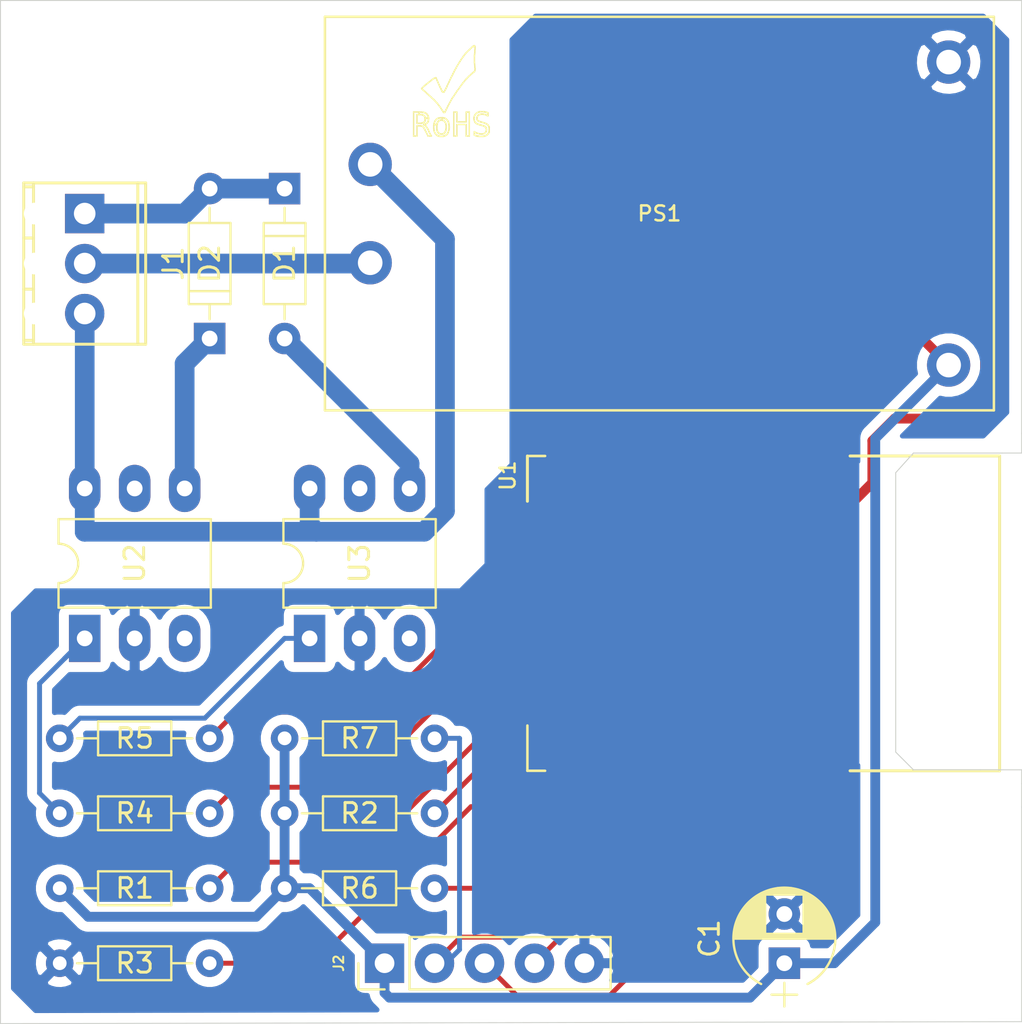
<source format=kicad_pcb>
(kicad_pcb (version 20171130) (host pcbnew "(5.1.7-0-10_14)")

  (general
    (thickness 1.6)
    (drawings 19)
    (tracks 112)
    (zones 0)
    (modules 20)
    (nets 19)
  )

  (page A4)
  (title_block
    (title "Fil Pilot Arduino")
    (date 2020-11-15)
    (rev 1.0)
  )

  (layers
    (0 F.Cu signal)
    (31 B.Cu signal)
    (33 F.Adhes user)
    (35 F.Paste user)
    (37 F.SilkS user)
    (38 B.Mask user)
    (39 F.Mask user)
    (40 Dwgs.User user)
    (41 Cmts.User user)
    (42 Eco1.User user)
    (43 Eco2.User user)
    (44 Edge.Cuts user)
    (45 Margin user)
    (46 B.CrtYd user)
    (47 F.CrtYd user)
    (49 F.Fab user)
  )

  (setup
    (last_trace_width 0.25)
    (trace_clearance 0.2)
    (zone_clearance 0.508)
    (zone_45_only no)
    (trace_min 0.2)
    (via_size 0.8)
    (via_drill 0.4)
    (via_min_size 0.4)
    (via_min_drill 0.3)
    (uvia_size 0.3)
    (uvia_drill 0.1)
    (uvias_allowed no)
    (uvia_min_size 0.2)
    (uvia_min_drill 0.1)
    (edge_width 0.05)
    (segment_width 0.2)
    (pcb_text_width 0.3)
    (pcb_text_size 1.5 1.5)
    (mod_edge_width 0.12)
    (mod_text_size 1 1)
    (mod_text_width 0.15)
    (pad_size 1.524 1.524)
    (pad_drill 0.762)
    (pad_to_mask_clearance 0.051)
    (solder_mask_min_width 0.25)
    (aux_axis_origin 180.34 102.87)
    (visible_elements FFFFFF7F)
    (pcbplotparams
      (layerselection 0x010e8_ffffffff)
      (usegerberextensions false)
      (usegerberattributes false)
      (usegerberadvancedattributes false)
      (creategerberjobfile false)
      (excludeedgelayer true)
      (linewidth 0.100000)
      (plotframeref false)
      (viasonmask false)
      (mode 1)
      (useauxorigin false)
      (hpglpennumber 1)
      (hpglpenspeed 20)
      (hpglpendiameter 15.000000)
      (psnegative false)
      (psa4output false)
      (plotreference true)
      (plotvalue false)
      (plotinvisibletext false)
      (padsonsilk true)
      (subtractmaskfromsilk false)
      (outputformat 1)
      (mirror false)
      (drillshape 0)
      (scaleselection 1)
      (outputdirectory "Gerber/"))
  )

  (net 0 "")
  (net 1 +3V3)
  (net 2 GND)
  (net 3 FP)
  (net 4 AC1)
  (net 5 AC2)
  (net 6 "Net-(J2-Pad4)")
  (net 7 "Net-(J2-Pad3)")
  (net 8 "Net-(J2-Pad2)")
  (net 9 "Net-(R1-Pad1)")
  (net 10 "Net-(R2-Pad1)")
  (net 11 "Net-(R3-Pad2)")
  (net 12 "Net-(R4-Pad1)")
  (net 13 "Net-(R4-Pad2)")
  (net 14 "Net-(R5-Pad1)")
  (net 15 "Net-(R5-Pad2)")
  (net 16 "Net-(R6-Pad1)")
  (net 17 /FP-Positive)
  (net 18 /FP-Neg)

  (net_class Default "Ceci est la Netclass par défaut."
    (clearance 0.2)
    (trace_width 0.25)
    (via_dia 0.8)
    (via_drill 0.4)
    (uvia_dia 0.3)
    (uvia_drill 0.1)
    (add_net "Net-(J2-Pad2)")
    (add_net "Net-(J2-Pad3)")
    (add_net "Net-(J2-Pad4)")
    (add_net "Net-(R1-Pad1)")
    (add_net "Net-(R2-Pad1)")
    (add_net "Net-(R3-Pad2)")
    (add_net "Net-(R4-Pad1)")
    (add_net "Net-(R4-Pad2)")
    (add_net "Net-(R5-Pad1)")
    (add_net "Net-(R5-Pad2)")
    (add_net "Net-(R6-Pad1)")
  )

  (net_class AC ""
    (clearance 0.5)
    (trace_width 1)
    (via_dia 0.8)
    (via_drill 0.4)
    (uvia_dia 0.3)
    (uvia_drill 0.1)
    (add_net /FP-Neg)
    (add_net /FP-Positive)
    (add_net AC1)
    (add_net AC2)
    (add_net FP)
  )

  (net_class Alim ""
    (clearance 0.5)
    (trace_width 0.5)
    (via_dia 0.8)
    (via_drill 0.4)
    (uvia_dia 0.3)
    (uvia_drill 0.1)
    (add_net +3V3)
    (add_net GND)
  )

  (module Aesthetics:ROHS_LOGO_0.18_IN (layer F.Cu) (tedit 200000) (tstamp 5FB40B10)
    (at 135.89 33.02)
    (descr "RESTRICTION OF HAZARDOUS SUBSTANCES (ROHS) LOGO - 0.18IN HEIGHT")
    (tags "RESTRICTION OF HAZARDOUS SUBSTANCES (ROHS) LOGO - 0.18IN HEIGHT")
    (attr virtual)
    (fp_text reference "" (at 0 0) (layer F.SilkS)
      (effects (font (size 1.524 1.524) (thickness 0.15)))
    )
    (fp_text value "" (at 0 0) (layer F.SilkS)
      (effects (font (size 1.524 1.524) (thickness 0.15)))
    )
    (fp_line (start 1.69926 -1.38938) (end 1.65862 -1.44018) (layer F.SilkS) (width 0.07366))
    (fp_line (start 1.65862 -1.44018) (end 1.59766 -1.53924) (layer F.SilkS) (width 0.07366))
    (fp_line (start 1.59766 -1.53924) (end 1.53924 -1.62052) (layer F.SilkS) (width 0.07366))
    (fp_line (start 1.53924 -1.62052) (end 1.4986 -1.67894) (layer F.SilkS) (width 0.07366))
    (fp_line (start 1.4986 -1.67894) (end 1.46812 -1.70942) (layer F.SilkS) (width 0.07366))
    (fp_line (start 1.46812 -1.70942) (end 1.4097 -1.80086) (layer F.SilkS) (width 0.07366))
    (fp_line (start 1.4097 -1.80086) (end 1.37922 -1.81864) (layer F.SilkS) (width 0.07366))
    (fp_line (start 1.37922 -1.81864) (end 1.3589 -1.84912) (layer F.SilkS) (width 0.07366))
    (fp_line (start 1.3589 -1.84912) (end 1.27762 -1.9304) (layer F.SilkS) (width 0.07366))
    (fp_line (start 1.27762 -1.9304) (end 1.27 -1.95072) (layer F.SilkS) (width 0.07366))
    (fp_line (start 1.27 -1.95072) (end 1.24968 -1.96088) (layer F.SilkS) (width 0.07366))
    (fp_line (start 1.24968 -1.96088) (end 1.23952 -1.97866) (layer F.SilkS) (width 0.07366))
    (fp_line (start 1.23952 -1.97866) (end 1.2192 -1.99898) (layer F.SilkS) (width 0.07366))
    (fp_line (start 1.2192 -1.99898) (end 1.19888 -2.00914) (layer F.SilkS) (width 0.07366))
    (fp_line (start 1.19888 -2.00914) (end 1.15824 -2.04978) (layer F.SilkS) (width 0.07366))
    (fp_line (start 1.15824 -2.04978) (end 1.12776 -2.0701) (layer F.SilkS) (width 0.07366))
    (fp_line (start 1.12776 -2.0701) (end 1.10998 -2.09042) (layer F.SilkS) (width 0.07366))
    (fp_line (start 1.10998 -2.09042) (end 1.08966 -2.1209) (layer F.SilkS) (width 0.07366))
    (fp_line (start 1.08966 -2.1209) (end 1.05918 -2.13868) (layer F.SilkS) (width 0.07366))
    (fp_line (start 1.05918 -2.13868) (end 1.01854 -2.17932) (layer F.SilkS) (width 0.07366))
    (fp_line (start 1.01854 -2.17932) (end 0.98806 -2.19964) (layer F.SilkS) (width 0.07366))
    (fp_line (start 0.98806 -2.19964) (end 0.94996 -2.24028) (layer F.SilkS) (width 0.07366))
    (fp_line (start 0.94996 -2.24028) (end 0.89916 -2.28092) (layer F.SilkS) (width 0.07366))
    (fp_line (start 0.89916 -2.28092) (end 0.78994 -2.39014) (layer F.SilkS) (width 0.07366))
    (fp_line (start 0.78994 -2.39014) (end 0.75946 -2.41046) (layer F.SilkS) (width 0.07366))
    (fp_line (start 0.75946 -2.41046) (end 0.70866 -2.45872) (layer F.SilkS) (width 0.07366))
    (fp_line (start 0.70866 -2.45872) (end 0.68834 -2.46888) (layer F.SilkS) (width 0.07366))
    (fp_line (start 0.68834 -2.46888) (end 0.65786 -2.49936) (layer F.SilkS) (width 0.07366))
    (fp_line (start 0.65786 -2.49936) (end 0.6477 -2.51968) (layer F.SilkS) (width 0.07366))
    (fp_line (start 0.6477 -2.51968) (end 0.63754 -2.51968) (layer F.SilkS) (width 0.07366))
    (fp_line (start 0.63754 -2.51968) (end 0.62992 -2.52984) (layer F.SilkS) (width 0.07366))
    (fp_line (start 0.62992 -2.52984) (end 0.62992 -2.54) (layer F.SilkS) (width 0.07366))
    (fp_line (start 0.62992 -2.54) (end 0.61976 -2.54) (layer F.SilkS) (width 0.07366))
    (fp_line (start 0.61976 -2.54) (end 0.61976 -2.55016) (layer F.SilkS) (width 0.07366))
    (fp_line (start 0.61976 -2.55016) (end 0.62992 -2.55016) (layer F.SilkS) (width 0.07366))
    (fp_line (start 0.62992 -2.55016) (end 0.62992 -2.56032) (layer F.SilkS) (width 0.07366))
    (fp_line (start 0.62992 -2.56032) (end 0.72898 -2.65938) (layer F.SilkS) (width 0.07366))
    (fp_line (start 0.72898 -2.65938) (end 0.75946 -2.6797) (layer F.SilkS) (width 0.07366))
    (fp_line (start 0.75946 -2.6797) (end 0.78994 -2.71018) (layer F.SilkS) (width 0.07366))
    (fp_line (start 0.78994 -2.71018) (end 0.82804 -2.74066) (layer F.SilkS) (width 0.07366))
    (fp_line (start 0.82804 -2.74066) (end 0.85852 -2.7686) (layer F.SilkS) (width 0.07366))
    (fp_line (start 0.85852 -2.7686) (end 0.9398 -2.82956) (layer F.SilkS) (width 0.07366))
    (fp_line (start 0.9398 -2.82956) (end 0.98806 -2.8702) (layer F.SilkS) (width 0.07366))
    (fp_line (start 0.98806 -2.8702) (end 1.06934 -2.92862) (layer F.SilkS) (width 0.07366))
    (fp_line (start 1.06934 -2.92862) (end 1.09982 -2.9591) (layer F.SilkS) (width 0.07366))
    (fp_line (start 1.09982 -2.9591) (end 1.12776 -2.97942) (layer F.SilkS) (width 0.07366))
    (fp_line (start 1.12776 -2.97942) (end 1.14808 -2.99974) (layer F.SilkS) (width 0.07366))
    (fp_line (start 1.14808 -2.99974) (end 1.17856 -3.02006) (layer F.SilkS) (width 0.07366))
    (fp_line (start 1.17856 -3.02006) (end 1.2192 -3.04038) (layer F.SilkS) (width 0.07366))
    (fp_line (start 1.2192 -3.04038) (end 1.22936 -3.05054) (layer F.SilkS) (width 0.07366))
    (fp_line (start 1.22936 -3.05054) (end 1.24968 -3.0607) (layer F.SilkS) (width 0.07366))
    (fp_line (start 1.24968 -3.0607) (end 1.25984 -3.07086) (layer F.SilkS) (width 0.07366))
    (fp_line (start 1.25984 -3.07086) (end 1.27 -3.07086) (layer F.SilkS) (width 0.07366))
    (fp_line (start 1.27 -3.07086) (end 1.27762 -3.07848) (layer F.SilkS) (width 0.07366))
    (fp_line (start 1.27762 -3.07848) (end 1.29794 -3.07848) (layer F.SilkS) (width 0.07366))
    (fp_line (start 1.29794 -3.07848) (end 1.3081 -3.08864) (layer F.SilkS) (width 0.07366))
    (fp_line (start 1.3081 -3.08864) (end 1.34874 -3.08864) (layer F.SilkS) (width 0.07366))
    (fp_line (start 1.34874 -3.08864) (end 1.38938 -2.97942) (layer F.SilkS) (width 0.07366))
    (fp_line (start 1.38938 -2.97942) (end 1.42748 -2.90068) (layer F.SilkS) (width 0.07366))
    (fp_line (start 1.42748 -2.90068) (end 1.46812 -2.79908) (layer F.SilkS) (width 0.07366))
    (fp_line (start 1.46812 -2.79908) (end 1.48844 -2.76098) (layer F.SilkS) (width 0.07366))
    (fp_line (start 1.48844 -2.76098) (end 1.50876 -2.71018) (layer F.SilkS) (width 0.07366))
    (fp_line (start 1.50876 -2.71018) (end 1.52908 -2.66954) (layer F.SilkS) (width 0.07366))
    (fp_line (start 1.52908 -2.66954) (end 1.5494 -2.61874) (layer F.SilkS) (width 0.07366))
    (fp_line (start 1.5494 -2.61874) (end 1.56972 -2.58064) (layer F.SilkS) (width 0.07366))
    (fp_line (start 1.56972 -2.58064) (end 1.5875 -2.55016) (layer F.SilkS) (width 0.07366))
    (fp_line (start 1.5875 -2.55016) (end 1.60782 -2.50952) (layer F.SilkS) (width 0.07366))
    (fp_line (start 1.60782 -2.50952) (end 1.62814 -2.44856) (layer F.SilkS) (width 0.07366))
    (fp_line (start 1.62814 -2.44856) (end 1.6383 -2.43078) (layer F.SilkS) (width 0.07366))
    (fp_line (start 1.6383 -2.43078) (end 1.65862 -2.41046) (layer F.SilkS) (width 0.07366))
    (fp_line (start 1.65862 -2.41046) (end 1.65862 -2.4003) (layer F.SilkS) (width 0.07366))
    (fp_line (start 1.65862 -2.4003) (end 1.66878 -2.39014) (layer F.SilkS) (width 0.07366))
    (fp_line (start 1.66878 -2.39014) (end 1.66878 -2.37998) (layer F.SilkS) (width 0.07366))
    (fp_line (start 1.66878 -2.37998) (end 1.67894 -2.37998) (layer F.SilkS) (width 0.07366))
    (fp_line (start 1.67894 -2.37998) (end 1.67894 -2.36982) (layer F.SilkS) (width 0.07366))
    (fp_line (start 1.67894 -2.36982) (end 1.6891 -2.36982) (layer F.SilkS) (width 0.07366))
    (fp_line (start 1.6891 -2.36982) (end 1.69926 -2.35966) (layer F.SilkS) (width 0.07366))
    (fp_line (start 1.69926 -2.35966) (end 1.74752 -2.35966) (layer F.SilkS) (width 0.07366))
    (fp_line (start 1.74752 -2.35966) (end 1.74752 -2.36982) (layer F.SilkS) (width 0.07366))
    (fp_line (start 1.74752 -2.36982) (end 1.76784 -2.39014) (layer F.SilkS) (width 0.07366))
    (fp_line (start 1.76784 -2.39014) (end 1.80848 -2.46888) (layer F.SilkS) (width 0.07366))
    (fp_line (start 1.80848 -2.46888) (end 1.8288 -2.49936) (layer F.SilkS) (width 0.07366))
    (fp_line (start 1.8288 -2.49936) (end 1.83896 -2.52984) (layer F.SilkS) (width 0.07366))
    (fp_line (start 1.83896 -2.52984) (end 1.85928 -2.57048) (layer F.SilkS) (width 0.07366))
    (fp_line (start 1.85928 -2.57048) (end 1.8796 -2.60096) (layer F.SilkS) (width 0.07366))
    (fp_line (start 1.8796 -2.60096) (end 1.89992 -2.63906) (layer F.SilkS) (width 0.07366))
    (fp_line (start 1.89992 -2.63906) (end 1.90754 -2.6797) (layer F.SilkS) (width 0.07366))
    (fp_line (start 1.90754 -2.6797) (end 2.00914 -2.88036) (layer F.SilkS) (width 0.07366))
    (fp_line (start 2.00914 -2.88036) (end 2.04978 -2.97942) (layer F.SilkS) (width 0.07366))
    (fp_line (start 2.04978 -2.97942) (end 2.07772 -3.03022) (layer F.SilkS) (width 0.07366))
    (fp_line (start 2.07772 -3.03022) (end 2.09804 -3.07848) (layer F.SilkS) (width 0.07366))
    (fp_line (start 2.09804 -3.07848) (end 2.12852 -3.13944) (layer F.SilkS) (width 0.07366))
    (fp_line (start 2.12852 -3.13944) (end 2.159 -3.19024) (layer F.SilkS) (width 0.07366))
    (fp_line (start 2.159 -3.19024) (end 2.18948 -3.24866) (layer F.SilkS) (width 0.07366))
    (fp_line (start 2.18948 -3.24866) (end 2.2098 -3.29946) (layer F.SilkS) (width 0.07366))
    (fp_line (start 2.2098 -3.29946) (end 2.23774 -3.35026) (layer F.SilkS) (width 0.07366))
    (fp_line (start 2.23774 -3.35026) (end 2.26822 -3.40868) (layer F.SilkS) (width 0.07366))
    (fp_line (start 2.26822 -3.40868) (end 2.28854 -3.45948) (layer F.SilkS) (width 0.07366))
    (fp_line (start 2.28854 -3.45948) (end 2.31902 -3.50012) (layer F.SilkS) (width 0.07366))
    (fp_line (start 2.31902 -3.50012) (end 2.33934 -3.55092) (layer F.SilkS) (width 0.07366))
    (fp_line (start 2.33934 -3.55092) (end 2.36982 -3.58902) (layer F.SilkS) (width 0.07366))
    (fp_line (start 2.36982 -3.58902) (end 2.3876 -3.63982) (layer F.SilkS) (width 0.07366))
    (fp_line (start 2.3876 -3.63982) (end 2.54 -3.88874) (layer F.SilkS) (width 0.07366))
    (fp_line (start 2.54 -3.88874) (end 2.56794 -3.92938) (layer F.SilkS) (width 0.07366))
    (fp_line (start 2.56794 -3.92938) (end 2.6289 -4.03098) (layer F.SilkS) (width 0.07366))
    (fp_line (start 2.6289 -4.03098) (end 2.7178 -4.15036) (layer F.SilkS) (width 0.07366))
    (fp_line (start 2.7178 -4.15036) (end 2.73812 -4.191) (layer F.SilkS) (width 0.07366))
    (fp_line (start 2.73812 -4.191) (end 2.7686 -4.21894) (layer F.SilkS) (width 0.07366))
    (fp_line (start 2.7686 -4.21894) (end 2.80924 -4.2799) (layer F.SilkS) (width 0.07366))
    (fp_line (start 2.80924 -4.2799) (end 2.83972 -4.31038) (layer F.SilkS) (width 0.07366))
    (fp_line (start 2.83972 -4.31038) (end 2.86766 -4.34848) (layer F.SilkS) (width 0.07366))
    (fp_line (start 2.86766 -4.34848) (end 3.01752 -4.50088) (layer F.SilkS) (width 0.07366))
    (fp_line (start 3.01752 -4.50088) (end 3.05816 -4.52882) (layer F.SilkS) (width 0.07366))
    (fp_line (start 3.05816 -4.52882) (end 3.08864 -4.56946) (layer F.SilkS) (width 0.07366))
    (fp_line (start 3.08864 -4.56946) (end 3.12928 -4.59994) (layer F.SilkS) (width 0.07366))
    (fp_line (start 3.12928 -4.59994) (end 3.1877 -4.6609) (layer F.SilkS) (width 0.07366))
    (fp_line (start 3.1877 -4.6609) (end 3.24866 -4.699) (layer F.SilkS) (width 0.07366))
    (fp_line (start 3.24866 -4.699) (end 3.25882 -4.70916) (layer F.SilkS) (width 0.07366))
    (fp_line (start 3.25882 -4.70916) (end 3.27914 -4.70916) (layer F.SilkS) (width 0.07366))
    (fp_line (start 3.27914 -4.70916) (end 3.27914 -4.699) (layer F.SilkS) (width 0.07366))
    (fp_line (start 3.27914 -4.699) (end 3.25882 -4.699) (layer F.SilkS) (width 0.07366))
    (fp_line (start 3.25882 -4.699) (end 3.25882 -4.68884) (layer F.SilkS) (width 0.07366))
    (fp_line (start 3.25882 -4.68884) (end 3.24866 -4.68884) (layer F.SilkS) (width 0.07366))
    (fp_line (start 3.24866 -4.68884) (end 3.2385 -4.67868) (layer F.SilkS) (width 0.07366))
    (fp_line (start 3.2385 -4.67868) (end 3.22834 -4.67868) (layer F.SilkS) (width 0.07366))
    (fp_line (start 3.22834 -4.67868) (end 3.25882 -4.70916) (layer F.SilkS) (width 0.07366))
    (fp_line (start 3.25882 -4.70916) (end 3.2893 -4.71932) (layer F.SilkS) (width 0.07366))
    (fp_line (start 3.2893 -4.71932) (end 3.30962 -4.70916) (layer F.SilkS) (width 0.07366))
    (fp_line (start 3.30962 -4.70916) (end 3.31978 -4.68884) (layer F.SilkS) (width 0.07366))
    (fp_line (start 3.31978 -4.68884) (end 3.32994 -4.6609) (layer F.SilkS) (width 0.07366))
    (fp_line (start 3.32994 -4.6609) (end 3.32994 -4.54914) (layer F.SilkS) (width 0.07366))
    (fp_line (start 3.32994 -4.54914) (end 3.31978 -4.48056) (layer F.SilkS) (width 0.07366))
    (fp_line (start 3.31978 -4.48056) (end 3.31978 -4.38912) (layer F.SilkS) (width 0.07366))
    (fp_line (start 3.31978 -4.38912) (end 3.30962 -4.31038) (layer F.SilkS) (width 0.07366))
    (fp_line (start 3.30962 -4.31038) (end 3.29946 -4.20878) (layer F.SilkS) (width 0.07366))
    (fp_line (start 3.29946 -4.20878) (end 3.29946 -3.87858) (layer F.SilkS) (width 0.07366))
    (fp_line (start 3.29946 -3.87858) (end 3.31978 -3.63982) (layer F.SilkS) (width 0.07366))
    (fp_line (start 3.31978 -3.63982) (end 3.31978 -3.60934) (layer F.SilkS) (width 0.07366))
    (fp_line (start 3.31978 -3.60934) (end 3.32994 -3.5687) (layer F.SilkS) (width 0.07366))
    (fp_line (start 3.32994 -3.5687) (end 3.32994 -3.50012) (layer F.SilkS) (width 0.07366))
    (fp_line (start 3.32994 -3.50012) (end 3.31978 -3.4798) (layer F.SilkS) (width 0.07366))
    (fp_line (start 3.31978 -3.4798) (end 3.31978 -3.44932) (layer F.SilkS) (width 0.07366))
    (fp_line (start 3.31978 -3.44932) (end 3.30962 -3.429) (layer F.SilkS) (width 0.07366))
    (fp_line (start 3.30962 -3.429) (end 3.2893 -3.40868) (layer F.SilkS) (width 0.07366))
    (fp_line (start 3.2893 -3.40868) (end 3.2893 -3.39852) (layer F.SilkS) (width 0.07366))
    (fp_line (start 3.2893 -3.39852) (end 3.26898 -3.3909) (layer F.SilkS) (width 0.07366))
    (fp_line (start 3.26898 -3.3909) (end 3.24866 -3.37058) (layer F.SilkS) (width 0.07366))
    (fp_line (start 3.24866 -3.37058) (end 3.22834 -3.36042) (layer F.SilkS) (width 0.07366))
    (fp_line (start 3.22834 -3.36042) (end 3.1877 -3.31978) (layer F.SilkS) (width 0.07366))
    (fp_line (start 3.1877 -3.31978) (end 3.13944 -3.27914) (layer F.SilkS) (width 0.07366))
    (fp_line (start 3.13944 -3.27914) (end 3.05816 -3.2004) (layer F.SilkS) (width 0.07366))
    (fp_line (start 3.05816 -3.2004) (end 3.01752 -3.16992) (layer F.SilkS) (width 0.07366))
    (fp_line (start 3.01752 -3.16992) (end 2.94894 -3.0988) (layer F.SilkS) (width 0.07366))
    (fp_line (start 2.94894 -3.0988) (end 2.91846 -3.0607) (layer F.SilkS) (width 0.07366))
    (fp_line (start 2.91846 -3.0607) (end 2.87782 -3.03022) (layer F.SilkS) (width 0.07366))
    (fp_line (start 2.87782 -3.03022) (end 2.84988 -2.98958) (layer F.SilkS) (width 0.07366))
    (fp_line (start 2.84988 -2.98958) (end 2.8194 -2.9591) (layer F.SilkS) (width 0.07366))
    (fp_line (start 2.8194 -2.9591) (end 2.75844 -2.88036) (layer F.SilkS) (width 0.07366))
    (fp_line (start 2.75844 -2.88036) (end 2.7178 -2.83972) (layer F.SilkS) (width 0.07366))
    (fp_line (start 2.7178 -2.83972) (end 2.68986 -2.78892) (layer F.SilkS) (width 0.07366))
    (fp_line (start 2.68986 -2.78892) (end 2.64922 -2.74066) (layer F.SilkS) (width 0.07366))
    (fp_line (start 2.64922 -2.74066) (end 2.58826 -2.65938) (layer F.SilkS) (width 0.07366))
    (fp_line (start 2.58826 -2.65938) (end 2.52984 -2.57048) (layer F.SilkS) (width 0.07366))
    (fp_line (start 2.52984 -2.57048) (end 2.40792 -2.41046) (layer F.SilkS) (width 0.07366))
    (fp_line (start 2.40792 -2.41046) (end 2.35966 -2.32918) (layer F.SilkS) (width 0.07366))
    (fp_line (start 2.35966 -2.32918) (end 2.30886 -2.2606) (layer F.SilkS) (width 0.07366))
    (fp_line (start 2.30886 -2.2606) (end 2.25806 -2.17932) (layer F.SilkS) (width 0.07366))
    (fp_line (start 2.25806 -2.17932) (end 2.159 -2.03962) (layer F.SilkS) (width 0.07366))
    (fp_line (start 2.159 -2.03962) (end 2.11836 -1.96088) (layer F.SilkS) (width 0.07366))
    (fp_line (start 2.11836 -1.96088) (end 2.03962 -1.81864) (layer F.SilkS) (width 0.07366))
    (fp_line (start 2.03962 -1.81864) (end 1.99898 -1.7399) (layer F.SilkS) (width 0.07366))
    (fp_line (start 1.99898 -1.7399) (end 1.95834 -1.66878) (layer F.SilkS) (width 0.07366))
    (fp_line (start 1.95834 -1.66878) (end 1.8796 -1.50876) (layer F.SilkS) (width 0.07366))
    (fp_line (start 1.8796 -1.50876) (end 1.86944 -1.4986) (layer F.SilkS) (width 0.07366))
    (fp_line (start 1.86944 -1.4986) (end 1.86944 -1.48082) (layer F.SilkS) (width 0.07366))
    (fp_line (start 1.86944 -1.48082) (end 1.85928 -1.47066) (layer F.SilkS) (width 0.07366))
    (fp_line (start 1.85928 -1.47066) (end 1.84912 -1.45034) (layer F.SilkS) (width 0.07366))
    (fp_line (start 1.84912 -1.45034) (end 1.83896 -1.44018) (layer F.SilkS) (width 0.07366))
    (fp_line (start 1.83896 -1.44018) (end 1.83896 -1.41986) (layer F.SilkS) (width 0.07366))
    (fp_line (start 1.83896 -1.41986) (end 1.81864 -1.39954) (layer F.SilkS) (width 0.07366))
    (fp_line (start 1.81864 -1.39954) (end 1.81864 -1.38938) (layer F.SilkS) (width 0.07366))
    (fp_line (start 1.81864 -1.38938) (end 1.80848 -1.37922) (layer F.SilkS) (width 0.07366))
    (fp_line (start 1.80848 -1.37922) (end 1.80848 -1.36906) (layer F.SilkS) (width 0.07366))
    (fp_line (start 1.80848 -1.36906) (end 1.79832 -1.3589) (layer F.SilkS) (width 0.07366))
    (fp_line (start 1.79832 -1.3589) (end 1.79832 -1.34874) (layer F.SilkS) (width 0.07366))
    (fp_line (start 1.79832 -1.34874) (end 1.78816 -1.33858) (layer F.SilkS) (width 0.07366))
    (fp_line (start 1.78816 -1.33858) (end 1.78816 -1.33096) (layer F.SilkS) (width 0.07366))
    (fp_line (start 1.78816 -1.33096) (end 1.778 -1.33096) (layer F.SilkS) (width 0.07366))
    (fp_line (start 1.778 -1.33096) (end 1.778 -1.3208) (layer F.SilkS) (width 0.07366))
    (fp_line (start 1.778 -1.3208) (end 1.74752 -1.3208) (layer F.SilkS) (width 0.07366))
    (fp_line (start 1.74752 -1.3208) (end 1.70942 -1.3589) (layer F.SilkS) (width 0.07366))
    (fp_line (start 1.70942 -1.3589) (end 1.70942 -1.36906) (layer F.SilkS) (width 0.07366))
    (fp_line (start 1.70942 -1.36906) (end 1.69926 -1.38938) (layer F.SilkS) (width 0.07366))
    (fp_line (start 0.48768 -1.34874) (end 0.43942 -1.34874) (layer F.SilkS) (width 0.07366))
    (fp_line (start 0.43942 -1.34874) (end 0.20828 -1.3589) (layer F.SilkS) (width 0.07366))
    (fp_line (start 0.20828 -1.3589) (end 0.20828 -0.12954) (layer F.SilkS) (width 0.07366))
    (fp_line (start 0.20828 -0.12954) (end 0.37846 -0.12954) (layer F.SilkS) (width 0.07366))
    (fp_line (start 0.37846 -0.12954) (end 0.37846 -0.65024) (layer F.SilkS) (width 0.07366))
    (fp_line (start 0.37846 -0.65024) (end 0.56896 -0.65024) (layer F.SilkS) (width 0.07366))
    (fp_line (start 0.56896 -0.65024) (end 0.58928 -0.64008) (layer F.SilkS) (width 0.07366))
    (fp_line (start 0.58928 -0.64008) (end 0.6096 -0.64008) (layer F.SilkS) (width 0.07366))
    (fp_line (start 0.6096 -0.64008) (end 0.62992 -0.62992) (layer F.SilkS) (width 0.07366))
    (fp_line (start 0.62992 -0.62992) (end 0.63754 -0.62992) (layer F.SilkS) (width 0.07366))
    (fp_line (start 0.63754 -0.62992) (end 0.65786 -0.61976) (layer F.SilkS) (width 0.07366))
    (fp_line (start 0.65786 -0.61976) (end 0.72898 -0.54864) (layer F.SilkS) (width 0.07366))
    (fp_line (start 0.72898 -0.54864) (end 0.72898 -0.53848) (layer F.SilkS) (width 0.07366))
    (fp_line (start 0.72898 -0.53848) (end 0.7493 -0.5207) (layer F.SilkS) (width 0.07366))
    (fp_line (start 0.7493 -0.5207) (end 0.7493 -0.51054) (layer F.SilkS) (width 0.07366))
    (fp_line (start 0.7493 -0.51054) (end 0.75946 -0.49022) (layer F.SilkS) (width 0.07366))
    (fp_line (start 0.75946 -0.49022) (end 0.76962 -0.48006) (layer F.SilkS) (width 0.07366))
    (fp_line (start 0.76962 -0.48006) (end 0.76962 -0.45974) (layer F.SilkS) (width 0.07366))
    (fp_line (start 0.76962 -0.45974) (end 0.77978 -0.44958) (layer F.SilkS) (width 0.07366))
    (fp_line (start 0.77978 -0.44958) (end 0.81788 -0.37084) (layer F.SilkS) (width 0.07366))
    (fp_line (start 0.81788 -0.37084) (end 0.82804 -0.36068) (layer F.SilkS) (width 0.07366))
    (fp_line (start 0.82804 -0.36068) (end 0.84836 -0.32004) (layer F.SilkS) (width 0.07366))
    (fp_line (start 0.84836 -0.32004) (end 0.9398 -0.12954) (layer F.SilkS) (width 0.07366))
    (fp_line (start 0.9398 -0.12954) (end 1.10998 -0.12954) (layer F.SilkS) (width 0.07366))
    (fp_line (start 1.10998 -0.12954) (end 1.01854 -0.28956) (layer F.SilkS) (width 0.07366))
    (fp_line (start 1.01854 -0.28956) (end 0.98806 -0.35052) (layer F.SilkS) (width 0.07366))
    (fp_line (start 0.98806 -0.35052) (end 0.94996 -0.44958) (layer F.SilkS) (width 0.07366))
    (fp_line (start 0.94996 -0.44958) (end 0.92964 -0.49022) (layer F.SilkS) (width 0.07366))
    (fp_line (start 0.92964 -0.49022) (end 0.86868 -0.57912) (layer F.SilkS) (width 0.07366))
    (fp_line (start 0.86868 -0.57912) (end 0.84836 -0.61976) (layer F.SilkS) (width 0.07366))
    (fp_line (start 0.84836 -0.61976) (end 0.82804 -0.62992) (layer F.SilkS) (width 0.07366))
    (fp_line (start 0.82804 -0.62992) (end 0.81788 -0.65024) (layer F.SilkS) (width 0.07366))
    (fp_line (start 0.81788 -0.65024) (end 0.79756 -0.67056) (layer F.SilkS) (width 0.07366))
    (fp_line (start 0.79756 -0.67056) (end 0.78994 -0.67056) (layer F.SilkS) (width 0.07366))
    (fp_line (start 0.78994 -0.67056) (end 0.76962 -0.68072) (layer F.SilkS) (width 0.07366))
    (fp_line (start 0.76962 -0.68072) (end 0.75946 -0.69088) (layer F.SilkS) (width 0.07366))
    (fp_line (start 0.75946 -0.69088) (end 0.71882 -0.70866) (layer F.SilkS) (width 0.07366))
    (fp_line (start 0.71882 -0.70866) (end 0.75946 -0.71882) (layer F.SilkS) (width 0.07366))
    (fp_line (start 0.75946 -0.71882) (end 0.77978 -0.72898) (layer F.SilkS) (width 0.07366))
    (fp_line (start 0.77978 -0.72898) (end 0.80772 -0.73914) (layer F.SilkS) (width 0.07366))
    (fp_line (start 0.80772 -0.73914) (end 0.84836 -0.75946) (layer F.SilkS) (width 0.07366))
    (fp_line (start 0.84836 -0.75946) (end 0.86868 -0.77978) (layer F.SilkS) (width 0.07366))
    (fp_line (start 0.86868 -0.77978) (end 0.889 -0.78994) (layer F.SilkS) (width 0.07366))
    (fp_line (start 0.889 -0.78994) (end 0.90932 -0.81026) (layer F.SilkS) (width 0.07366))
    (fp_line (start 0.90932 -0.81026) (end 0.91948 -0.83058) (layer F.SilkS) (width 0.07366))
    (fp_line (start 0.91948 -0.83058) (end 0.9398 -0.8509) (layer F.SilkS) (width 0.07366))
    (fp_line (start 0.9398 -0.8509) (end 0.94996 -0.87884) (layer F.SilkS) (width 0.07366))
    (fp_line (start 0.94996 -0.87884) (end 0.94996 -0.89916) (layer F.SilkS) (width 0.07366))
    (fp_line (start 0.94996 -0.89916) (end 0.95758 -0.92964) (layer F.SilkS) (width 0.07366))
    (fp_line (start 0.95758 -0.92964) (end 0.95758 -0.94996) (layer F.SilkS) (width 0.07366))
    (fp_line (start 0.95758 -0.94996) (end 0.96774 -0.98044) (layer F.SilkS) (width 0.07366))
    (fp_line (start 0.96774 -0.98044) (end 0.96774 -1.03886) (layer F.SilkS) (width 0.07366))
    (fp_line (start 0.96774 -1.03886) (end 0.78994 -1.03886) (layer F.SilkS) (width 0.07366))
    (fp_line (start 0.78994 -1.03886) (end 0.78994 -1.01092) (layer F.SilkS) (width 0.07366))
    (fp_line (start 0.78994 -1.01092) (end 0.79756 -1.00076) (layer F.SilkS) (width 0.07366))
    (fp_line (start 0.79756 -1.00076) (end 0.79756 -0.96012) (layer F.SilkS) (width 0.07366))
    (fp_line (start 0.79756 -0.96012) (end 0.78994 -0.94996) (layer F.SilkS) (width 0.07366))
    (fp_line (start 0.78994 -0.94996) (end 0.78994 -0.89916) (layer F.SilkS) (width 0.07366))
    (fp_line (start 0.78994 -0.89916) (end 0.77978 -0.889) (layer F.SilkS) (width 0.07366))
    (fp_line (start 0.77978 -0.889) (end 0.77978 -0.87884) (layer F.SilkS) (width 0.07366))
    (fp_line (start 0.77978 -0.87884) (end 0.75946 -0.85852) (layer F.SilkS) (width 0.07366))
    (fp_line (start 0.75946 -0.85852) (end 0.75946 -0.8509) (layer F.SilkS) (width 0.07366))
    (fp_line (start 0.75946 -0.8509) (end 0.7493 -0.84074) (layer F.SilkS) (width 0.07366))
    (fp_line (start 0.7493 -0.84074) (end 0.73914 -0.84074) (layer F.SilkS) (width 0.07366))
    (fp_line (start 0.73914 -0.84074) (end 0.72898 -0.83058) (layer F.SilkS) (width 0.07366))
    (fp_line (start 0.72898 -0.83058) (end 0.72898 -0.82042) (layer F.SilkS) (width 0.07366))
    (fp_line (start 0.72898 -0.82042) (end 0.71882 -0.82042) (layer F.SilkS) (width 0.07366))
    (fp_line (start 0.71882 -0.82042) (end 0.70866 -0.81026) (layer F.SilkS) (width 0.07366))
    (fp_line (start 0.70866 -0.81026) (end 0.6985 -0.81026) (layer F.SilkS) (width 0.07366))
    (fp_line (start 0.6985 -0.81026) (end 0.68834 -0.8001) (layer F.SilkS) (width 0.07366))
    (fp_line (start 0.68834 -0.8001) (end 0.66802 -0.8001) (layer F.SilkS) (width 0.07366))
    (fp_line (start 0.66802 -0.8001) (end 0.65786 -0.78994) (layer F.SilkS) (width 0.07366))
    (fp_line (start 0.65786 -0.78994) (end 0.61976 -0.78994) (layer F.SilkS) (width 0.07366))
    (fp_line (start 0.61976 -0.78994) (end 0.6096 -0.77978) (layer F.SilkS) (width 0.07366))
    (fp_line (start 0.6096 -0.77978) (end 0.37846 -0.77978) (layer F.SilkS) (width 0.07366))
    (fp_line (start 0.37846 -0.77978) (end 0.37846 -1.2192) (layer F.SilkS) (width 0.07366))
    (fp_line (start 0.37846 -1.2192) (end 0.48768 -1.2192) (layer F.SilkS) (width 0.07366))
    (fp_line (start 0.48768 -1.2192) (end 0.48768 -1.34874) (layer F.SilkS) (width 0.07366))
    (fp_line (start 0.48768 -1.34874) (end 0.48768 -1.2192) (layer F.SilkS) (width 0.07366))
    (fp_line (start 0.48768 -1.2192) (end 0.62992 -1.2192) (layer F.SilkS) (width 0.07366))
    (fp_line (start 0.62992 -1.2192) (end 0.63754 -1.20904) (layer F.SilkS) (width 0.07366))
    (fp_line (start 0.63754 -1.20904) (end 0.65786 -1.20904) (layer F.SilkS) (width 0.07366))
    (fp_line (start 0.65786 -1.20904) (end 0.66802 -1.19888) (layer F.SilkS) (width 0.07366))
    (fp_line (start 0.66802 -1.19888) (end 0.68834 -1.19888) (layer F.SilkS) (width 0.07366))
    (fp_line (start 0.68834 -1.19888) (end 0.70866 -1.17856) (layer F.SilkS) (width 0.07366))
    (fp_line (start 0.70866 -1.17856) (end 0.71882 -1.17856) (layer F.SilkS) (width 0.07366))
    (fp_line (start 0.71882 -1.17856) (end 0.75946 -1.14046) (layer F.SilkS) (width 0.07366))
    (fp_line (start 0.75946 -1.14046) (end 0.75946 -1.1303) (layer F.SilkS) (width 0.07366))
    (fp_line (start 0.75946 -1.1303) (end 0.76962 -1.12014) (layer F.SilkS) (width 0.07366))
    (fp_line (start 0.76962 -1.12014) (end 0.77978 -1.12014) (layer F.SilkS) (width 0.07366))
    (fp_line (start 0.77978 -1.12014) (end 0.77978 -1.0795) (layer F.SilkS) (width 0.07366))
    (fp_line (start 0.77978 -1.0795) (end 0.78994 -1.06934) (layer F.SilkS) (width 0.07366))
    (fp_line (start 0.78994 -1.06934) (end 0.78994 -1.03886) (layer F.SilkS) (width 0.07366))
    (fp_line (start 0.78994 -1.03886) (end 0.96774 -1.03886) (layer F.SilkS) (width 0.07366))
    (fp_line (start 0.96774 -1.03886) (end 0.96774 -1.05918) (layer F.SilkS) (width 0.07366))
    (fp_line (start 0.96774 -1.05918) (end 0.95758 -1.0795) (layer F.SilkS) (width 0.07366))
    (fp_line (start 0.95758 -1.0795) (end 0.95758 -1.09982) (layer F.SilkS) (width 0.07366))
    (fp_line (start 0.95758 -1.09982) (end 0.94996 -1.12014) (layer F.SilkS) (width 0.07366))
    (fp_line (start 0.94996 -1.12014) (end 0.94996 -1.14046) (layer F.SilkS) (width 0.07366))
    (fp_line (start 0.94996 -1.14046) (end 0.9398 -1.16078) (layer F.SilkS) (width 0.07366))
    (fp_line (start 0.9398 -1.16078) (end 0.92964 -1.17094) (layer F.SilkS) (width 0.07366))
    (fp_line (start 0.92964 -1.17094) (end 0.90932 -1.20904) (layer F.SilkS) (width 0.07366))
    (fp_line (start 0.90932 -1.20904) (end 0.89916 -1.2192) (layer F.SilkS) (width 0.07366))
    (fp_line (start 0.89916 -1.2192) (end 0.889 -1.23952) (layer F.SilkS) (width 0.07366))
    (fp_line (start 0.889 -1.23952) (end 0.86868 -1.24968) (layer F.SilkS) (width 0.07366))
    (fp_line (start 0.86868 -1.24968) (end 0.82804 -1.29032) (layer F.SilkS) (width 0.07366))
    (fp_line (start 0.82804 -1.29032) (end 0.80772 -1.30048) (layer F.SilkS) (width 0.07366))
    (fp_line (start 0.80772 -1.30048) (end 0.79756 -1.31064) (layer F.SilkS) (width 0.07366))
    (fp_line (start 0.79756 -1.31064) (end 0.77978 -1.31064) (layer F.SilkS) (width 0.07366))
    (fp_line (start 0.77978 -1.31064) (end 0.76962 -1.3208) (layer F.SilkS) (width 0.07366))
    (fp_line (start 0.76962 -1.3208) (end 0.75946 -1.3208) (layer F.SilkS) (width 0.07366))
    (fp_line (start 0.75946 -1.3208) (end 0.73914 -1.33096) (layer F.SilkS) (width 0.07366))
    (fp_line (start 0.73914 -1.33096) (end 0.70866 -1.33096) (layer F.SilkS) (width 0.07366))
    (fp_line (start 0.70866 -1.33096) (end 0.6985 -1.33858) (layer F.SilkS) (width 0.07366))
    (fp_line (start 0.6985 -1.33858) (end 0.62992 -1.33858) (layer F.SilkS) (width 0.07366))
    (fp_line (start 0.62992 -1.33858) (end 0.59944 -1.34874) (layer F.SilkS) (width 0.07366))
    (fp_line (start 0.59944 -1.34874) (end 0.48768 -1.34874) (layer F.SilkS) (width 0.07366))
    (fp_line (start 1.23952 -0.70866) (end 1.23952 -0.67056) (layer F.SilkS) (width 0.07366))
    (fp_line (start 1.23952 -0.67056) (end 1.22936 -0.6604) (layer F.SilkS) (width 0.07366))
    (fp_line (start 1.22936 -0.6604) (end 1.22936 -0.5207) (layer F.SilkS) (width 0.07366))
    (fp_line (start 1.22936 -0.5207) (end 1.23952 -0.49022) (layer F.SilkS) (width 0.07366))
    (fp_line (start 1.23952 -0.49022) (end 1.23952 -0.43942) (layer F.SilkS) (width 0.07366))
    (fp_line (start 1.23952 -0.43942) (end 1.24968 -0.40894) (layer F.SilkS) (width 0.07366))
    (fp_line (start 1.24968 -0.40894) (end 1.24968 -0.38862) (layer F.SilkS) (width 0.07366))
    (fp_line (start 1.24968 -0.38862) (end 1.25984 -0.37084) (layer F.SilkS) (width 0.07366))
    (fp_line (start 1.25984 -0.37084) (end 1.25984 -0.35052) (layer F.SilkS) (width 0.07366))
    (fp_line (start 1.25984 -0.35052) (end 1.27762 -0.30988) (layer F.SilkS) (width 0.07366))
    (fp_line (start 1.27762 -0.30988) (end 1.28778 -0.29972) (layer F.SilkS) (width 0.07366))
    (fp_line (start 1.28778 -0.29972) (end 1.3081 -0.25908) (layer F.SilkS) (width 0.07366))
    (fp_line (start 1.3081 -0.25908) (end 1.31826 -0.24892) (layer F.SilkS) (width 0.07366))
    (fp_line (start 1.31826 -0.24892) (end 1.32842 -0.2286) (layer F.SilkS) (width 0.07366))
    (fp_line (start 1.32842 -0.2286) (end 1.37922 -0.18034) (layer F.SilkS) (width 0.07366))
    (fp_line (start 1.37922 -0.18034) (end 1.38938 -0.18034) (layer F.SilkS) (width 0.07366))
    (fp_line (start 1.38938 -0.18034) (end 1.38938 -0.17018) (layer F.SilkS) (width 0.07366))
    (fp_line (start 1.38938 -0.17018) (end 1.39954 -0.17018) (layer F.SilkS) (width 0.07366))
    (fp_line (start 1.39954 -0.17018) (end 1.4097 -0.16002) (layer F.SilkS) (width 0.07366))
    (fp_line (start 1.4097 -0.16002) (end 1.41986 -0.16002) (layer F.SilkS) (width 0.07366))
    (fp_line (start 1.41986 -0.16002) (end 1.42748 -0.14986) (layer F.SilkS) (width 0.07366))
    (fp_line (start 1.42748 -0.14986) (end 1.43764 -0.14986) (layer F.SilkS) (width 0.07366))
    (fp_line (start 1.43764 -0.14986) (end 1.43764 -0.1397) (layer F.SilkS) (width 0.07366))
    (fp_line (start 1.43764 -0.1397) (end 1.4478 -0.1397) (layer F.SilkS) (width 0.07366))
    (fp_line (start 1.4478 -0.1397) (end 1.45796 -0.12954) (layer F.SilkS) (width 0.07366))
    (fp_line (start 1.45796 -0.12954) (end 1.48844 -0.12954) (layer F.SilkS) (width 0.07366))
    (fp_line (start 1.48844 -0.12954) (end 1.4986 -0.11938) (layer F.SilkS) (width 0.07366))
    (fp_line (start 1.4986 -0.11938) (end 1.52908 -0.11938) (layer F.SilkS) (width 0.07366))
    (fp_line (start 1.52908 -0.11938) (end 1.5494 -0.10922) (layer F.SilkS) (width 0.07366))
    (fp_line (start 1.5494 -0.10922) (end 1.67894 -0.10922) (layer F.SilkS) (width 0.07366))
    (fp_line (start 1.67894 -0.10922) (end 1.69926 -0.11938) (layer F.SilkS) (width 0.07366))
    (fp_line (start 1.69926 -0.11938) (end 1.72974 -0.11938) (layer F.SilkS) (width 0.07366))
    (fp_line (start 1.72974 -0.11938) (end 1.74752 -0.12954) (layer F.SilkS) (width 0.07366))
    (fp_line (start 1.74752 -0.12954) (end 1.778 -0.12954) (layer F.SilkS) (width 0.07366))
    (fp_line (start 1.778 -0.12954) (end 1.80848 -0.14986) (layer F.SilkS) (width 0.07366))
    (fp_line (start 1.80848 -0.14986) (end 1.84912 -0.17018) (layer F.SilkS) (width 0.07366))
    (fp_line (start 1.84912 -0.17018) (end 1.86944 -0.1905) (layer F.SilkS) (width 0.07366))
    (fp_line (start 1.86944 -0.1905) (end 1.88976 -0.20066) (layer F.SilkS) (width 0.07366))
    (fp_line (start 1.88976 -0.20066) (end 1.90754 -0.22098) (layer F.SilkS) (width 0.07366))
    (fp_line (start 1.90754 -0.22098) (end 1.9177 -0.23876) (layer F.SilkS) (width 0.07366))
    (fp_line (start 1.9177 -0.23876) (end 1.93802 -0.25908) (layer F.SilkS) (width 0.07366))
    (fp_line (start 1.93802 -0.25908) (end 1.94818 -0.28956) (layer F.SilkS) (width 0.07366))
    (fp_line (start 1.94818 -0.28956) (end 1.95834 -0.30988) (layer F.SilkS) (width 0.07366))
    (fp_line (start 1.95834 -0.30988) (end 2.00914 -0.45974) (layer F.SilkS) (width 0.07366))
    (fp_line (start 2.00914 -0.45974) (end 2.00914 -0.54864) (layer F.SilkS) (width 0.07366))
    (fp_line (start 2.00914 -0.54864) (end 2.0193 -0.56896) (layer F.SilkS) (width 0.07366))
    (fp_line (start 2.0193 -0.56896) (end 2.0193 -0.59944) (layer F.SilkS) (width 0.07366))
    (fp_line (start 2.0193 -0.59944) (end 2.00914 -0.61976) (layer F.SilkS) (width 0.07366))
    (fp_line (start 2.00914 -0.61976) (end 2.00914 -0.6985) (layer F.SilkS) (width 0.07366))
    (fp_line (start 2.00914 -0.6985) (end 1.99898 -0.72898) (layer F.SilkS) (width 0.07366))
    (fp_line (start 1.99898 -0.72898) (end 1.99898 -0.7493) (layer F.SilkS) (width 0.07366))
    (fp_line (start 1.99898 -0.7493) (end 1.98882 -0.76962) (layer F.SilkS) (width 0.07366))
    (fp_line (start 1.98882 -0.76962) (end 1.98882 -0.8001) (layer F.SilkS) (width 0.07366))
    (fp_line (start 1.98882 -0.8001) (end 1.9685 -0.84074) (layer F.SilkS) (width 0.07366))
    (fp_line (start 1.9685 -0.84074) (end 1.9685 -0.85852) (layer F.SilkS) (width 0.07366))
    (fp_line (start 1.9685 -0.85852) (end 1.95834 -0.87884) (layer F.SilkS) (width 0.07366))
    (fp_line (start 1.95834 -0.87884) (end 1.93802 -0.89916) (layer F.SilkS) (width 0.07366))
    (fp_line (start 1.93802 -0.89916) (end 1.93802 -0.90932) (layer F.SilkS) (width 0.07366))
    (fp_line (start 1.93802 -0.90932) (end 1.9177 -0.92964) (layer F.SilkS) (width 0.07366))
    (fp_line (start 1.9177 -0.92964) (end 1.9177 -0.9398) (layer F.SilkS) (width 0.07366))
    (fp_line (start 1.9177 -0.9398) (end 1.86944 -0.9906) (layer F.SilkS) (width 0.07366))
    (fp_line (start 1.86944 -0.9906) (end 1.85928 -0.9906) (layer F.SilkS) (width 0.07366))
    (fp_line (start 1.85928 -0.9906) (end 1.83896 -1.01092) (layer F.SilkS) (width 0.07366))
    (fp_line (start 1.83896 -1.01092) (end 1.8288 -1.01092) (layer F.SilkS) (width 0.07366))
    (fp_line (start 1.8288 -1.01092) (end 1.8288 -1.01854) (layer F.SilkS) (width 0.07366))
    (fp_line (start 1.8288 -1.01854) (end 1.81864 -1.0287) (layer F.SilkS) (width 0.07366))
    (fp_line (start 1.81864 -1.0287) (end 1.79832 -1.0287) (layer F.SilkS) (width 0.07366))
    (fp_line (start 1.79832 -1.0287) (end 1.78816 -1.03886) (layer F.SilkS) (width 0.07366))
    (fp_line (start 1.78816 -1.03886) (end 1.76784 -1.03886) (layer F.SilkS) (width 0.07366))
    (fp_line (start 1.76784 -1.03886) (end 1.75768 -1.04902) (layer F.SilkS) (width 0.07366))
    (fp_line (start 1.75768 -1.04902) (end 1.72974 -1.04902) (layer F.SilkS) (width 0.07366))
    (fp_line (start 1.72974 -1.04902) (end 1.71958 -1.05918) (layer F.SilkS) (width 0.07366))
    (fp_line (start 1.71958 -1.05918) (end 1.65862 -1.05918) (layer F.SilkS) (width 0.07366))
    (fp_line (start 1.65862 -1.05918) (end 1.65862 -0.9398) (layer F.SilkS) (width 0.07366))
    (fp_line (start 1.65862 -0.9398) (end 1.67894 -0.9398) (layer F.SilkS) (width 0.07366))
    (fp_line (start 1.67894 -0.9398) (end 1.6891 -0.92964) (layer F.SilkS) (width 0.07366))
    (fp_line (start 1.6891 -0.92964) (end 1.70942 -0.92964) (layer F.SilkS) (width 0.07366))
    (fp_line (start 1.70942 -0.92964) (end 1.71958 -0.91948) (layer F.SilkS) (width 0.07366))
    (fp_line (start 1.71958 -0.91948) (end 1.7399 -0.90932) (layer F.SilkS) (width 0.07366))
    (fp_line (start 1.7399 -0.90932) (end 1.74752 -0.90932) (layer F.SilkS) (width 0.07366))
    (fp_line (start 1.74752 -0.90932) (end 1.778 -0.87884) (layer F.SilkS) (width 0.07366))
    (fp_line (start 1.778 -0.87884) (end 1.78816 -0.85852) (layer F.SilkS) (width 0.07366))
    (fp_line (start 1.78816 -0.85852) (end 1.79832 -0.8509) (layer F.SilkS) (width 0.07366))
    (fp_line (start 1.79832 -0.8509) (end 1.80848 -0.83058) (layer F.SilkS) (width 0.07366))
    (fp_line (start 1.80848 -0.83058) (end 1.81864 -0.82042) (layer F.SilkS) (width 0.07366))
    (fp_line (start 1.81864 -0.82042) (end 1.83896 -0.77978) (layer F.SilkS) (width 0.07366))
    (fp_line (start 1.83896 -0.77978) (end 1.83896 -0.75946) (layer F.SilkS) (width 0.07366))
    (fp_line (start 1.83896 -0.75946) (end 1.84912 -0.7493) (layer F.SilkS) (width 0.07366))
    (fp_line (start 1.84912 -0.7493) (end 1.84912 -0.70866) (layer F.SilkS) (width 0.07366))
    (fp_line (start 1.84912 -0.70866) (end 1.85928 -0.69088) (layer F.SilkS) (width 0.07366))
    (fp_line (start 1.85928 -0.69088) (end 1.85928 -0.51054) (layer F.SilkS) (width 0.07366))
    (fp_line (start 1.85928 -0.51054) (end 1.84912 -0.48006) (layer F.SilkS) (width 0.07366))
    (fp_line (start 1.84912 -0.48006) (end 1.84912 -0.43942) (layer F.SilkS) (width 0.07366))
    (fp_line (start 1.84912 -0.43942) (end 1.83896 -0.4191) (layer F.SilkS) (width 0.07366))
    (fp_line (start 1.83896 -0.4191) (end 1.83896 -0.39878) (layer F.SilkS) (width 0.07366))
    (fp_line (start 1.83896 -0.39878) (end 1.8288 -0.38862) (layer F.SilkS) (width 0.07366))
    (fp_line (start 1.8288 -0.38862) (end 1.8288 -0.37084) (layer F.SilkS) (width 0.07366))
    (fp_line (start 1.8288 -0.37084) (end 1.81864 -0.36068) (layer F.SilkS) (width 0.07366))
    (fp_line (start 1.81864 -0.36068) (end 1.81864 -0.35052) (layer F.SilkS) (width 0.07366))
    (fp_line (start 1.81864 -0.35052) (end 1.80848 -0.34036) (layer F.SilkS) (width 0.07366))
    (fp_line (start 1.80848 -0.34036) (end 1.80848 -0.3302) (layer F.SilkS) (width 0.07366))
    (fp_line (start 1.80848 -0.3302) (end 1.78816 -0.30988) (layer F.SilkS) (width 0.07366))
    (fp_line (start 1.78816 -0.30988) (end 1.78816 -0.29972) (layer F.SilkS) (width 0.07366))
    (fp_line (start 1.78816 -0.29972) (end 1.76784 -0.2794) (layer F.SilkS) (width 0.07366))
    (fp_line (start 1.76784 -0.2794) (end 1.75768 -0.2794) (layer F.SilkS) (width 0.07366))
    (fp_line (start 1.75768 -0.2794) (end 1.74752 -0.26924) (layer F.SilkS) (width 0.07366))
    (fp_line (start 1.74752 -0.26924) (end 1.74752 -0.25908) (layer F.SilkS) (width 0.07366))
    (fp_line (start 1.74752 -0.25908) (end 1.7399 -0.25908) (layer F.SilkS) (width 0.07366))
    (fp_line (start 1.7399 -0.25908) (end 1.72974 -0.24892) (layer F.SilkS) (width 0.07366))
    (fp_line (start 1.72974 -0.24892) (end 1.70942 -0.24892) (layer F.SilkS) (width 0.07366))
    (fp_line (start 1.70942 -0.24892) (end 1.69926 -0.23876) (layer F.SilkS) (width 0.07366))
    (fp_line (start 1.69926 -0.23876) (end 1.66878 -0.23876) (layer F.SilkS) (width 0.07366))
    (fp_line (start 1.66878 -0.23876) (end 1.65862 -0.2286) (layer F.SilkS) (width 0.07366))
    (fp_line (start 1.65862 -0.2286) (end 1.56972 -0.2286) (layer F.SilkS) (width 0.07366))
    (fp_line (start 1.56972 -0.2286) (end 1.55956 -0.23876) (layer F.SilkS) (width 0.07366))
    (fp_line (start 1.55956 -0.23876) (end 1.5494 -0.23876) (layer F.SilkS) (width 0.07366))
    (fp_line (start 1.5494 -0.23876) (end 1.53924 -0.24892) (layer F.SilkS) (width 0.07366))
    (fp_line (start 1.53924 -0.24892) (end 1.52908 -0.24892) (layer F.SilkS) (width 0.07366))
    (fp_line (start 1.52908 -0.24892) (end 1.50876 -0.25908) (layer F.SilkS) (width 0.07366))
    (fp_line (start 1.50876 -0.25908) (end 1.4986 -0.25908) (layer F.SilkS) (width 0.07366))
    (fp_line (start 1.4986 -0.25908) (end 1.4986 -0.26924) (layer F.SilkS) (width 0.07366))
    (fp_line (start 1.4986 -0.26924) (end 1.48844 -0.2794) (layer F.SilkS) (width 0.07366))
    (fp_line (start 1.48844 -0.2794) (end 1.47828 -0.2794) (layer F.SilkS) (width 0.07366))
    (fp_line (start 1.47828 -0.2794) (end 1.4478 -0.30988) (layer F.SilkS) (width 0.07366))
    (fp_line (start 1.4478 -0.30988) (end 1.4478 -0.32004) (layer F.SilkS) (width 0.07366))
    (fp_line (start 1.4478 -0.32004) (end 1.42748 -0.34036) (layer F.SilkS) (width 0.07366))
    (fp_line (start 1.42748 -0.34036) (end 1.42748 -0.35052) (layer F.SilkS) (width 0.07366))
    (fp_line (start 1.42748 -0.35052) (end 1.41986 -0.36068) (layer F.SilkS) (width 0.07366))
    (fp_line (start 1.41986 -0.36068) (end 1.4097 -0.381) (layer F.SilkS) (width 0.07366))
    (fp_line (start 1.4097 -0.381) (end 1.4097 -0.39878) (layer F.SilkS) (width 0.07366))
    (fp_line (start 1.4097 -0.39878) (end 1.39954 -0.4191) (layer F.SilkS) (width 0.07366))
    (fp_line (start 1.39954 -0.4191) (end 1.39954 -0.43942) (layer F.SilkS) (width 0.07366))
    (fp_line (start 1.39954 -0.43942) (end 1.38938 -0.45974) (layer F.SilkS) (width 0.07366))
    (fp_line (start 1.38938 -0.45974) (end 1.38938 -0.69088) (layer F.SilkS) (width 0.07366))
    (fp_line (start 1.38938 -0.69088) (end 1.39954 -0.70866) (layer F.SilkS) (width 0.07366))
    (fp_line (start 1.39954 -0.70866) (end 1.23952 -0.70866) (layer F.SilkS) (width 0.07366))
    (fp_line (start 1.23952 -0.70866) (end 1.39954 -0.70866) (layer F.SilkS) (width 0.07366))
    (fp_line (start 1.39954 -0.70866) (end 1.39954 -0.75946) (layer F.SilkS) (width 0.07366))
    (fp_line (start 1.39954 -0.75946) (end 1.4097 -0.76962) (layer F.SilkS) (width 0.07366))
    (fp_line (start 1.4097 -0.76962) (end 1.4097 -0.78994) (layer F.SilkS) (width 0.07366))
    (fp_line (start 1.4097 -0.78994) (end 1.41986 -0.8001) (layer F.SilkS) (width 0.07366))
    (fp_line (start 1.41986 -0.8001) (end 1.41986 -0.82042) (layer F.SilkS) (width 0.07366))
    (fp_line (start 1.41986 -0.82042) (end 1.42748 -0.83058) (layer F.SilkS) (width 0.07366))
    (fp_line (start 1.42748 -0.83058) (end 1.42748 -0.84074) (layer F.SilkS) (width 0.07366))
    (fp_line (start 1.42748 -0.84074) (end 1.43764 -0.8509) (layer F.SilkS) (width 0.07366))
    (fp_line (start 1.43764 -0.8509) (end 1.4478 -0.86868) (layer F.SilkS) (width 0.07366))
    (fp_line (start 1.4478 -0.86868) (end 1.48844 -0.90932) (layer F.SilkS) (width 0.07366))
    (fp_line (start 1.48844 -0.90932) (end 1.4986 -0.90932) (layer F.SilkS) (width 0.07366))
    (fp_line (start 1.4986 -0.90932) (end 1.51892 -0.92964) (layer F.SilkS) (width 0.07366))
    (fp_line (start 1.51892 -0.92964) (end 1.5494 -0.92964) (layer F.SilkS) (width 0.07366))
    (fp_line (start 1.5494 -0.92964) (end 1.55956 -0.9398) (layer F.SilkS) (width 0.07366))
    (fp_line (start 1.55956 -0.9398) (end 1.65862 -0.9398) (layer F.SilkS) (width 0.07366))
    (fp_line (start 1.65862 -0.9398) (end 1.65862 -1.05918) (layer F.SilkS) (width 0.07366))
    (fp_line (start 1.65862 -1.05918) (end 1.5494 -1.05918) (layer F.SilkS) (width 0.07366))
    (fp_line (start 1.5494 -1.05918) (end 1.52908 -1.04902) (layer F.SilkS) (width 0.07366))
    (fp_line (start 1.52908 -1.04902) (end 1.48844 -1.04902) (layer F.SilkS) (width 0.07366))
    (fp_line (start 1.48844 -1.04902) (end 1.47828 -1.03886) (layer F.SilkS) (width 0.07366))
    (fp_line (start 1.47828 -1.03886) (end 1.45796 -1.03886) (layer F.SilkS) (width 0.07366))
    (fp_line (start 1.45796 -1.03886) (end 1.43764 -1.0287) (layer F.SilkS) (width 0.07366))
    (fp_line (start 1.43764 -1.0287) (end 1.42748 -1.01854) (layer F.SilkS) (width 0.07366))
    (fp_line (start 1.42748 -1.01854) (end 1.4097 -1.01092) (layer F.SilkS) (width 0.07366))
    (fp_line (start 1.4097 -1.01092) (end 1.39954 -1.01092) (layer F.SilkS) (width 0.07366))
    (fp_line (start 1.39954 -1.01092) (end 1.3589 -0.97028) (layer F.SilkS) (width 0.07366))
    (fp_line (start 1.3589 -0.97028) (end 1.33858 -0.96012) (layer F.SilkS) (width 0.07366))
    (fp_line (start 1.33858 -0.96012) (end 1.32842 -0.9398) (layer F.SilkS) (width 0.07366))
    (fp_line (start 1.32842 -0.9398) (end 1.31826 -0.92964) (layer F.SilkS) (width 0.07366))
    (fp_line (start 1.31826 -0.92964) (end 1.3081 -0.90932) (layer F.SilkS) (width 0.07366))
    (fp_line (start 1.3081 -0.90932) (end 1.29794 -0.89916) (layer F.SilkS) (width 0.07366))
    (fp_line (start 1.29794 -0.89916) (end 1.27 -0.84074) (layer F.SilkS) (width 0.07366))
    (fp_line (start 1.27 -0.84074) (end 1.27 -0.82042) (layer F.SilkS) (width 0.07366))
    (fp_line (start 1.27 -0.82042) (end 1.24968 -0.77978) (layer F.SilkS) (width 0.07366))
    (fp_line (start 1.24968 -0.77978) (end 1.24968 -0.75946) (layer F.SilkS) (width 0.07366))
    (fp_line (start 1.24968 -0.75946) (end 1.23952 -0.72898) (layer F.SilkS) (width 0.07366))
    (fp_line (start 1.23952 -0.72898) (end 1.23952 -0.70866) (layer F.SilkS) (width 0.07366))
    (fp_line (start 2.2479 -0.12954) (end 2.2479 -1.34874) (layer F.SilkS) (width 0.07366))
    (fp_line (start 2.2479 -1.34874) (end 2.40792 -1.34874) (layer F.SilkS) (width 0.07366))
    (fp_line (start 2.40792 -1.34874) (end 2.40792 -0.8509) (layer F.SilkS) (width 0.07366))
    (fp_line (start 2.40792 -0.8509) (end 2.87782 -0.8509) (layer F.SilkS) (width 0.07366))
    (fp_line (start 2.87782 -0.8509) (end 2.87782 -1.34874) (layer F.SilkS) (width 0.07366))
    (fp_line (start 2.87782 -1.34874) (end 3.03784 -1.34874) (layer F.SilkS) (width 0.07366))
    (fp_line (start 3.03784 -1.34874) (end 3.03784 -0.12954) (layer F.SilkS) (width 0.07366))
    (fp_line (start 3.03784 -0.12954) (end 2.87782 -0.12954) (layer F.SilkS) (width 0.07366))
    (fp_line (start 2.87782 -0.12954) (end 2.87782 -0.71882) (layer F.SilkS) (width 0.07366))
    (fp_line (start 2.87782 -0.71882) (end 2.40792 -0.71882) (layer F.SilkS) (width 0.07366))
    (fp_line (start 2.40792 -0.71882) (end 2.40792 -0.12954) (layer F.SilkS) (width 0.07366))
    (fp_line (start 2.40792 -0.12954) (end 2.2479 -0.12954) (layer F.SilkS) (width 0.07366))
    (fp_line (start 3.52806 -0.11938) (end 3.46964 -0.11938) (layer F.SilkS) (width 0.07366))
    (fp_line (start 3.46964 -0.11938) (end 3.46964 -0.12954) (layer F.SilkS) (width 0.07366))
    (fp_line (start 3.46964 -0.12954) (end 3.429 -0.12954) (layer F.SilkS) (width 0.07366))
    (fp_line (start 3.429 -0.12954) (end 3.41884 -0.1397) (layer F.SilkS) (width 0.07366))
    (fp_line (start 3.41884 -0.1397) (end 3.39852 -0.1397) (layer F.SilkS) (width 0.07366))
    (fp_line (start 3.39852 -0.1397) (end 3.38836 -0.14986) (layer F.SilkS) (width 0.07366))
    (fp_line (start 3.38836 -0.14986) (end 3.35788 -0.14986) (layer F.SilkS) (width 0.07366))
    (fp_line (start 3.35788 -0.14986) (end 3.35788 -0.16002) (layer F.SilkS) (width 0.07366))
    (fp_line (start 3.35788 -0.16002) (end 3.2893 -0.18034) (layer F.SilkS) (width 0.07366))
    (fp_line (start 3.2893 -0.18034) (end 3.2893 -0.35052) (layer F.SilkS) (width 0.07366))
    (fp_line (start 3.2893 -0.35052) (end 3.3782 -0.29972) (layer F.SilkS) (width 0.07366))
    (fp_line (start 3.3782 -0.29972) (end 3.41884 -0.2794) (layer F.SilkS) (width 0.07366))
    (fp_line (start 3.41884 -0.2794) (end 3.57886 -0.23876) (layer F.SilkS) (width 0.07366))
    (fp_line (start 3.57886 -0.23876) (end 3.6195 -0.23876) (layer F.SilkS) (width 0.07366))
    (fp_line (start 3.6195 -0.23876) (end 3.64998 -0.2286) (layer F.SilkS) (width 0.07366))
    (fp_line (start 3.64998 -0.2286) (end 3.68808 -0.23876) (layer F.SilkS) (width 0.07366))
    (fp_line (start 3.68808 -0.23876) (end 3.71856 -0.23876) (layer F.SilkS) (width 0.07366))
    (fp_line (start 3.71856 -0.23876) (end 3.81 -0.26924) (layer F.SilkS) (width 0.07366))
    (fp_line (start 3.81 -0.26924) (end 3.88874 -0.35052) (layer F.SilkS) (width 0.07366))
    (fp_line (start 3.88874 -0.35052) (end 3.88874 -0.37084) (layer F.SilkS) (width 0.07366))
    (fp_line (start 3.88874 -0.37084) (end 3.8989 -0.381) (layer F.SilkS) (width 0.07366))
    (fp_line (start 3.8989 -0.381) (end 3.8989 -0.40894) (layer F.SilkS) (width 0.07366))
    (fp_line (start 3.8989 -0.40894) (end 3.90906 -0.42926) (layer F.SilkS) (width 0.07366))
    (fp_line (start 3.90906 -0.42926) (end 3.90906 -0.49022) (layer F.SilkS) (width 0.07366))
    (fp_line (start 3.90906 -0.49022) (end 3.8989 -0.51054) (layer F.SilkS) (width 0.07366))
    (fp_line (start 3.8989 -0.51054) (end 3.8989 -0.5207) (layer F.SilkS) (width 0.07366))
    (fp_line (start 3.8989 -0.5207) (end 3.88874 -0.53848) (layer F.SilkS) (width 0.07366))
    (fp_line (start 3.88874 -0.53848) (end 3.88874 -0.54864) (layer F.SilkS) (width 0.07366))
    (fp_line (start 3.88874 -0.54864) (end 3.86842 -0.56896) (layer F.SilkS) (width 0.07366))
    (fp_line (start 3.86842 -0.56896) (end 3.86842 -0.58928) (layer F.SilkS) (width 0.07366))
    (fp_line (start 3.86842 -0.58928) (end 3.85826 -0.58928) (layer F.SilkS) (width 0.07366))
    (fp_line (start 3.85826 -0.58928) (end 3.83794 -0.6096) (layer F.SilkS) (width 0.07366))
    (fp_line (start 3.83794 -0.6096) (end 3.82778 -0.6096) (layer F.SilkS) (width 0.07366))
    (fp_line (start 3.82778 -0.6096) (end 3.81 -0.62992) (layer F.SilkS) (width 0.07366))
    (fp_line (start 3.81 -0.62992) (end 3.79984 -0.62992) (layer F.SilkS) (width 0.07366))
    (fp_line (start 3.79984 -0.62992) (end 3.78968 -0.64008) (layer F.SilkS) (width 0.07366))
    (fp_line (start 3.78968 -0.64008) (end 3.77952 -0.64008) (layer F.SilkS) (width 0.07366))
    (fp_line (start 3.77952 -0.64008) (end 3.7592 -0.65024) (layer F.SilkS) (width 0.07366))
    (fp_line (start 3.7592 -0.65024) (end 3.74904 -0.65024) (layer F.SilkS) (width 0.07366))
    (fp_line (start 3.74904 -0.65024) (end 3.7084 -0.67056) (layer F.SilkS) (width 0.07366))
    (fp_line (start 3.7084 -0.67056) (end 3.68808 -0.67056) (layer F.SilkS) (width 0.07366))
    (fp_line (start 3.68808 -0.67056) (end 3.6576 -0.68072) (layer F.SilkS) (width 0.07366))
    (fp_line (start 3.6576 -0.68072) (end 3.63982 -0.68072) (layer F.SilkS) (width 0.07366))
    (fp_line (start 3.63982 -0.68072) (end 3.60934 -0.69088) (layer F.SilkS) (width 0.07366))
    (fp_line (start 3.60934 -0.69088) (end 3.58902 -0.6985) (layer F.SilkS) (width 0.07366))
    (fp_line (start 3.58902 -0.6985) (end 3.5687 -0.6985) (layer F.SilkS) (width 0.07366))
    (fp_line (start 3.5687 -0.6985) (end 3.54838 -0.70866) (layer F.SilkS) (width 0.07366))
    (fp_line (start 3.54838 -0.70866) (end 3.5179 -0.71882) (layer F.SilkS) (width 0.07366))
    (fp_line (start 3.5179 -0.71882) (end 3.49758 -0.71882) (layer F.SilkS) (width 0.07366))
    (fp_line (start 3.49758 -0.71882) (end 3.48996 -0.72898) (layer F.SilkS) (width 0.07366))
    (fp_line (start 3.48996 -0.72898) (end 3.46964 -0.73914) (layer F.SilkS) (width 0.07366))
    (fp_line (start 3.46964 -0.73914) (end 3.44932 -0.73914) (layer F.SilkS) (width 0.07366))
    (fp_line (start 3.44932 -0.73914) (end 3.43916 -0.7493) (layer F.SilkS) (width 0.07366))
    (fp_line (start 3.43916 -0.7493) (end 3.41884 -0.75946) (layer F.SilkS) (width 0.07366))
    (fp_line (start 3.41884 -0.75946) (end 3.40868 -0.76962) (layer F.SilkS) (width 0.07366))
    (fp_line (start 3.40868 -0.76962) (end 3.39852 -0.76962) (layer F.SilkS) (width 0.07366))
    (fp_line (start 3.39852 -0.76962) (end 3.38836 -0.77978) (layer F.SilkS) (width 0.07366))
    (fp_line (start 3.38836 -0.77978) (end 3.36804 -0.78994) (layer F.SilkS) (width 0.07366))
    (fp_line (start 3.36804 -0.78994) (end 3.36804 -0.8001) (layer F.SilkS) (width 0.07366))
    (fp_line (start 3.36804 -0.8001) (end 3.33756 -0.82042) (layer F.SilkS) (width 0.07366))
    (fp_line (start 3.33756 -0.82042) (end 3.31978 -0.84074) (layer F.SilkS) (width 0.07366))
    (fp_line (start 3.31978 -0.84074) (end 3.27914 -0.96012) (layer F.SilkS) (width 0.07366))
    (fp_line (start 3.27914 -0.96012) (end 3.27914 -0.9906) (layer F.SilkS) (width 0.07366))
    (fp_line (start 3.27914 -0.9906) (end 3.26898 -1.0287) (layer F.SilkS) (width 0.07366))
    (fp_line (start 3.26898 -1.0287) (end 3.27914 -1.05918) (layer F.SilkS) (width 0.07366))
    (fp_line (start 3.27914 -1.05918) (end 3.27914 -1.08966) (layer F.SilkS) (width 0.07366))
    (fp_line (start 3.27914 -1.08966) (end 3.2893 -1.12014) (layer F.SilkS) (width 0.07366))
    (fp_line (start 3.2893 -1.12014) (end 3.29946 -1.16078) (layer F.SilkS) (width 0.07366))
    (fp_line (start 3.29946 -1.16078) (end 3.31978 -1.18872) (layer F.SilkS) (width 0.07366))
    (fp_line (start 3.31978 -1.18872) (end 3.32994 -1.20904) (layer F.SilkS) (width 0.07366))
    (fp_line (start 3.32994 -1.20904) (end 3.34772 -1.23952) (layer F.SilkS) (width 0.07366))
    (fp_line (start 3.34772 -1.23952) (end 3.38836 -1.28016) (layer F.SilkS) (width 0.07366))
    (fp_line (start 3.38836 -1.28016) (end 3.40868 -1.29032) (layer F.SilkS) (width 0.07366))
    (fp_line (start 3.40868 -1.29032) (end 3.43916 -1.3208) (layer F.SilkS) (width 0.07366))
    (fp_line (start 3.43916 -1.3208) (end 3.45948 -1.33096) (layer F.SilkS) (width 0.07366))
    (fp_line (start 3.45948 -1.33096) (end 3.46964 -1.33096) (layer F.SilkS) (width 0.07366))
    (fp_line (start 3.46964 -1.33096) (end 3.50774 -1.34874) (layer F.SilkS) (width 0.07366))
    (fp_line (start 3.50774 -1.34874) (end 3.5179 -1.34874) (layer F.SilkS) (width 0.07366))
    (fp_line (start 3.5179 -1.34874) (end 3.53822 -1.3589) (layer F.SilkS) (width 0.07366))
    (fp_line (start 3.53822 -1.3589) (end 3.55854 -1.3589) (layer F.SilkS) (width 0.07366))
    (fp_line (start 3.55854 -1.3589) (end 3.57886 -1.36906) (layer F.SilkS) (width 0.07366))
    (fp_line (start 3.57886 -1.36906) (end 3.77952 -1.36906) (layer F.SilkS) (width 0.07366))
    (fp_line (start 3.77952 -1.36906) (end 3.78968 -1.3589) (layer F.SilkS) (width 0.07366))
    (fp_line (start 3.78968 -1.3589) (end 3.83794 -1.3589) (layer F.SilkS) (width 0.07366))
    (fp_line (start 3.83794 -1.3589) (end 3.85826 -1.34874) (layer F.SilkS) (width 0.07366))
    (fp_line (start 3.85826 -1.34874) (end 3.86842 -1.34874) (layer F.SilkS) (width 0.07366))
    (fp_line (start 3.86842 -1.34874) (end 3.88874 -1.33858) (layer F.SilkS) (width 0.07366))
    (fp_line (start 3.88874 -1.33858) (end 3.90906 -1.33858) (layer F.SilkS) (width 0.07366))
    (fp_line (start 3.90906 -1.33858) (end 3.91922 -1.33096) (layer F.SilkS) (width 0.07366))
    (fp_line (start 3.91922 -1.33096) (end 3.93954 -1.33096) (layer F.SilkS) (width 0.07366))
    (fp_line (start 3.93954 -1.33096) (end 3.9878 -1.31064) (layer F.SilkS) (width 0.07366))
    (fp_line (start 3.9878 -1.31064) (end 3.9878 -1.16078) (layer F.SilkS) (width 0.07366))
    (fp_line (start 3.9878 -1.16078) (end 3.96748 -1.16078) (layer F.SilkS) (width 0.07366))
    (fp_line (start 3.96748 -1.16078) (end 3.96748 -1.17094) (layer F.SilkS) (width 0.07366))
    (fp_line (start 3.96748 -1.17094) (end 3.9497 -1.17094) (layer F.SilkS) (width 0.07366))
    (fp_line (start 3.9497 -1.17094) (end 3.9497 -1.17856) (layer F.SilkS) (width 0.07366))
    (fp_line (start 3.9497 -1.17856) (end 3.92938 -1.17856) (layer F.SilkS) (width 0.07366))
    (fp_line (start 3.92938 -1.17856) (end 3.91922 -1.18872) (layer F.SilkS) (width 0.07366))
    (fp_line (start 3.91922 -1.18872) (end 3.87858 -1.20904) (layer F.SilkS) (width 0.07366))
    (fp_line (start 3.87858 -1.20904) (end 3.7592 -1.23952) (layer F.SilkS) (width 0.07366))
    (fp_line (start 3.7592 -1.23952) (end 3.72872 -1.23952) (layer F.SilkS) (width 0.07366))
    (fp_line (start 3.72872 -1.23952) (end 3.68808 -1.24968) (layer F.SilkS) (width 0.07366))
    (fp_line (start 3.68808 -1.24968) (end 3.64998 -1.23952) (layer F.SilkS) (width 0.07366))
    (fp_line (start 3.64998 -1.23952) (end 3.6195 -1.23952) (layer F.SilkS) (width 0.07366))
    (fp_line (start 3.6195 -1.23952) (end 3.57886 -1.22936) (layer F.SilkS) (width 0.07366))
    (fp_line (start 3.57886 -1.22936) (end 3.54838 -1.2192) (layer F.SilkS) (width 0.07366))
    (fp_line (start 3.54838 -1.2192) (end 3.52806 -1.20904) (layer F.SilkS) (width 0.07366))
    (fp_line (start 3.52806 -1.20904) (end 3.49758 -1.18872) (layer F.SilkS) (width 0.07366))
    (fp_line (start 3.49758 -1.18872) (end 3.4798 -1.17856) (layer F.SilkS) (width 0.07366))
    (fp_line (start 3.4798 -1.17856) (end 3.45948 -1.15062) (layer F.SilkS) (width 0.07366))
    (fp_line (start 3.45948 -1.15062) (end 3.44932 -1.1303) (layer F.SilkS) (width 0.07366))
    (fp_line (start 3.44932 -1.1303) (end 3.43916 -1.09982) (layer F.SilkS) (width 0.07366))
    (fp_line (start 3.43916 -1.09982) (end 3.43916 -1.08966) (layer F.SilkS) (width 0.07366))
    (fp_line (start 3.43916 -1.08966) (end 3.429 -1.0795) (layer F.SilkS) (width 0.07366))
    (fp_line (start 3.429 -1.0795) (end 3.429 -0.9906) (layer F.SilkS) (width 0.07366))
    (fp_line (start 3.429 -0.9906) (end 3.43916 -0.98044) (layer F.SilkS) (width 0.07366))
    (fp_line (start 3.43916 -0.98044) (end 3.43916 -0.96012) (layer F.SilkS) (width 0.07366))
    (fp_line (start 3.43916 -0.96012) (end 3.44932 -0.94996) (layer F.SilkS) (width 0.07366))
    (fp_line (start 3.44932 -0.94996) (end 3.44932 -0.9398) (layer F.SilkS) (width 0.07366))
    (fp_line (start 3.44932 -0.9398) (end 3.48996 -0.89916) (layer F.SilkS) (width 0.07366))
    (fp_line (start 3.48996 -0.89916) (end 3.50774 -0.889) (layer F.SilkS) (width 0.07366))
    (fp_line (start 3.50774 -0.889) (end 3.5179 -0.889) (layer F.SilkS) (width 0.07366))
    (fp_line (start 3.5179 -0.889) (end 3.52806 -0.87884) (layer F.SilkS) (width 0.07366))
    (fp_line (start 3.52806 -0.87884) (end 3.54838 -0.86868) (layer F.SilkS) (width 0.07366))
    (fp_line (start 3.54838 -0.86868) (end 3.55854 -0.86868) (layer F.SilkS) (width 0.07366))
    (fp_line (start 3.55854 -0.86868) (end 3.59918 -0.8509) (layer F.SilkS) (width 0.07366))
    (fp_line (start 3.59918 -0.8509) (end 3.6195 -0.8509) (layer F.SilkS) (width 0.07366))
    (fp_line (start 3.6195 -0.8509) (end 3.63982 -0.84074) (layer F.SilkS) (width 0.07366))
    (fp_line (start 3.63982 -0.84074) (end 3.6576 -0.84074) (layer F.SilkS) (width 0.07366))
    (fp_line (start 3.6576 -0.84074) (end 3.67792 -0.83058) (layer F.SilkS) (width 0.07366))
    (fp_line (start 3.67792 -0.83058) (end 3.7592 -0.81026) (layer F.SilkS) (width 0.07366))
    (fp_line (start 3.7592 -0.81026) (end 3.8481 -0.77978) (layer F.SilkS) (width 0.07366))
    (fp_line (start 3.8481 -0.77978) (end 3.88874 -0.75946) (layer F.SilkS) (width 0.07366))
    (fp_line (start 3.88874 -0.75946) (end 3.91922 -0.7493) (layer F.SilkS) (width 0.07366))
    (fp_line (start 3.91922 -0.7493) (end 3.9497 -0.71882) (layer F.SilkS) (width 0.07366))
    (fp_line (start 3.9497 -0.71882) (end 3.96748 -0.70866) (layer F.SilkS) (width 0.07366))
    (fp_line (start 3.96748 -0.70866) (end 3.97764 -0.69088) (layer F.SilkS) (width 0.07366))
    (fp_line (start 3.97764 -0.69088) (end 3.99796 -0.68072) (layer F.SilkS) (width 0.07366))
    (fp_line (start 3.99796 -0.68072) (end 4.02844 -0.61976) (layer F.SilkS) (width 0.07366))
    (fp_line (start 4.02844 -0.61976) (end 4.0386 -0.6096) (layer F.SilkS) (width 0.07366))
    (fp_line (start 4.0386 -0.6096) (end 4.0386 -0.58928) (layer F.SilkS) (width 0.07366))
    (fp_line (start 4.0386 -0.58928) (end 4.04876 -0.57912) (layer F.SilkS) (width 0.07366))
    (fp_line (start 4.04876 -0.57912) (end 4.04876 -0.34036) (layer F.SilkS) (width 0.07366))
    (fp_line (start 4.04876 -0.34036) (end 4.0386 -0.3302) (layer F.SilkS) (width 0.07366))
    (fp_line (start 4.0386 -0.3302) (end 4.0386 -0.32004) (layer F.SilkS) (width 0.07366))
    (fp_line (start 4.0386 -0.32004) (end 4.02844 -0.30988) (layer F.SilkS) (width 0.07366))
    (fp_line (start 4.02844 -0.30988) (end 4.02844 -0.29972) (layer F.SilkS) (width 0.07366))
    (fp_line (start 4.02844 -0.29972) (end 4.01828 -0.2794) (layer F.SilkS) (width 0.07366))
    (fp_line (start 4.01828 -0.2794) (end 4.00812 -0.26924) (layer F.SilkS) (width 0.07366))
    (fp_line (start 4.00812 -0.26924) (end 3.99796 -0.24892) (layer F.SilkS) (width 0.07366))
    (fp_line (start 3.99796 -0.24892) (end 3.9497 -0.20066) (layer F.SilkS) (width 0.07366))
    (fp_line (start 3.9497 -0.20066) (end 3.92938 -0.1905) (layer F.SilkS) (width 0.07366))
    (fp_line (start 3.92938 -0.1905) (end 3.91922 -0.17018) (layer F.SilkS) (width 0.07366))
    (fp_line (start 3.91922 -0.17018) (end 3.8989 -0.16002) (layer F.SilkS) (width 0.07366))
    (fp_line (start 3.8989 -0.16002) (end 3.87858 -0.16002) (layer F.SilkS) (width 0.07366))
    (fp_line (start 3.87858 -0.16002) (end 3.86842 -0.14986) (layer F.SilkS) (width 0.07366))
    (fp_line (start 3.86842 -0.14986) (end 3.82778 -0.12954) (layer F.SilkS) (width 0.07366))
    (fp_line (start 3.82778 -0.12954) (end 3.81 -0.12954) (layer F.SilkS) (width 0.07366))
    (fp_line (start 3.81 -0.12954) (end 3.78968 -0.11938) (layer F.SilkS) (width 0.07366))
    (fp_line (start 3.78968 -0.11938) (end 3.73888 -0.11938) (layer F.SilkS) (width 0.07366))
    (fp_line (start 3.73888 -0.11938) (end 3.71856 -0.10922) (layer F.SilkS) (width 0.07366))
    (fp_line (start 3.71856 -0.10922) (end 3.54838 -0.10922) (layer F.SilkS) (width 0.07366))
    (fp_line (start 3.54838 -0.10922) (end 3.52806 -0.11938) (layer F.SilkS) (width 0.07366))
  )

  (module Aesthetics:OSHW-LOGO-S_COPPER (layer F.Cu) (tedit 200000) (tstamp 5FB40232)
    (at 146.05 34.29)
    (descr "OPEN-SOURCE HARDWARE (OSHW) LOGO - SMALL - TOP COPPER")
    (tags "OPEN-SOURCE HARDWARE (OSHW) LOGO - SMALL - TOP COPPER")
    (attr virtual)
    (fp_text reference "" (at 0 0) (layer F.SilkS)
      (effects (font (size 1.524 1.524) (thickness 0.15)))
    )
    (fp_text value "" (at 0 0) (layer F.SilkS)
      (effects (font (size 1.524 1.524) (thickness 0.15)))
    )
    (fp_poly (pts (xy 0.3937 0.9525) (xy 0.5461 0.87376) (xy 0.92202 1.1811) (xy 1.1811 0.92202)
      (xy 0.87376 0.5461) (xy 0.9525 0.3937) (xy 1.0033 0.23114) (xy 1.48844 0.18034)
      (xy 1.48844 -0.18034) (xy 1.0033 -0.23114) (xy 0.9525 -0.3937) (xy 0.87376 -0.5461)
      (xy 1.1811 -0.92202) (xy 0.92202 -1.1811) (xy 0.5461 -0.87376) (xy 0.3937 -0.9525)
      (xy 0.23114 -1.0033) (xy 0.18034 -1.48844) (xy -0.18034 -1.48844) (xy -0.23114 -1.0033)
      (xy -0.3937 -0.9525) (xy -0.5461 -0.87376) (xy -0.92202 -1.1811) (xy -1.1811 -0.92202)
      (xy -0.87376 -0.5461) (xy -0.9525 -0.3937) (xy -1.0033 -0.23114) (xy -1.48844 -0.18034)
      (xy -1.48844 0.18034) (xy -1.0033 0.23114) (xy -0.9525 0.3937) (xy -0.87376 0.5461)
      (xy -1.1811 0.92202) (xy -0.92202 1.1811) (xy -0.5461 0.87376) (xy -0.3937 0.9525)
      (xy -0.1778 0.4318) (xy -0.27432 0.37846) (xy -0.3556 0.30226) (xy -0.41656 0.21082)
      (xy -0.45466 0.10922) (xy -0.46736 0) (xy -0.45466 -0.10922) (xy -0.41402 -0.2159)
      (xy -0.35052 -0.30734) (xy -0.2667 -0.38354) (xy -0.16764 -0.43434) (xy -0.06096 -0.46228)
      (xy 0.0508 -0.46482) (xy 0.16002 -0.43942) (xy 0.25908 -0.38862) (xy 0.34544 -0.31496)
      (xy 0.40894 -0.22352) (xy 0.45212 -0.11938) (xy 0.46736 -0.01016) (xy 0.4572 0.09906)
      (xy 0.4191 0.20574) (xy 0.35814 0.29972) (xy 0.27686 0.37592) (xy 0.1778 0.4318)) (layer F.Cu) (width 0.01))
  )

  (module Mounting_Holes:MountingHole_2.5mm (layer F.Cu) (tedit 56D1B4CB) (tstamp 5FB22EAD)
    (at 119.38 30.48)
    (descr "Mounting Hole 2.5mm, no annular")
    (tags "mounting hole 2.5mm no annular")
    (attr virtual)
    (fp_text reference REF** (at 0 -3.5) (layer F.SilkS) hide
      (effects (font (size 1 1) (thickness 0.15)))
    )
    (fp_text value MountingHole_2.5mm (at 0 3.5) (layer F.Fab) hide
      (effects (font (size 1 1) (thickness 0.15)))
    )
    (fp_circle (center 0 0) (end 2.75 0) (layer F.CrtYd) (width 0.05))
    (fp_circle (center 0 0) (end 2.5 0) (layer Cmts.User) (width 0.15))
    (fp_text user %R (at 0.3 0) (layer F.Fab)
      (effects (font (size 1 1) (thickness 0.15)))
    )
    (pad 1 np_thru_hole circle (at 0 0) (size 2.5 2.5) (drill 2.5) (layers *.Cu *.Mask))
  )

  (module Mounting_Holes:MountingHole_2.5mm (layer F.Cu) (tedit 56D1B4CB) (tstamp 5FB22E9C)
    (at 162.56 73.66)
    (descr "Mounting Hole 2.5mm, no annular")
    (tags "mounting hole 2.5mm no annular")
    (attr virtual)
    (fp_text reference REF** (at 0 -3.5) (layer F.SilkS) hide
      (effects (font (size 1 1) (thickness 0.15)))
    )
    (fp_text value MountingHole_2.5mm (at 0 3.5) (layer F.Fab) hide
      (effects (font (size 1 1) (thickness 0.15)))
    )
    (fp_circle (center 0 0) (end 2.75 0) (layer F.CrtYd) (width 0.05))
    (fp_circle (center 0 0) (end 2.5 0) (layer Cmts.User) (width 0.15))
    (fp_text user %R (at 0.3 0) (layer F.Fab)
      (effects (font (size 1 1) (thickness 0.15)))
    )
    (pad 1 np_thru_hole circle (at 0 0) (size 2.5 2.5) (drill 2.5) (layers *.Cu *.Mask))
  )

  (module Resistors_THT:R_Axial_DIN0204_L3.6mm_D1.6mm_P7.62mm_Horizontal (layer F.Cu) (tedit 5874F706) (tstamp 5FB1C518)
    (at 137.16 67.31 180)
    (descr "Resistor, Axial_DIN0204 series, Axial, Horizontal, pin pitch=7.62mm, 0.16666666666666666W = 1/6W, length*diameter=3.6*1.6mm^2, http://cdn-reichelt.de/documents/datenblatt/B400/1_4W%23YAG.pdf")
    (tags "Resistor Axial_DIN0204 series Axial Horizontal pin pitch 7.62mm 0.16666666666666666W = 1/6W length 3.6mm diameter 1.6mm")
    (path /5F992EE9)
    (fp_text reference R2 (at 3.81 0) (layer F.SilkS)
      (effects (font (size 1 1) (thickness 0.15)))
    )
    (fp_text value 12K (at 3.81 1.86) (layer F.Fab)
      (effects (font (size 1 1) (thickness 0.15)))
    )
    (fp_line (start 2.01 -0.8) (end 2.01 0.8) (layer F.Fab) (width 0.1))
    (fp_line (start 2.01 0.8) (end 5.61 0.8) (layer F.Fab) (width 0.1))
    (fp_line (start 5.61 0.8) (end 5.61 -0.8) (layer F.Fab) (width 0.1))
    (fp_line (start 5.61 -0.8) (end 2.01 -0.8) (layer F.Fab) (width 0.1))
    (fp_line (start 0 0) (end 2.01 0) (layer F.Fab) (width 0.1))
    (fp_line (start 7.62 0) (end 5.61 0) (layer F.Fab) (width 0.1))
    (fp_line (start 1.95 -0.86) (end 1.95 0.86) (layer F.SilkS) (width 0.12))
    (fp_line (start 1.95 0.86) (end 5.67 0.86) (layer F.SilkS) (width 0.12))
    (fp_line (start 5.67 0.86) (end 5.67 -0.86) (layer F.SilkS) (width 0.12))
    (fp_line (start 5.67 -0.86) (end 1.95 -0.86) (layer F.SilkS) (width 0.12))
    (fp_line (start 0.88 0) (end 1.95 0) (layer F.SilkS) (width 0.12))
    (fp_line (start 6.74 0) (end 5.67 0) (layer F.SilkS) (width 0.12))
    (fp_line (start -0.95 -1.15) (end -0.95 1.15) (layer F.CrtYd) (width 0.05))
    (fp_line (start -0.95 1.15) (end 8.6 1.15) (layer F.CrtYd) (width 0.05))
    (fp_line (start 8.6 1.15) (end 8.6 -1.15) (layer F.CrtYd) (width 0.05))
    (fp_line (start 8.6 -1.15) (end -0.95 -1.15) (layer F.CrtYd) (width 0.05))
    (pad 1 thru_hole circle (at 0 0 180) (size 1.4 1.4) (drill 0.7) (layers *.Cu *.Mask)
      (net 10 "Net-(R2-Pad1)"))
    (pad 2 thru_hole oval (at 7.62 0 180) (size 1.4 1.4) (drill 0.7) (layers *.Cu *.Mask)
      (net 1 +3V3))
    (model ${KISYS3DMOD}/Resistors_THT.3dshapes/R_Axial_DIN0204_L3.6mm_D1.6mm_P7.62mm_Horizontal.wrl
      (at (xyz 0 0 0))
      (scale (xyz 0.393701 0.393701 0.393701))
      (rotate (xyz 0 0 0))
    )
  )

  (module Housings_DIP:DIP-6_W7.62mm_LongPads (layer F.Cu) (tedit 59C78D6B) (tstamp 5FA9AFCD)
    (at 130.81 58.42 90)
    (descr "6-lead though-hole mounted DIP package, row spacing 7.62 mm (300 mils), LongPads")
    (tags "THT DIP DIL PDIP 2.54mm 7.62mm 300mil LongPads")
    (path /5F984246)
    (fp_text reference U3 (at 3.81 2.54 90) (layer F.SilkS)
      (effects (font (size 1 1) (thickness 0.15)))
    )
    (fp_text value MOC3041M (at 3.81 7.41 90) (layer F.Fab)
      (effects (font (size 1 1) (thickness 0.15)))
    )
    (fp_line (start 1.635 -1.27) (end 6.985 -1.27) (layer F.Fab) (width 0.1))
    (fp_line (start 6.985 -1.27) (end 6.985 6.35) (layer F.Fab) (width 0.1))
    (fp_line (start 6.985 6.35) (end 0.635 6.35) (layer F.Fab) (width 0.1))
    (fp_line (start 0.635 6.35) (end 0.635 -0.27) (layer F.Fab) (width 0.1))
    (fp_line (start 0.635 -0.27) (end 1.635 -1.27) (layer F.Fab) (width 0.1))
    (fp_line (start 2.81 -1.33) (end 1.56 -1.33) (layer F.SilkS) (width 0.12))
    (fp_line (start 1.56 -1.33) (end 1.56 6.41) (layer F.SilkS) (width 0.12))
    (fp_line (start 1.56 6.41) (end 6.06 6.41) (layer F.SilkS) (width 0.12))
    (fp_line (start 6.06 6.41) (end 6.06 -1.33) (layer F.SilkS) (width 0.12))
    (fp_line (start 6.06 -1.33) (end 4.81 -1.33) (layer F.SilkS) (width 0.12))
    (fp_line (start -1.45 -1.55) (end -1.45 6.6) (layer F.CrtYd) (width 0.05))
    (fp_line (start -1.45 6.6) (end 9.1 6.6) (layer F.CrtYd) (width 0.05))
    (fp_line (start 9.1 6.6) (end 9.1 -1.55) (layer F.CrtYd) (width 0.05))
    (fp_line (start 9.1 -1.55) (end -1.45 -1.55) (layer F.CrtYd) (width 0.05))
    (fp_arc (start 3.81 -1.33) (end 2.81 -1.33) (angle -180) (layer F.SilkS) (width 0.12))
    (fp_text user %R (at 3.81 2.54 90) (layer F.Fab) hide
      (effects (font (size 1 1) (thickness 0.15)))
    )
    (pad 1 thru_hole rect (at 0 0 90) (size 2.4 1.6) (drill 0.8) (layers *.Cu *.Mask)
      (net 15 "Net-(R5-Pad2)"))
    (pad 4 thru_hole oval (at 7.62 5.08 90) (size 2.4 1.6) (drill 0.8) (layers *.Cu *.Mask)
      (net 17 /FP-Positive))
    (pad 2 thru_hole oval (at 0 2.54 90) (size 2.4 1.6) (drill 0.8) (layers *.Cu *.Mask)
      (net 2 GND))
    (pad 5 thru_hole oval (at 7.62 2.54 90) (size 2.4 1.6) (drill 0.8) (layers *.Cu *.Mask))
    (pad 3 thru_hole oval (at 0 5.08 90) (size 2.4 1.6) (drill 0.8) (layers *.Cu *.Mask))
    (pad 6 thru_hole oval (at 7.62 0 90) (size 2.4 1.6) (drill 0.8) (layers *.Cu *.Mask)
      (net 4 AC1))
    (model ${KISYS3DMOD}/Housings_DIP.3dshapes/DIP-6_W7.62mm.wrl
      (at (xyz 0 0 0))
      (scale (xyz 1 1 1))
      (rotate (xyz 0 0 0))
    )
  )

  (module Housings_DIP:DIP-6_W7.62mm_LongPads (layer F.Cu) (tedit 59C78D6B) (tstamp 5FA9AFCA)
    (at 119.38 58.42 90)
    (descr "6-lead though-hole mounted DIP package, row spacing 7.62 mm (300 mils), LongPads")
    (tags "THT DIP DIL PDIP 2.54mm 7.62mm 300mil LongPads")
    (path /5F981F7B)
    (fp_text reference U2 (at 3.81 2.54 90) (layer F.SilkS)
      (effects (font (size 1 1) (thickness 0.15)))
    )
    (fp_text value MOC3041M (at 3.81 7.41 90) (layer F.Fab)
      (effects (font (size 1 1) (thickness 0.15)))
    )
    (fp_line (start 1.635 -1.27) (end 6.985 -1.27) (layer F.Fab) (width 0.1))
    (fp_line (start 6.985 -1.27) (end 6.985 6.35) (layer F.Fab) (width 0.1))
    (fp_line (start 6.985 6.35) (end 0.635 6.35) (layer F.Fab) (width 0.1))
    (fp_line (start 0.635 6.35) (end 0.635 -0.27) (layer F.Fab) (width 0.1))
    (fp_line (start 0.635 -0.27) (end 1.635 -1.27) (layer F.Fab) (width 0.1))
    (fp_line (start 2.81 -1.33) (end 1.56 -1.33) (layer F.SilkS) (width 0.12))
    (fp_line (start 1.56 -1.33) (end 1.56 6.41) (layer F.SilkS) (width 0.12))
    (fp_line (start 1.56 6.41) (end 6.06 6.41) (layer F.SilkS) (width 0.12))
    (fp_line (start 6.06 6.41) (end 6.06 -1.33) (layer F.SilkS) (width 0.12))
    (fp_line (start 6.06 -1.33) (end 4.81 -1.33) (layer F.SilkS) (width 0.12))
    (fp_line (start -1.45 -1.55) (end -1.45 6.6) (layer F.CrtYd) (width 0.05))
    (fp_line (start -1.45 6.6) (end 9.1 6.6) (layer F.CrtYd) (width 0.05))
    (fp_line (start 9.1 6.6) (end 9.1 -1.55) (layer F.CrtYd) (width 0.05))
    (fp_line (start 9.1 -1.55) (end -1.45 -1.55) (layer F.CrtYd) (width 0.05))
    (fp_arc (start 3.81 -1.33) (end 2.81 -1.33) (angle -180) (layer F.SilkS) (width 0.12))
    (fp_text user %R (at 3.81 2.54 90) (layer F.Fab) hide
      (effects (font (size 1 1) (thickness 0.15)))
    )
    (pad 1 thru_hole rect (at 0 0 90) (size 2.4 1.6) (drill 0.8) (layers *.Cu *.Mask)
      (net 13 "Net-(R4-Pad2)"))
    (pad 4 thru_hole oval (at 7.62 5.08 90) (size 2.4 1.6) (drill 0.8) (layers *.Cu *.Mask)
      (net 18 /FP-Neg))
    (pad 2 thru_hole oval (at 0 2.54 90) (size 2.4 1.6) (drill 0.8) (layers *.Cu *.Mask)
      (net 2 GND))
    (pad 5 thru_hole oval (at 7.62 2.54 90) (size 2.4 1.6) (drill 0.8) (layers *.Cu *.Mask))
    (pad 3 thru_hole oval (at 0 5.08 90) (size 2.4 1.6) (drill 0.8) (layers *.Cu *.Mask))
    (pad 6 thru_hole oval (at 7.62 0 90) (size 2.4 1.6) (drill 0.8) (layers *.Cu *.Mask)
      (net 4 AC1))
    (model ${KISYS3DMOD}/Housings_DIP.3dshapes/DIP-6_W7.62mm.wrl
      (at (xyz 0 0 0))
      (scale (xyz 1 1 1))
      (rotate (xyz 0 0 0))
    )
  )

  (module RF_Modules:ESP-12E locked (layer F.Cu) (tedit 5838AD59) (tstamp 5FA9AFC7)
    (at 157.48 57.15 270)
    (descr "Module, ESP-8266, ESP-12, 16 pad, SMD")
    (tags "Module ESP-8266 ESP8266")
    (path /5F97CE9A)
    (attr smd)
    (fp_text reference U1 (at -7 16.6 90) (layer F.SilkS)
      (effects (font (size 0.762 0.762) (thickness 0.127)))
    )
    (fp_text value ESP-12F (at 0 1 90) (layer F.Fab)
      (effects (font (size 0.762 0.762) (thickness 0.127)))
    )
    (fp_line (start -8 -8.4) (end 8 -8.4) (layer F.SilkS) (width 0.1524))
    (fp_line (start -8 -0.8) (end -8 -8.4) (layer F.SilkS) (width 0.1524))
    (fp_line (start -5.7 15.6) (end -8 15.6) (layer F.SilkS) (width 0.1524))
    (fp_line (start 8 -8.4) (end 8 -0.8) (layer F.SilkS) (width 0.1524))
    (fp_line (start 8 -8.4) (end -8 -8.4) (layer F.CrtYd) (width 0.1524))
    (fp_line (start 8 -2.6) (end 8 -8.4) (layer F.CrtYd) (width 0.1524))
    (fp_line (start -8 -2.6) (end 8 -2.6) (layer F.CrtYd) (width 0.1524))
    (fp_line (start -8 -8.4) (end -8 -2.6) (layer F.CrtYd) (width 0.1524))
    (fp_line (start -8 -8.4) (end 8 -2.6) (layer F.CrtYd) (width 0.1524))
    (fp_line (start 8 -8.4) (end -8 -2.6) (layer F.CrtYd) (width 0.1524))
    (fp_line (start 8 15.6) (end 8 14.7) (layer F.SilkS) (width 0.13))
    (fp_line (start -8 15.6) (end -8 14.7) (layer F.SilkS) (width 0.13))
    (fp_line (start 8 15.6) (end 5.7 15.6) (layer F.SilkS) (width 0.13))
    (fp_text user "No Copper" (at -0.1 -5.4 90) (layer F.CrtYd)
      (effects (font (size 1 1) (thickness 0.15)))
    )
    (pad 22 smd oval (at 8 0 270) (size 2.4 1.1) (layers F.Cu F.Paste F.Mask)
      (net 7 "Net-(J2-Pad3)"))
    (pad 21 smd oval (at 8 2 270) (size 2.4 1.1) (layers F.Cu F.Paste F.Mask)
      (net 6 "Net-(J2-Pad4)"))
    (pad 20 smd oval (at 8 4 270) (size 2.4 1.1) (layers F.Cu F.Paste F.Mask))
    (pad 19 smd oval (at 8 6 270) (size 2.4 1.1) (layers F.Cu F.Paste F.Mask))
    (pad 18 smd oval (at 8 8 270) (size 2.4 1.1) (layers F.Cu F.Paste F.Mask)
      (net 8 "Net-(J2-Pad2)"))
    (pad 17 smd oval (at 8 10 270) (size 2.4 1.1) (layers F.Cu F.Paste F.Mask)
      (net 16 "Net-(R6-Pad1)"))
    (pad 16 smd oval (at 8 12 270) (size 2.4 1.1) (layers F.Cu F.Paste F.Mask)
      (net 11 "Net-(R3-Pad2)"))
    (pad 15 smd oval (at 8 14 270) (size 2.4 1.1) (layers F.Cu F.Paste F.Mask)
      (net 2 GND))
    (pad 8 smd oval (at -8 14 270) (size 2.4 1.1) (layers F.Cu F.Paste F.Mask)
      (net 1 +3V3))
    (pad 7 smd oval (at -8 12 270) (size 2.4 1.1) (layers F.Cu F.Paste F.Mask)
      (net 14 "Net-(R5-Pad1)"))
    (pad 6 smd oval (at -8 10 270) (size 2.4 1.1) (layers F.Cu F.Paste F.Mask))
    (pad 5 smd oval (at -8 8 270) (size 2.4 1.1) (layers F.Cu F.Paste F.Mask)
      (net 12 "Net-(R4-Pad1)"))
    (pad 4 smd oval (at -8 6 270) (size 2.4 1.1) (layers F.Cu F.Paste F.Mask))
    (pad 3 smd oval (at -8 4 270) (size 2.4 1.1) (layers F.Cu F.Paste F.Mask)
      (net 10 "Net-(R2-Pad1)"))
    (pad 2 smd oval (at -8 2 270) (size 2.4 1.1) (layers F.Cu F.Paste F.Mask))
    (pad 1 smd rect (at -8 0 270) (size 2.4 1.1) (layers F.Cu F.Paste F.Mask)
      (net 9 "Net-(R1-Pad1)"))
    (pad 14 smd oval (at 4.99 15.75) (size 2.4 1.1) (layers F.Cu F.Paste F.Mask))
    (pad 13 smd oval (at 2.99 15.75) (size 2.4 1.1) (layers F.Cu F.Paste F.Mask))
    (pad 12 smd oval (at 0.99 15.75) (size 2.4 1.1) (layers F.Cu F.Paste F.Mask))
    (pad 11 smd oval (at -1.01 15.75) (size 2.4 1.1) (layers F.Cu F.Paste F.Mask))
    (pad 10 smd oval (at -3.01 15.75) (size 2.4 1.1) (layers F.Cu F.Paste F.Mask))
    (pad 9 smd oval (at -5.01 15.75) (size 2.4 1.1) (layers F.Cu F.Paste F.Mask))
    (model C:/Engineering/KiCAD_Libraries/3D/RF_Modules/VRML/ESP-12E.wrl
      (at (xyz 0 0 0))
      (scale (xyz 1 1 1))
      (rotate (xyz 0 0 0))
    )
  )

  (module Resistors_THT:R_Axial_DIN0204_L3.6mm_D1.6mm_P7.62mm_Horizontal (layer F.Cu) (tedit 5874F706) (tstamp 5FB1BC94)
    (at 137.16 63.5 180)
    (descr "Resistor, Axial_DIN0204 series, Axial, Horizontal, pin pitch=7.62mm, 0.16666666666666666W = 1/6W, length*diameter=3.6*1.6mm^2, http://cdn-reichelt.de/documents/datenblatt/B400/1_4W%23YAG.pdf")
    (tags "Resistor Axial_DIN0204 series Axial Horizontal pin pitch 7.62mm 0.16666666666666666W = 1/6W length 3.6mm diameter 1.6mm")
    (path /5F9A6D39)
    (fp_text reference R7 (at 3.81 0) (layer F.SilkS)
      (effects (font (size 1 1) (thickness 0.15)))
    )
    (fp_text value 12K (at 3.81 1.86) (layer F.Fab)
      (effects (font (size 1 1) (thickness 0.15)))
    )
    (fp_line (start 2.01 -0.8) (end 2.01 0.8) (layer F.Fab) (width 0.1))
    (fp_line (start 2.01 0.8) (end 5.61 0.8) (layer F.Fab) (width 0.1))
    (fp_line (start 5.61 0.8) (end 5.61 -0.8) (layer F.Fab) (width 0.1))
    (fp_line (start 5.61 -0.8) (end 2.01 -0.8) (layer F.Fab) (width 0.1))
    (fp_line (start 0 0) (end 2.01 0) (layer F.Fab) (width 0.1))
    (fp_line (start 7.62 0) (end 5.61 0) (layer F.Fab) (width 0.1))
    (fp_line (start 1.95 -0.86) (end 1.95 0.86) (layer F.SilkS) (width 0.12))
    (fp_line (start 1.95 0.86) (end 5.67 0.86) (layer F.SilkS) (width 0.12))
    (fp_line (start 5.67 0.86) (end 5.67 -0.86) (layer F.SilkS) (width 0.12))
    (fp_line (start 5.67 -0.86) (end 1.95 -0.86) (layer F.SilkS) (width 0.12))
    (fp_line (start 0.88 0) (end 1.95 0) (layer F.SilkS) (width 0.12))
    (fp_line (start 6.74 0) (end 5.67 0) (layer F.SilkS) (width 0.12))
    (fp_line (start -0.95 -1.15) (end -0.95 1.15) (layer F.CrtYd) (width 0.05))
    (fp_line (start -0.95 1.15) (end 8.6 1.15) (layer F.CrtYd) (width 0.05))
    (fp_line (start 8.6 1.15) (end 8.6 -1.15) (layer F.CrtYd) (width 0.05))
    (fp_line (start 8.6 -1.15) (end -0.95 -1.15) (layer F.CrtYd) (width 0.05))
    (pad 1 thru_hole circle (at 0 0 180) (size 1.4 1.4) (drill 0.7) (layers *.Cu *.Mask)
      (net 8 "Net-(J2-Pad2)"))
    (pad 2 thru_hole oval (at 7.62 0 180) (size 1.4 1.4) (drill 0.7) (layers *.Cu *.Mask)
      (net 1 +3V3))
    (model ${KISYS3DMOD}/Resistors_THT.3dshapes/R_Axial_DIN0204_L3.6mm_D1.6mm_P7.62mm_Horizontal.wrl
      (at (xyz 0 0 0))
      (scale (xyz 0.393701 0.393701 0.393701))
      (rotate (xyz 0 0 0))
    )
  )

  (module Resistors_THT:R_Axial_DIN0204_L3.6mm_D1.6mm_P7.62mm_Horizontal (layer F.Cu) (tedit 5874F706) (tstamp 5FA9AF9C)
    (at 137.16 71.12 180)
    (descr "Resistor, Axial_DIN0204 series, Axial, Horizontal, pin pitch=7.62mm, 0.16666666666666666W = 1/6W, length*diameter=3.6*1.6mm^2, http://cdn-reichelt.de/documents/datenblatt/B400/1_4W%23YAG.pdf")
    (tags "Resistor Axial_DIN0204 series Axial Horizontal pin pitch 7.62mm 0.16666666666666666W = 1/6W length 3.6mm diameter 1.6mm")
    (path /5F9A9846)
    (fp_text reference R6 (at 3.81 0) (layer F.SilkS)
      (effects (font (size 1 1) (thickness 0.15)))
    )
    (fp_text value 12K (at 3.81 1.86) (layer F.Fab)
      (effects (font (size 1 1) (thickness 0.15)))
    )
    (fp_line (start 2.01 -0.8) (end 2.01 0.8) (layer F.Fab) (width 0.1))
    (fp_line (start 2.01 0.8) (end 5.61 0.8) (layer F.Fab) (width 0.1))
    (fp_line (start 5.61 0.8) (end 5.61 -0.8) (layer F.Fab) (width 0.1))
    (fp_line (start 5.61 -0.8) (end 2.01 -0.8) (layer F.Fab) (width 0.1))
    (fp_line (start 0 0) (end 2.01 0) (layer F.Fab) (width 0.1))
    (fp_line (start 7.62 0) (end 5.61 0) (layer F.Fab) (width 0.1))
    (fp_line (start 1.95 -0.86) (end 1.95 0.86) (layer F.SilkS) (width 0.12))
    (fp_line (start 1.95 0.86) (end 5.67 0.86) (layer F.SilkS) (width 0.12))
    (fp_line (start 5.67 0.86) (end 5.67 -0.86) (layer F.SilkS) (width 0.12))
    (fp_line (start 5.67 -0.86) (end 1.95 -0.86) (layer F.SilkS) (width 0.12))
    (fp_line (start 0.88 0) (end 1.95 0) (layer F.SilkS) (width 0.12))
    (fp_line (start 6.74 0) (end 5.67 0) (layer F.SilkS) (width 0.12))
    (fp_line (start -0.95 -1.15) (end -0.95 1.15) (layer F.CrtYd) (width 0.05))
    (fp_line (start -0.95 1.15) (end 8.6 1.15) (layer F.CrtYd) (width 0.05))
    (fp_line (start 8.6 1.15) (end 8.6 -1.15) (layer F.CrtYd) (width 0.05))
    (fp_line (start 8.6 -1.15) (end -0.95 -1.15) (layer F.CrtYd) (width 0.05))
    (pad 1 thru_hole circle (at 0 0 180) (size 1.4 1.4) (drill 0.7) (layers *.Cu *.Mask)
      (net 16 "Net-(R6-Pad1)"))
    (pad 2 thru_hole oval (at 7.62 0 180) (size 1.4 1.4) (drill 0.7) (layers *.Cu *.Mask)
      (net 1 +3V3))
    (model ${KISYS3DMOD}/Resistors_THT.3dshapes/R_Axial_DIN0204_L3.6mm_D1.6mm_P7.62mm_Horizontal.wrl
      (at (xyz 0 0 0))
      (scale (xyz 0.393701 0.393701 0.393701))
      (rotate (xyz 0 0 0))
    )
  )

  (module Resistors_THT:R_Axial_DIN0204_L3.6mm_D1.6mm_P7.62mm_Horizontal (layer F.Cu) (tedit 5874F706) (tstamp 5FA9AF99)
    (at 125.73 63.5 180)
    (descr "Resistor, Axial_DIN0204 series, Axial, Horizontal, pin pitch=7.62mm, 0.16666666666666666W = 1/6W, length*diameter=3.6*1.6mm^2, http://cdn-reichelt.de/documents/datenblatt/B400/1_4W%23YAG.pdf")
    (tags "Resistor Axial_DIN0204 series Axial Horizontal pin pitch 7.62mm 0.16666666666666666W = 1/6W length 3.6mm diameter 1.6mm")
    (path /5F987941)
    (fp_text reference R5 (at 3.81 0) (layer F.SilkS)
      (effects (font (size 1 1) (thickness 0.15)))
    )
    (fp_text value 120 (at 3.81 1.86) (layer F.Fab)
      (effects (font (size 1 1) (thickness 0.15)))
    )
    (fp_line (start 2.01 -0.8) (end 2.01 0.8) (layer F.Fab) (width 0.1))
    (fp_line (start 2.01 0.8) (end 5.61 0.8) (layer F.Fab) (width 0.1))
    (fp_line (start 5.61 0.8) (end 5.61 -0.8) (layer F.Fab) (width 0.1))
    (fp_line (start 5.61 -0.8) (end 2.01 -0.8) (layer F.Fab) (width 0.1))
    (fp_line (start 0 0) (end 2.01 0) (layer F.Fab) (width 0.1))
    (fp_line (start 7.62 0) (end 5.61 0) (layer F.Fab) (width 0.1))
    (fp_line (start 1.95 -0.86) (end 1.95 0.86) (layer F.SilkS) (width 0.12))
    (fp_line (start 1.95 0.86) (end 5.67 0.86) (layer F.SilkS) (width 0.12))
    (fp_line (start 5.67 0.86) (end 5.67 -0.86) (layer F.SilkS) (width 0.12))
    (fp_line (start 5.67 -0.86) (end 1.95 -0.86) (layer F.SilkS) (width 0.12))
    (fp_line (start 0.88 0) (end 1.95 0) (layer F.SilkS) (width 0.12))
    (fp_line (start 6.74 0) (end 5.67 0) (layer F.SilkS) (width 0.12))
    (fp_line (start -0.95 -1.15) (end -0.95 1.15) (layer F.CrtYd) (width 0.05))
    (fp_line (start -0.95 1.15) (end 8.6 1.15) (layer F.CrtYd) (width 0.05))
    (fp_line (start 8.6 1.15) (end 8.6 -1.15) (layer F.CrtYd) (width 0.05))
    (fp_line (start 8.6 -1.15) (end -0.95 -1.15) (layer F.CrtYd) (width 0.05))
    (pad 1 thru_hole circle (at 0 0 180) (size 1.4 1.4) (drill 0.7) (layers *.Cu *.Mask)
      (net 14 "Net-(R5-Pad1)"))
    (pad 2 thru_hole oval (at 7.62 0 180) (size 1.4 1.4) (drill 0.7) (layers *.Cu *.Mask)
      (net 15 "Net-(R5-Pad2)"))
    (model ${KISYS3DMOD}/Resistors_THT.3dshapes/R_Axial_DIN0204_L3.6mm_D1.6mm_P7.62mm_Horizontal.wrl
      (at (xyz 0 0 0))
      (scale (xyz 0.393701 0.393701 0.393701))
      (rotate (xyz 0 0 0))
    )
  )

  (module Resistors_THT:R_Axial_DIN0204_L3.6mm_D1.6mm_P7.62mm_Horizontal (layer F.Cu) (tedit 5874F706) (tstamp 5FA9AF96)
    (at 125.73 67.31 180)
    (descr "Resistor, Axial_DIN0204 series, Axial, Horizontal, pin pitch=7.62mm, 0.16666666666666666W = 1/6W, length*diameter=3.6*1.6mm^2, http://cdn-reichelt.de/documents/datenblatt/B400/1_4W%23YAG.pdf")
    (tags "Resistor Axial_DIN0204 series Axial Horizontal pin pitch 7.62mm 0.16666666666666666W = 1/6W length 3.6mm diameter 1.6mm")
    (path /5F986F7C)
    (fp_text reference R4 (at 3.81 0) (layer F.SilkS)
      (effects (font (size 1 1) (thickness 0.15)))
    )
    (fp_text value 120 (at 3.81 1.86) (layer F.Fab)
      (effects (font (size 1 1) (thickness 0.15)))
    )
    (fp_line (start 2.01 -0.8) (end 2.01 0.8) (layer F.Fab) (width 0.1))
    (fp_line (start 2.01 0.8) (end 5.61 0.8) (layer F.Fab) (width 0.1))
    (fp_line (start 5.61 0.8) (end 5.61 -0.8) (layer F.Fab) (width 0.1))
    (fp_line (start 5.61 -0.8) (end 2.01 -0.8) (layer F.Fab) (width 0.1))
    (fp_line (start 0 0) (end 2.01 0) (layer F.Fab) (width 0.1))
    (fp_line (start 7.62 0) (end 5.61 0) (layer F.Fab) (width 0.1))
    (fp_line (start 1.95 -0.86) (end 1.95 0.86) (layer F.SilkS) (width 0.12))
    (fp_line (start 1.95 0.86) (end 5.67 0.86) (layer F.SilkS) (width 0.12))
    (fp_line (start 5.67 0.86) (end 5.67 -0.86) (layer F.SilkS) (width 0.12))
    (fp_line (start 5.67 -0.86) (end 1.95 -0.86) (layer F.SilkS) (width 0.12))
    (fp_line (start 0.88 0) (end 1.95 0) (layer F.SilkS) (width 0.12))
    (fp_line (start 6.74 0) (end 5.67 0) (layer F.SilkS) (width 0.12))
    (fp_line (start -0.95 -1.15) (end -0.95 1.15) (layer F.CrtYd) (width 0.05))
    (fp_line (start -0.95 1.15) (end 8.6 1.15) (layer F.CrtYd) (width 0.05))
    (fp_line (start 8.6 1.15) (end 8.6 -1.15) (layer F.CrtYd) (width 0.05))
    (fp_line (start 8.6 -1.15) (end -0.95 -1.15) (layer F.CrtYd) (width 0.05))
    (pad 1 thru_hole circle (at 0 0 180) (size 1.4 1.4) (drill 0.7) (layers *.Cu *.Mask)
      (net 12 "Net-(R4-Pad1)"))
    (pad 2 thru_hole oval (at 7.62 0 180) (size 1.4 1.4) (drill 0.7) (layers *.Cu *.Mask)
      (net 13 "Net-(R4-Pad2)"))
    (model ${KISYS3DMOD}/Resistors_THT.3dshapes/R_Axial_DIN0204_L3.6mm_D1.6mm_P7.62mm_Horizontal.wrl
      (at (xyz 0 0 0))
      (scale (xyz 0.393701 0.393701 0.393701))
      (rotate (xyz 0 0 0))
    )
  )

  (module Resistors_THT:R_Axial_DIN0204_L3.6mm_D1.6mm_P7.62mm_Horizontal (layer F.Cu) (tedit 5874F706) (tstamp 5FA9AF93)
    (at 118.11 74.93)
    (descr "Resistor, Axial_DIN0204 series, Axial, Horizontal, pin pitch=7.62mm, 0.16666666666666666W = 1/6W, length*diameter=3.6*1.6mm^2, http://cdn-reichelt.de/documents/datenblatt/B400/1_4W%23YAG.pdf")
    (tags "Resistor Axial_DIN0204 series Axial Horizontal pin pitch 7.62mm 0.16666666666666666W = 1/6W length 3.6mm diameter 1.6mm")
    (path /5F9D4D61)
    (fp_text reference R3 (at 3.81 0) (layer F.SilkS)
      (effects (font (size 1 1) (thickness 0.15)))
    )
    (fp_text value 12K (at 3.81 1.86) (layer F.Fab)
      (effects (font (size 1 1) (thickness 0.15)))
    )
    (fp_line (start 2.01 -0.8) (end 2.01 0.8) (layer F.Fab) (width 0.1))
    (fp_line (start 2.01 0.8) (end 5.61 0.8) (layer F.Fab) (width 0.1))
    (fp_line (start 5.61 0.8) (end 5.61 -0.8) (layer F.Fab) (width 0.1))
    (fp_line (start 5.61 -0.8) (end 2.01 -0.8) (layer F.Fab) (width 0.1))
    (fp_line (start 0 0) (end 2.01 0) (layer F.Fab) (width 0.1))
    (fp_line (start 7.62 0) (end 5.61 0) (layer F.Fab) (width 0.1))
    (fp_line (start 1.95 -0.86) (end 1.95 0.86) (layer F.SilkS) (width 0.12))
    (fp_line (start 1.95 0.86) (end 5.67 0.86) (layer F.SilkS) (width 0.12))
    (fp_line (start 5.67 0.86) (end 5.67 -0.86) (layer F.SilkS) (width 0.12))
    (fp_line (start 5.67 -0.86) (end 1.95 -0.86) (layer F.SilkS) (width 0.12))
    (fp_line (start 0.88 0) (end 1.95 0) (layer F.SilkS) (width 0.12))
    (fp_line (start 6.74 0) (end 5.67 0) (layer F.SilkS) (width 0.12))
    (fp_line (start -0.95 -1.15) (end -0.95 1.15) (layer F.CrtYd) (width 0.05))
    (fp_line (start -0.95 1.15) (end 8.6 1.15) (layer F.CrtYd) (width 0.05))
    (fp_line (start 8.6 1.15) (end 8.6 -1.15) (layer F.CrtYd) (width 0.05))
    (fp_line (start 8.6 -1.15) (end -0.95 -1.15) (layer F.CrtYd) (width 0.05))
    (pad 1 thru_hole circle (at 0 0) (size 1.4 1.4) (drill 0.7) (layers *.Cu *.Mask)
      (net 2 GND))
    (pad 2 thru_hole oval (at 7.62 0) (size 1.4 1.4) (drill 0.7) (layers *.Cu *.Mask)
      (net 11 "Net-(R3-Pad2)"))
    (model ${KISYS3DMOD}/Resistors_THT.3dshapes/R_Axial_DIN0204_L3.6mm_D1.6mm_P7.62mm_Horizontal.wrl
      (at (xyz 0 0 0))
      (scale (xyz 0.393701 0.393701 0.393701))
      (rotate (xyz 0 0 0))
    )
  )

  (module Resistors_THT:R_Axial_DIN0204_L3.6mm_D1.6mm_P7.62mm_Horizontal (layer F.Cu) (tedit 5874F706) (tstamp 5FA9AF8D)
    (at 125.73 71.12 180)
    (descr "Resistor, Axial_DIN0204 series, Axial, Horizontal, pin pitch=7.62mm, 0.16666666666666666W = 1/6W, length*diameter=3.6*1.6mm^2, http://cdn-reichelt.de/documents/datenblatt/B400/1_4W%23YAG.pdf")
    (tags "Resistor Axial_DIN0204 series Axial Horizontal pin pitch 7.62mm 0.16666666666666666W = 1/6W length 3.6mm diameter 1.6mm")
    (path /5F991EBD)
    (fp_text reference R1 (at 3.81 0) (layer F.SilkS)
      (effects (font (size 1 1) (thickness 0.15)))
    )
    (fp_text value 12K (at 3.81 1.86) (layer F.Fab)
      (effects (font (size 1 1) (thickness 0.15)))
    )
    (fp_line (start 2.01 -0.8) (end 2.01 0.8) (layer F.Fab) (width 0.1))
    (fp_line (start 2.01 0.8) (end 5.61 0.8) (layer F.Fab) (width 0.1))
    (fp_line (start 5.61 0.8) (end 5.61 -0.8) (layer F.Fab) (width 0.1))
    (fp_line (start 5.61 -0.8) (end 2.01 -0.8) (layer F.Fab) (width 0.1))
    (fp_line (start 0 0) (end 2.01 0) (layer F.Fab) (width 0.1))
    (fp_line (start 7.62 0) (end 5.61 0) (layer F.Fab) (width 0.1))
    (fp_line (start 1.95 -0.86) (end 1.95 0.86) (layer F.SilkS) (width 0.12))
    (fp_line (start 1.95 0.86) (end 5.67 0.86) (layer F.SilkS) (width 0.12))
    (fp_line (start 5.67 0.86) (end 5.67 -0.86) (layer F.SilkS) (width 0.12))
    (fp_line (start 5.67 -0.86) (end 1.95 -0.86) (layer F.SilkS) (width 0.12))
    (fp_line (start 0.88 0) (end 1.95 0) (layer F.SilkS) (width 0.12))
    (fp_line (start 6.74 0) (end 5.67 0) (layer F.SilkS) (width 0.12))
    (fp_line (start -0.95 -1.15) (end -0.95 1.15) (layer F.CrtYd) (width 0.05))
    (fp_line (start -0.95 1.15) (end 8.6 1.15) (layer F.CrtYd) (width 0.05))
    (fp_line (start 8.6 1.15) (end 8.6 -1.15) (layer F.CrtYd) (width 0.05))
    (fp_line (start 8.6 -1.15) (end -0.95 -1.15) (layer F.CrtYd) (width 0.05))
    (pad 1 thru_hole circle (at 0 0 180) (size 1.4 1.4) (drill 0.7) (layers *.Cu *.Mask)
      (net 9 "Net-(R1-Pad1)"))
    (pad 2 thru_hole oval (at 7.62 0 180) (size 1.4 1.4) (drill 0.7) (layers *.Cu *.Mask)
      (net 1 +3V3))
    (model ${KISYS3DMOD}/Resistors_THT.3dshapes/R_Axial_DIN0204_L3.6mm_D1.6mm_P7.62mm_Horizontal.wrl
      (at (xyz 0 0 0))
      (scale (xyz 0.393701 0.393701 0.393701))
      (rotate (xyz 0 0 0))
    )
  )

  (module Power_Supply:HLK-PM03 locked (layer F.Cu) (tedit 58C3763E) (tstamp 5FB1C41C)
    (at 148.59 36.83)
    (path /5F98A16F)
    (fp_text reference PS1 (at 0 0 180) (layer F.SilkS)
      (effects (font (size 0.762 0.762) (thickness 0.127)))
    )
    (fp_text value HLK-PM03 (at 6.35 0) (layer F.Fab)
      (effects (font (size 0.762 0.762) (thickness 0.127)))
    )
    (fp_line (start 17 -10) (end -17 -10) (layer F.SilkS) (width 0.127))
    (fp_line (start -17 10) (end 17 10) (layer F.SilkS) (width 0.127))
    (fp_line (start -17 -10) (end -17 10) (layer F.SilkS) (width 0.127))
    (fp_line (start 17 10) (end 17 -10) (layer F.SilkS) (width 0.127))
    (pad 4 thru_hole circle (at 14.7 7.7) (size 2.2 2.2) (drill 1.25) (layers *.Cu *.Mask)
      (net 1 +3V3))
    (pad 3 thru_hole circle (at 14.7 -7.7) (size 2.2 2.2) (drill 1.25) (layers *.Cu *.Mask)
      (net 2 GND))
    (pad 2 thru_hole circle (at -14.7 2.5) (size 2.2 2.2) (drill 1.25) (layers *.Cu *.Mask)
      (net 5 AC2))
    (pad 1 thru_hole circle (at -14.7 -2.5) (size 2.2 2.2) (drill 1.25) (layers *.Cu *.Mask)
      (net 4 AC1))
    (model C:/Engineering/KiCAD_Libraries/3D/Power_Supplies/AC_DC_Converters/VRML/HLK-PM01.wrl
      (at (xyz 0 0 0))
      (scale (xyz 1 1 1))
      (rotate (xyz 0 0 0))
    )
  )

  (module footprints:Pin_Header_Straight_1x05_Pitch2.54mm (layer F.Cu) (tedit 5A800C1F) (tstamp 5FA9AF7E)
    (at 134.62 74.93 90)
    (descr "Through hole straight pin header, 1x05, 2.54mm pitch, single row")
    (tags "Through hole pin header THT 1x05 2.54mm single row")
    (path /5F99A0FB)
    (fp_text reference J2 (at 0 -2.33 90) (layer F.SilkS)
      (effects (font (size 0.5 0.5) (thickness 0.1)))
    )
    (fp_text value Prog (at 0 12.49 90) (layer F.Fab)
      (effects (font (size 0.5 0.5) (thickness 0.1)))
    )
    (fp_line (start 1.8 -1.8) (end -1.8 -1.8) (layer F.CrtYd) (width 0.05))
    (fp_line (start 1.8 11.95) (end 1.8 -1.8) (layer F.CrtYd) (width 0.05))
    (fp_line (start -1.8 11.95) (end 1.8 11.95) (layer F.CrtYd) (width 0.05))
    (fp_line (start -1.8 -1.8) (end -1.8 11.95) (layer F.CrtYd) (width 0.05))
    (fp_line (start -1.33 -1.33) (end 0 -1.33) (layer F.SilkS) (width 0.12))
    (fp_line (start -1.33 0) (end -1.33 -1.33) (layer F.SilkS) (width 0.12))
    (fp_line (start -1.33 1.27) (end 1.33 1.27) (layer F.SilkS) (width 0.12))
    (fp_line (start 1.33 1.27) (end 1.33 11.49) (layer F.SilkS) (width 0.12))
    (fp_line (start -1.33 1.27) (end -1.33 11.49) (layer F.SilkS) (width 0.12))
    (fp_line (start -1.33 11.49) (end 1.33 11.49) (layer F.SilkS) (width 0.12))
    (fp_line (start -1.27 -0.635) (end -0.635 -1.27) (layer F.Fab) (width 0.1))
    (fp_line (start -1.27 11.43) (end -1.27 -0.635) (layer F.Fab) (width 0.1))
    (fp_line (start 1.27 11.43) (end -1.27 11.43) (layer F.Fab) (width 0.1))
    (fp_line (start 1.27 -1.27) (end 1.27 11.43) (layer F.Fab) (width 0.1))
    (fp_line (start -0.635 -1.27) (end 1.27 -1.27) (layer F.Fab) (width 0.1))
    (fp_text user %R (at 0 5.08) (layer F.Fab)
      (effects (font (size 0.5 0.5) (thickness 0.1)))
    )
    (pad 5 thru_hole oval (at 0 10.16 90) (size 2 2) (drill 1) (layers *.Cu *.Mask)
      (net 2 GND))
    (pad 4 thru_hole oval (at 0 7.62 90) (size 2 2) (drill 1) (layers *.Cu *.Mask)
      (net 6 "Net-(J2-Pad4)"))
    (pad 3 thru_hole oval (at 0 5.08 90) (size 2 2) (drill 1) (layers *.Cu *.Mask)
      (net 7 "Net-(J2-Pad3)"))
    (pad 2 thru_hole oval (at 0 2.54 90) (size 2 2) (drill 1) (layers *.Cu *.Mask)
      (net 8 "Net-(J2-Pad2)"))
    (pad 1 thru_hole rect (at 0 0 90) (size 2 2) (drill 1) (layers *.Cu *.Mask)
      (net 1 +3V3))
    (model ${KISYS3DMOD}/Pin_Headers.3dshapes/Pin_Header_Straight_1x05_Pitch2.54mm.wrl
      (at (xyz 0 0 0))
      (scale (xyz 1 1 1))
      (rotate (xyz 0 0 0))
    )
  )

  (module TerminalBlocks_Phoenix:TerminalBlock_Phoenix_MPT-2.54mm_3pol (layer F.Cu) (tedit 59FF0755) (tstamp 5FA9AF65)
    (at 119.38 36.83 270)
    (descr "3-way 2.54mm pitch terminal block, Phoenix MPT series")
    (path /5F9B1D35)
    (fp_text reference J1 (at 2.54 -4.50088 90) (layer F.SilkS)
      (effects (font (size 1 1) (thickness 0.15)))
    )
    (fp_text value "220V + FP" (at 8.89 -1.27 180) (layer F.Fab)
      (effects (font (size 1 1) (thickness 0.15)))
    )
    (fp_line (start -1.78 3.3) (end 6.86 3.3) (layer F.CrtYd) (width 0.05))
    (fp_line (start -1.78 -3.3) (end -1.78 3.3) (layer F.CrtYd) (width 0.05))
    (fp_line (start 6.86 -3.3) (end -1.78 -3.3) (layer F.CrtYd) (width 0.05))
    (fp_line (start 6.86 3.3) (end 6.86 -3.3) (layer F.CrtYd) (width 0.05))
    (fp_line (start 6.63956 -3.0988) (end -1.55956 -3.0988) (layer F.SilkS) (width 0.15))
    (fp_line (start 6.63956 -2.70002) (end -1.55956 -2.70002) (layer F.SilkS) (width 0.15))
    (fp_line (start 6.63956 2.60096) (end -1.55956 2.60096) (layer F.SilkS) (width 0.15))
    (fp_line (start -1.55956 3.0988) (end 6.63956 3.0988) (layer F.SilkS) (width 0.15))
    (fp_line (start 3.84048 2.60096) (end 3.84048 3.0988) (layer F.SilkS) (width 0.15))
    (fp_line (start -1.3589 3.0988) (end -1.3589 2.60096) (layer F.SilkS) (width 0.15))
    (fp_line (start 6.44144 2.60096) (end 6.44144 3.0988) (layer F.SilkS) (width 0.15))
    (fp_line (start 1.24206 3.0988) (end 1.24206 2.60096) (layer F.SilkS) (width 0.15))
    (fp_line (start 6.63956 3.0988) (end 6.63956 -3.0988) (layer F.SilkS) (width 0.15))
    (fp_line (start -1.55702 -3.0988) (end -1.55702 3.0988) (layer F.SilkS) (width 0.15))
    (fp_text user %R (at 2.54 1.045 90) (layer F.Fab)
      (effects (font (size 1 1) (thickness 0.15)))
    )
    (pad 3 thru_hole oval (at 5.08 0 270) (size 1.99898 1.99898) (drill 1.09728) (layers *.Cu *.Mask)
      (net 4 AC1))
    (pad 1 thru_hole rect (at 0 0 270) (size 1.99898 1.99898) (drill 1.09728) (layers *.Cu *.Mask)
      (net 3 FP))
    (pad 2 thru_hole oval (at 2.54 0 270) (size 1.99898 1.99898) (drill 1.09728) (layers *.Cu *.Mask)
      (net 5 AC2))
    (pad "" np_thru_hole circle (at 0 2.54 270) (size 1.1 1.1) (drill 1.1) (layers *.Cu *.Mask))
    (pad "" np_thru_hole circle (at 2.54 2.54 270) (size 1.1 1.1) (drill 1.1) (layers *.Cu *.Mask))
    (pad "" np_thru_hole circle (at 5.08 2.54 270) (size 1.1 1.1) (drill 1.1) (layers *.Cu *.Mask))
    (model ${KISYS3DMOD}/TerminalBlock_Phoenix.3dshapes/TerminalBlock_Phoenix_MPT-2.54mm_3pol.wrl
      (offset (xyz 2.539999961853027 0 0))
      (scale (xyz 1 1 1))
      (rotate (xyz 0 0 0))
    )
  )

  (module Diodes_THT:D_DO-35_SOD27_P7.62mm_Horizontal (layer F.Cu) (tedit 5921392F) (tstamp 5FB1BD5D)
    (at 125.73 43.18 90)
    (descr "D, DO-35_SOD27 series, Axial, Horizontal, pin pitch=7.62mm, , length*diameter=4*2mm^2, , http://www.diodes.com/_files/packages/DO-35.pdf")
    (tags "D DO-35_SOD27 series Axial Horizontal pin pitch 7.62mm  length 4mm diameter 2mm")
    (path /5F9811DD)
    (fp_text reference D2 (at 3.81 0 90) (layer F.SilkS)
      (effects (font (size 1 1) (thickness 0.15)))
    )
    (fp_text value 1N4007 (at 12.7 0 90) (layer F.Fab)
      (effects (font (size 1 1) (thickness 0.15)))
    )
    (fp_line (start 1.81 -1) (end 1.81 1) (layer F.Fab) (width 0.1))
    (fp_line (start 1.81 1) (end 5.81 1) (layer F.Fab) (width 0.1))
    (fp_line (start 5.81 1) (end 5.81 -1) (layer F.Fab) (width 0.1))
    (fp_line (start 5.81 -1) (end 1.81 -1) (layer F.Fab) (width 0.1))
    (fp_line (start 0 0) (end 1.81 0) (layer F.Fab) (width 0.1))
    (fp_line (start 7.62 0) (end 5.81 0) (layer F.Fab) (width 0.1))
    (fp_line (start 2.41 -1) (end 2.41 1) (layer F.Fab) (width 0.1))
    (fp_line (start 1.75 -1.06) (end 1.75 1.06) (layer F.SilkS) (width 0.12))
    (fp_line (start 1.75 1.06) (end 5.87 1.06) (layer F.SilkS) (width 0.12))
    (fp_line (start 5.87 1.06) (end 5.87 -1.06) (layer F.SilkS) (width 0.12))
    (fp_line (start 5.87 -1.06) (end 1.75 -1.06) (layer F.SilkS) (width 0.12))
    (fp_line (start 0.98 0) (end 1.75 0) (layer F.SilkS) (width 0.12))
    (fp_line (start 6.64 0) (end 5.87 0) (layer F.SilkS) (width 0.12))
    (fp_line (start 2.41 -1.06) (end 2.41 1.06) (layer F.SilkS) (width 0.12))
    (fp_line (start -1.05 -1.35) (end -1.05 1.35) (layer F.CrtYd) (width 0.05))
    (fp_line (start -1.05 1.35) (end 8.7 1.35) (layer F.CrtYd) (width 0.05))
    (fp_line (start 8.7 1.35) (end 8.7 -1.35) (layer F.CrtYd) (width 0.05))
    (fp_line (start 8.7 -1.35) (end -1.05 -1.35) (layer F.CrtYd) (width 0.05))
    (fp_text user %R (at 3.81 0 90) (layer F.Fab) hide
      (effects (font (size 1 1) (thickness 0.15)))
    )
    (pad 1 thru_hole rect (at 0 0 90) (size 1.6 1.6) (drill 0.8) (layers *.Cu *.Mask)
      (net 18 /FP-Neg))
    (pad 2 thru_hole oval (at 7.62 0 90) (size 1.6 1.6) (drill 0.8) (layers *.Cu *.Mask)
      (net 3 FP))
    (model ${KISYS3DMOD}/Diodes_THT.3dshapes/D_DO-35_SOD27_P7.62mm_Horizontal.wrl
      (at (xyz 0 0 0))
      (scale (xyz 0.393701 0.393701 0.393701))
      (rotate (xyz 0 0 0))
    )
  )

  (module Diodes_THT:D_DO-35_SOD27_P7.62mm_Horizontal (layer F.Cu) (tedit 5921392F) (tstamp 5FA9AF5F)
    (at 129.54 35.56 270)
    (descr "D, DO-35_SOD27 series, Axial, Horizontal, pin pitch=7.62mm, , length*diameter=4*2mm^2, , http://www.diodes.com/_files/packages/DO-35.pdf")
    (tags "D DO-35_SOD27 series Axial Horizontal pin pitch 7.62mm  length 4mm diameter 2mm")
    (path /5F97FDC5)
    (fp_text reference D1 (at 3.81 0 90) (layer F.SilkS)
      (effects (font (size 1 1) (thickness 0.15)))
    )
    (fp_text value 1N4007 (at -5.08 0 90) (layer F.Fab)
      (effects (font (size 1 1) (thickness 0.15)))
    )
    (fp_line (start 1.81 -1) (end 1.81 1) (layer F.Fab) (width 0.1))
    (fp_line (start 1.81 1) (end 5.81 1) (layer F.Fab) (width 0.1))
    (fp_line (start 5.81 1) (end 5.81 -1) (layer F.Fab) (width 0.1))
    (fp_line (start 5.81 -1) (end 1.81 -1) (layer F.Fab) (width 0.1))
    (fp_line (start 0 0) (end 1.81 0) (layer F.Fab) (width 0.1))
    (fp_line (start 7.62 0) (end 5.81 0) (layer F.Fab) (width 0.1))
    (fp_line (start 2.41 -1) (end 2.41 1) (layer F.Fab) (width 0.1))
    (fp_line (start 1.75 -1.06) (end 1.75 1.06) (layer F.SilkS) (width 0.12))
    (fp_line (start 1.75 1.06) (end 5.87 1.06) (layer F.SilkS) (width 0.12))
    (fp_line (start 5.87 1.06) (end 5.87 -1.06) (layer F.SilkS) (width 0.12))
    (fp_line (start 5.87 -1.06) (end 1.75 -1.06) (layer F.SilkS) (width 0.12))
    (fp_line (start 0.98 0) (end 1.75 0) (layer F.SilkS) (width 0.12))
    (fp_line (start 6.64 0) (end 5.87 0) (layer F.SilkS) (width 0.12))
    (fp_line (start 2.41 -1.06) (end 2.41 1.06) (layer F.SilkS) (width 0.12))
    (fp_line (start -1.05 -1.35) (end -1.05 1.35) (layer F.CrtYd) (width 0.05))
    (fp_line (start -1.05 1.35) (end 8.7 1.35) (layer F.CrtYd) (width 0.05))
    (fp_line (start 8.7 1.35) (end 8.7 -1.35) (layer F.CrtYd) (width 0.05))
    (fp_line (start 8.7 -1.35) (end -1.05 -1.35) (layer F.CrtYd) (width 0.05))
    (fp_text user %R (at 3.81 0 90) (layer F.Fab) hide
      (effects (font (size 1 1) (thickness 0.15)))
    )
    (pad 1 thru_hole rect (at 0 0 270) (size 1.6 1.6) (drill 0.8) (layers *.Cu *.Mask)
      (net 3 FP))
    (pad 2 thru_hole oval (at 7.62 0 270) (size 1.6 1.6) (drill 0.8) (layers *.Cu *.Mask)
      (net 17 /FP-Positive))
    (model ${KISYS3DMOD}/Diodes_THT.3dshapes/D_DO-35_SOD27_P7.62mm_Horizontal.wrl
      (at (xyz 0 0 0))
      (scale (xyz 0.393701 0.393701 0.393701))
      (rotate (xyz 0 0 0))
    )
  )

  (module Capacitors_THT:CP_Radial_D5.0mm_P2.50mm (layer F.Cu) (tedit 597BC7C2) (tstamp 5FA9AF5C)
    (at 154.94 74.93 90)
    (descr "CP, Radial series, Radial, pin pitch=2.50mm, , diameter=5mm, Electrolytic Capacitor")
    (tags "CP Radial series Radial pin pitch 2.50mm  diameter 5mm Electrolytic Capacitor")
    (path /5F98FDDD)
    (fp_text reference C1 (at 1.25 -3.81 90) (layer F.SilkS)
      (effects (font (size 1 1) (thickness 0.15)))
    )
    (fp_text value 10uF (at 1.25 3.81 90) (layer F.Fab)
      (effects (font (size 1 1) (thickness 0.15)))
    )
    (fp_circle (center 1.25 0) (end 3.75 0) (layer F.Fab) (width 0.1))
    (fp_line (start -2.2 0) (end -1 0) (layer F.Fab) (width 0.1))
    (fp_line (start -1.6 -0.65) (end -1.6 0.65) (layer F.Fab) (width 0.1))
    (fp_line (start 1.25 -2.55) (end 1.25 2.55) (layer F.SilkS) (width 0.12))
    (fp_line (start 1.29 -2.55) (end 1.29 2.55) (layer F.SilkS) (width 0.12))
    (fp_line (start 1.33 -2.549) (end 1.33 2.549) (layer F.SilkS) (width 0.12))
    (fp_line (start 1.37 -2.548) (end 1.37 2.548) (layer F.SilkS) (width 0.12))
    (fp_line (start 1.41 -2.546) (end 1.41 2.546) (layer F.SilkS) (width 0.12))
    (fp_line (start 1.45 -2.543) (end 1.45 2.543) (layer F.SilkS) (width 0.12))
    (fp_line (start 1.49 -2.539) (end 1.49 2.539) (layer F.SilkS) (width 0.12))
    (fp_line (start 1.53 -2.535) (end 1.53 -0.98) (layer F.SilkS) (width 0.12))
    (fp_line (start 1.53 0.98) (end 1.53 2.535) (layer F.SilkS) (width 0.12))
    (fp_line (start 1.57 -2.531) (end 1.57 -0.98) (layer F.SilkS) (width 0.12))
    (fp_line (start 1.57 0.98) (end 1.57 2.531) (layer F.SilkS) (width 0.12))
    (fp_line (start 1.61 -2.525) (end 1.61 -0.98) (layer F.SilkS) (width 0.12))
    (fp_line (start 1.61 0.98) (end 1.61 2.525) (layer F.SilkS) (width 0.12))
    (fp_line (start 1.65 -2.519) (end 1.65 -0.98) (layer F.SilkS) (width 0.12))
    (fp_line (start 1.65 0.98) (end 1.65 2.519) (layer F.SilkS) (width 0.12))
    (fp_line (start 1.69 -2.513) (end 1.69 -0.98) (layer F.SilkS) (width 0.12))
    (fp_line (start 1.69 0.98) (end 1.69 2.513) (layer F.SilkS) (width 0.12))
    (fp_line (start 1.73 -2.506) (end 1.73 -0.98) (layer F.SilkS) (width 0.12))
    (fp_line (start 1.73 0.98) (end 1.73 2.506) (layer F.SilkS) (width 0.12))
    (fp_line (start 1.77 -2.498) (end 1.77 -0.98) (layer F.SilkS) (width 0.12))
    (fp_line (start 1.77 0.98) (end 1.77 2.498) (layer F.SilkS) (width 0.12))
    (fp_line (start 1.81 -2.489) (end 1.81 -0.98) (layer F.SilkS) (width 0.12))
    (fp_line (start 1.81 0.98) (end 1.81 2.489) (layer F.SilkS) (width 0.12))
    (fp_line (start 1.85 -2.48) (end 1.85 -0.98) (layer F.SilkS) (width 0.12))
    (fp_line (start 1.85 0.98) (end 1.85 2.48) (layer F.SilkS) (width 0.12))
    (fp_line (start 1.89 -2.47) (end 1.89 -0.98) (layer F.SilkS) (width 0.12))
    (fp_line (start 1.89 0.98) (end 1.89 2.47) (layer F.SilkS) (width 0.12))
    (fp_line (start 1.93 -2.46) (end 1.93 -0.98) (layer F.SilkS) (width 0.12))
    (fp_line (start 1.93 0.98) (end 1.93 2.46) (layer F.SilkS) (width 0.12))
    (fp_line (start 1.971 -2.448) (end 1.971 -0.98) (layer F.SilkS) (width 0.12))
    (fp_line (start 1.971 0.98) (end 1.971 2.448) (layer F.SilkS) (width 0.12))
    (fp_line (start 2.011 -2.436) (end 2.011 -0.98) (layer F.SilkS) (width 0.12))
    (fp_line (start 2.011 0.98) (end 2.011 2.436) (layer F.SilkS) (width 0.12))
    (fp_line (start 2.051 -2.424) (end 2.051 -0.98) (layer F.SilkS) (width 0.12))
    (fp_line (start 2.051 0.98) (end 2.051 2.424) (layer F.SilkS) (width 0.12))
    (fp_line (start 2.091 -2.41) (end 2.091 -0.98) (layer F.SilkS) (width 0.12))
    (fp_line (start 2.091 0.98) (end 2.091 2.41) (layer F.SilkS) (width 0.12))
    (fp_line (start 2.131 -2.396) (end 2.131 -0.98) (layer F.SilkS) (width 0.12))
    (fp_line (start 2.131 0.98) (end 2.131 2.396) (layer F.SilkS) (width 0.12))
    (fp_line (start 2.171 -2.382) (end 2.171 -0.98) (layer F.SilkS) (width 0.12))
    (fp_line (start 2.171 0.98) (end 2.171 2.382) (layer F.SilkS) (width 0.12))
    (fp_line (start 2.211 -2.366) (end 2.211 -0.98) (layer F.SilkS) (width 0.12))
    (fp_line (start 2.211 0.98) (end 2.211 2.366) (layer F.SilkS) (width 0.12))
    (fp_line (start 2.251 -2.35) (end 2.251 -0.98) (layer F.SilkS) (width 0.12))
    (fp_line (start 2.251 0.98) (end 2.251 2.35) (layer F.SilkS) (width 0.12))
    (fp_line (start 2.291 -2.333) (end 2.291 -0.98) (layer F.SilkS) (width 0.12))
    (fp_line (start 2.291 0.98) (end 2.291 2.333) (layer F.SilkS) (width 0.12))
    (fp_line (start 2.331 -2.315) (end 2.331 -0.98) (layer F.SilkS) (width 0.12))
    (fp_line (start 2.331 0.98) (end 2.331 2.315) (layer F.SilkS) (width 0.12))
    (fp_line (start 2.371 -2.296) (end 2.371 -0.98) (layer F.SilkS) (width 0.12))
    (fp_line (start 2.371 0.98) (end 2.371 2.296) (layer F.SilkS) (width 0.12))
    (fp_line (start 2.411 -2.276) (end 2.411 -0.98) (layer F.SilkS) (width 0.12))
    (fp_line (start 2.411 0.98) (end 2.411 2.276) (layer F.SilkS) (width 0.12))
    (fp_line (start 2.451 -2.256) (end 2.451 -0.98) (layer F.SilkS) (width 0.12))
    (fp_line (start 2.451 0.98) (end 2.451 2.256) (layer F.SilkS) (width 0.12))
    (fp_line (start 2.491 -2.234) (end 2.491 -0.98) (layer F.SilkS) (width 0.12))
    (fp_line (start 2.491 0.98) (end 2.491 2.234) (layer F.SilkS) (width 0.12))
    (fp_line (start 2.531 -2.212) (end 2.531 -0.98) (layer F.SilkS) (width 0.12))
    (fp_line (start 2.531 0.98) (end 2.531 2.212) (layer F.SilkS) (width 0.12))
    (fp_line (start 2.571 -2.189) (end 2.571 -0.98) (layer F.SilkS) (width 0.12))
    (fp_line (start 2.571 0.98) (end 2.571 2.189) (layer F.SilkS) (width 0.12))
    (fp_line (start 2.611 -2.165) (end 2.611 -0.98) (layer F.SilkS) (width 0.12))
    (fp_line (start 2.611 0.98) (end 2.611 2.165) (layer F.SilkS) (width 0.12))
    (fp_line (start 2.651 -2.14) (end 2.651 -0.98) (layer F.SilkS) (width 0.12))
    (fp_line (start 2.651 0.98) (end 2.651 2.14) (layer F.SilkS) (width 0.12))
    (fp_line (start 2.691 -2.113) (end 2.691 -0.98) (layer F.SilkS) (width 0.12))
    (fp_line (start 2.691 0.98) (end 2.691 2.113) (layer F.SilkS) (width 0.12))
    (fp_line (start 2.731 -2.086) (end 2.731 -0.98) (layer F.SilkS) (width 0.12))
    (fp_line (start 2.731 0.98) (end 2.731 2.086) (layer F.SilkS) (width 0.12))
    (fp_line (start 2.771 -2.058) (end 2.771 -0.98) (layer F.SilkS) (width 0.12))
    (fp_line (start 2.771 0.98) (end 2.771 2.058) (layer F.SilkS) (width 0.12))
    (fp_line (start 2.811 -2.028) (end 2.811 -0.98) (layer F.SilkS) (width 0.12))
    (fp_line (start 2.811 0.98) (end 2.811 2.028) (layer F.SilkS) (width 0.12))
    (fp_line (start 2.851 -1.997) (end 2.851 -0.98) (layer F.SilkS) (width 0.12))
    (fp_line (start 2.851 0.98) (end 2.851 1.997) (layer F.SilkS) (width 0.12))
    (fp_line (start 2.891 -1.965) (end 2.891 -0.98) (layer F.SilkS) (width 0.12))
    (fp_line (start 2.891 0.98) (end 2.891 1.965) (layer F.SilkS) (width 0.12))
    (fp_line (start 2.931 -1.932) (end 2.931 -0.98) (layer F.SilkS) (width 0.12))
    (fp_line (start 2.931 0.98) (end 2.931 1.932) (layer F.SilkS) (width 0.12))
    (fp_line (start 2.971 -1.897) (end 2.971 -0.98) (layer F.SilkS) (width 0.12))
    (fp_line (start 2.971 0.98) (end 2.971 1.897) (layer F.SilkS) (width 0.12))
    (fp_line (start 3.011 -1.861) (end 3.011 -0.98) (layer F.SilkS) (width 0.12))
    (fp_line (start 3.011 0.98) (end 3.011 1.861) (layer F.SilkS) (width 0.12))
    (fp_line (start 3.051 -1.823) (end 3.051 -0.98) (layer F.SilkS) (width 0.12))
    (fp_line (start 3.051 0.98) (end 3.051 1.823) (layer F.SilkS) (width 0.12))
    (fp_line (start 3.091 -1.783) (end 3.091 -0.98) (layer F.SilkS) (width 0.12))
    (fp_line (start 3.091 0.98) (end 3.091 1.783) (layer F.SilkS) (width 0.12))
    (fp_line (start 3.131 -1.742) (end 3.131 -0.98) (layer F.SilkS) (width 0.12))
    (fp_line (start 3.131 0.98) (end 3.131 1.742) (layer F.SilkS) (width 0.12))
    (fp_line (start 3.171 -1.699) (end 3.171 -0.98) (layer F.SilkS) (width 0.12))
    (fp_line (start 3.171 0.98) (end 3.171 1.699) (layer F.SilkS) (width 0.12))
    (fp_line (start 3.211 -1.654) (end 3.211 -0.98) (layer F.SilkS) (width 0.12))
    (fp_line (start 3.211 0.98) (end 3.211 1.654) (layer F.SilkS) (width 0.12))
    (fp_line (start 3.251 -1.606) (end 3.251 -0.98) (layer F.SilkS) (width 0.12))
    (fp_line (start 3.251 0.98) (end 3.251 1.606) (layer F.SilkS) (width 0.12))
    (fp_line (start 3.291 -1.556) (end 3.291 -0.98) (layer F.SilkS) (width 0.12))
    (fp_line (start 3.291 0.98) (end 3.291 1.556) (layer F.SilkS) (width 0.12))
    (fp_line (start 3.331 -1.504) (end 3.331 -0.98) (layer F.SilkS) (width 0.12))
    (fp_line (start 3.331 0.98) (end 3.331 1.504) (layer F.SilkS) (width 0.12))
    (fp_line (start 3.371 -1.448) (end 3.371 -0.98) (layer F.SilkS) (width 0.12))
    (fp_line (start 3.371 0.98) (end 3.371 1.448) (layer F.SilkS) (width 0.12))
    (fp_line (start 3.411 -1.39) (end 3.411 -0.98) (layer F.SilkS) (width 0.12))
    (fp_line (start 3.411 0.98) (end 3.411 1.39) (layer F.SilkS) (width 0.12))
    (fp_line (start 3.451 -1.327) (end 3.451 -0.98) (layer F.SilkS) (width 0.12))
    (fp_line (start 3.451 0.98) (end 3.451 1.327) (layer F.SilkS) (width 0.12))
    (fp_line (start 3.491 -1.261) (end 3.491 1.261) (layer F.SilkS) (width 0.12))
    (fp_line (start 3.531 -1.189) (end 3.531 1.189) (layer F.SilkS) (width 0.12))
    (fp_line (start 3.571 -1.112) (end 3.571 1.112) (layer F.SilkS) (width 0.12))
    (fp_line (start 3.611 -1.028) (end 3.611 1.028) (layer F.SilkS) (width 0.12))
    (fp_line (start 3.651 -0.934) (end 3.651 0.934) (layer F.SilkS) (width 0.12))
    (fp_line (start 3.691 -0.829) (end 3.691 0.829) (layer F.SilkS) (width 0.12))
    (fp_line (start 3.731 -0.707) (end 3.731 0.707) (layer F.SilkS) (width 0.12))
    (fp_line (start 3.771 -0.559) (end 3.771 0.559) (layer F.SilkS) (width 0.12))
    (fp_line (start 3.811 -0.354) (end 3.811 0.354) (layer F.SilkS) (width 0.12))
    (fp_line (start -2.2 0) (end -1 0) (layer F.SilkS) (width 0.12))
    (fp_line (start -1.6 -0.65) (end -1.6 0.65) (layer F.SilkS) (width 0.12))
    (fp_line (start -1.6 -2.85) (end -1.6 2.85) (layer F.CrtYd) (width 0.05))
    (fp_line (start -1.6 2.85) (end 4.1 2.85) (layer F.CrtYd) (width 0.05))
    (fp_line (start 4.1 2.85) (end 4.1 -2.85) (layer F.CrtYd) (width 0.05))
    (fp_line (start 4.1 -2.85) (end -1.6 -2.85) (layer F.CrtYd) (width 0.05))
    (fp_arc (start 1.25 0) (end -1.05558 -1.18) (angle 125.8) (layer F.SilkS) (width 0.12))
    (fp_arc (start 1.25 0) (end -1.05558 1.18) (angle -125.8) (layer F.SilkS) (width 0.12))
    (fp_arc (start 1.25 0) (end 3.55558 -1.18) (angle 54.2) (layer F.SilkS) (width 0.12))
    (fp_text user %R (at 1.25 0 90) (layer F.Fab)
      (effects (font (size 1 1) (thickness 0.15)))
    )
    (pad 1 thru_hole rect (at 0 0 90) (size 1.6 1.6) (drill 0.8) (layers *.Cu *.Mask)
      (net 1 +3V3))
    (pad 2 thru_hole circle (at 2.5 0 90) (size 1.6 1.6) (drill 0.8) (layers *.Cu *.Mask)
      (net 2 GND))
    (model ${KISYS3DMOD}/Capacitors_THT.3dshapes/CP_Radial_D5.0mm_P2.50mm.wrl
      (at (xyz 0 0 0))
      (scale (xyz 1 1 1))
      (rotate (xyz 0 0 0))
    )
  )

  (gr_text "Fil Pilot v1.0" (at 156.21 34.29) (layer F.Cu)
    (effects (font (size 1.5 1.5) (thickness 0.3)))
  )
  (gr_text "3V G0 TX RX G" (at 139.4 72.9) (layer F.Fab)
    (effects (font (size 1 1) (thickness 0.15)))
  )
  (gr_line (start 167 49) (end 167 48) (layer Edge.Cuts) (width 0.05) (tstamp 5FB3E1FF))
  (gr_line (start 166 49) (end 167 49) (layer Edge.Cuts) (width 0.05))
  (gr_line (start 167 65.1) (end 167 65.8) (layer Edge.Cuts) (width 0.05) (tstamp 5FB3E1FD))
  (gr_line (start 165.9 65.1) (end 167 65.1) (layer Edge.Cuts) (width 0.05))
  (gr_line (start 167 65.8) (end 167 67) (layer Edge.Cuts) (width 0.05) (tstamp 5FB3E1FB))
  (gr_line (start 164.9 65.1) (end 165.9 65.1) (layer Edge.Cuts) (width 0.05))
  (gr_line (start 167 48) (end 167 26) (layer Edge.Cuts) (width 0.05) (tstamp 5FB3E113))
  (gr_line (start 161.5 49) (end 166 49) (layer Edge.Cuts) (width 0.05))
  (gr_line (start 160.6 50) (end 161.5 49) (layer Edge.Cuts) (width 0.05))
  (gr_line (start 160.6 64.2) (end 160.6 50) (layer Edge.Cuts) (width 0.05))
  (gr_line (start 161.5 65.1) (end 160.6 64.2) (layer Edge.Cuts) (width 0.05))
  (gr_line (start 164.9 65.1) (end 161.5 65.1) (layer Edge.Cuts) (width 0.05))
  (gr_line (start 167 77.9) (end 167 67) (layer Edge.Cuts) (width 0.05))
  (gr_line (start 115.1 78) (end 167 77.9) (layer Edge.Cuts) (width 0.05))
  (gr_line (start 115.1 26) (end 115.1 78) (layer Edge.Cuts) (width 0.05))
  (gr_line (start 116 26) (end 115.1 26) (layer Edge.Cuts) (width 0.05))
  (gr_line (start 167 26) (end 116 26) (layer Edge.Cuts) (width 0.05))

  (segment (start 152.95499 64.387539) (end 152.95499 66.162441) (width 0.25) (layer F.Cu) (net 0))
  (segment (start 153.83 64.626139) (end 153.83 65.15) (width 0.25) (layer F.Cu) (net 0))
  (segment (start 130.81 71.12) (end 134.62 74.93) (width 0.5) (layer B.Cu) (net 1))
  (segment (start 129.54 71.12) (end 130.81 71.12) (width 0.5) (layer B.Cu) (net 1))
  (segment (start 129.54 71.12) (end 129.54 67.31) (width 0.5) (layer B.Cu) (net 1))
  (segment (start 129.54 67.31) (end 129.54 63.5) (width 0.5) (layer B.Cu) (net 1))
  (segment (start 119.560001 72.570001) (end 118.11 71.12) (width 0.5) (layer B.Cu) (net 1))
  (segment (start 128.089999 72.570001) (end 119.560001 72.570001) (width 0.5) (layer B.Cu) (net 1))
  (segment (start 129.54 71.12) (end 128.089999 72.570001) (width 0.5) (layer B.Cu) (net 1))
  (segment (start 143.48 49.15) (end 143.48 44.48) (width 0.5) (layer F.Cu) (net 1))
  (segment (start 143.48 44.48) (end 147.32 40.64) (width 0.5) (layer F.Cu) (net 1))
  (segment (start 159.4 40.64) (end 163.29 44.53) (width 0.5) (layer F.Cu) (net 1))
  (segment (start 147.32 40.64) (end 159.4 40.64) (width 0.5) (layer F.Cu) (net 1))
  (segment (start 153.189999 76.680001) (end 154.94 74.93) (width 0.5) (layer B.Cu) (net 1))
  (segment (start 134.870001 76.680001) (end 153.189999 76.680001) (width 0.5) (layer B.Cu) (net 1))
  (segment (start 134.62 76.43) (end 134.870001 76.680001) (width 0.5) (layer B.Cu) (net 1))
  (segment (start 134.62 74.93) (end 134.62 76.43) (width 0.5) (layer B.Cu) (net 1))
  (segment (start 157.48 74.93) (end 154.94 74.93) (width 0.5) (layer B.Cu) (net 1))
  (segment (start 159.56 48.26) (end 159.56 72.85) (width 0.5) (layer B.Cu) (net 1))
  (segment (start 159.56 72.85) (end 157.48 74.93) (width 0.5) (layer B.Cu) (net 1))
  (segment (start 163.29 44.53) (end 159.56 48.26) (width 0.5) (layer B.Cu) (net 1))
  (segment (start 143.48 65.15) (end 143.48 64.661509) (width 0.5) (layer F.Cu) (net 2))
  (segment (start 143.48 64.5) (end 156.40276 51.57724) (width 0.5) (layer F.Cu) (net 2))
  (segment (start 143.48 65.15) (end 143.48 64.5) (width 0.5) (layer F.Cu) (net 2))
  (segment (start 156.40276 51.57724) (end 158.34868 51.57724) (width 0.5) (layer F.Cu) (net 2))
  (segment (start 158.34868 51.57724) (end 159.41294 50.51298) (width 0.5) (layer F.Cu) (net 2))
  (segment (start 159.41294 50.51298) (end 159.41294 48.37938) (width 0.5) (layer F.Cu) (net 2))
  (segment (start 159.41294 48.37938) (end 160.54324 47.24908) (width 0.5) (layer F.Cu) (net 2))
  (segment (start 160.54324 47.24908) (end 164.30752 47.24908) (width 0.5) (layer F.Cu) (net 2))
  (segment (start 164.389999 30.229999) (end 163.29 29.13) (width 0.5) (layer F.Cu) (net 2))
  (segment (start 165.140001 30.980001) (end 164.389999 30.229999) (width 0.5) (layer F.Cu) (net 2))
  (segment (start 165.140001 46.416599) (end 165.140001 30.980001) (width 0.5) (layer F.Cu) (net 2))
  (segment (start 164.30752 47.24908) (end 165.140001 46.416599) (width 0.5) (layer F.Cu) (net 2))
  (segment (start 124.46 36.83) (end 125.73 35.56) (width 1) (layer B.Cu) (net 3))
  (segment (start 119.38 36.83) (end 124.46 36.83) (width 1) (layer B.Cu) (net 3))
  (segment (start 125.73 35.56) (end 129.54 35.56) (width 1) (layer B.Cu) (net 3))
  (segment (start 119.38 50.8) (end 119.38 41.91) (width 1) (layer B.Cu) (net 4))
  (segment (start 137.69001 38.13001) (end 133.89 34.33) (width 1) (layer B.Cu) (net 4))
  (segment (start 119.38 53) (end 119.38 50.8) (width 1) (layer B.Cu) (net 4))
  (segment (start 119.38001 53.00001) (end 119.38 53) (width 1) (layer B.Cu) (net 4))
  (segment (start 137.69001 51.945588) (end 136.635588 53.00001) (width 1) (layer B.Cu) (net 4))
  (segment (start 137.69001 38.13001) (end 137.69001 51.945588) (width 1) (layer B.Cu) (net 4))
  (segment (start 130.81 52.66002) (end 131.14999 53.00001) (width 1) (layer B.Cu) (net 4))
  (segment (start 130.81 50.8) (end 130.81 52.66002) (width 1) (layer B.Cu) (net 4))
  (segment (start 131.14999 53.00001) (end 119.38001 53.00001) (width 1) (layer B.Cu) (net 4))
  (segment (start 136.635588 53.00001) (end 131.14999 53.00001) (width 1) (layer B.Cu) (net 4))
  (segment (start 133.85 39.37) (end 133.89 39.33) (width 1) (layer B.Cu) (net 5))
  (segment (start 119.38 39.37) (end 133.85 39.37) (width 1) (layer B.Cu) (net 5))
  (segment (start 152.4 68.58) (end 155.48 65.5) (width 0.25) (layer F.Cu) (net 6))
  (segment (start 148.59 68.58) (end 152.4 68.58) (width 0.25) (layer F.Cu) (net 6))
  (segment (start 155.48 65.5) (end 155.48 65.15) (width 0.25) (layer F.Cu) (net 6))
  (segment (start 142.24 74.93) (end 148.59 68.58) (width 0.25) (layer F.Cu) (net 6))
  (segment (start 146.074999 76.555001) (end 157.48 65.15) (width 0.25) (layer F.Cu) (net 7))
  (segment (start 141.325001 76.555001) (end 146.074999 76.555001) (width 0.25) (layer F.Cu) (net 7))
  (segment (start 139.7 74.93) (end 141.325001 76.555001) (width 0.25) (layer F.Cu) (net 7))
  (segment (start 141.025001 73.604999) (end 149.48 65.15) (width 0.25) (layer F.Cu) (net 8))
  (segment (start 138.485001 73.604999) (end 141.025001 73.604999) (width 0.25) (layer F.Cu) (net 8))
  (segment (start 137.16 74.93) (end 138.485001 73.604999) (width 0.25) (layer F.Cu) (net 8))
  (segment (start 137.16 63.5) (end 138.43 63.5) (width 0.25) (layer B.Cu) (net 8))
  (segment (start 137.738998 74.93) (end 137.16 74.93) (width 0.25) (layer B.Cu) (net 8))
  (segment (start 138.43 74.238998) (end 137.738998 74.93) (width 0.25) (layer B.Cu) (net 8))
  (segment (start 138.43 63.5) (end 138.43 74.238998) (width 0.25) (layer B.Cu) (net 8))
  (segment (start 125.974999 71.612001) (end 125.974999 70.627999) (width 0.25) (layer F.Cu) (net 9))
  (segment (start 140.967539 61.01501) (end 142.742441 61.01501) (width 0.25) (layer F.Cu) (net 9))
  (segment (start 152.60499 51.152461) (end 152.60499 48.137559) (width 0.25) (layer F.Cu) (net 9))
  (segment (start 140.20499 61.777559) (end 140.967539 61.01501) (width 0.25) (layer F.Cu) (net 9))
  (segment (start 142.742441 61.01501) (end 152.60499 51.152461) (width 0.25) (layer F.Cu) (net 9))
  (segment (start 140.20499 62.748008) (end 140.20499 61.777559) (width 0.25) (layer F.Cu) (net 9))
  (segment (start 155.95499 47.62499) (end 157.48 49.15) (width 0.25) (layer F.Cu) (net 9))
  (segment (start 153.117559 47.62499) (end 155.95499 47.62499) (width 0.25) (layer F.Cu) (net 9))
  (segment (start 152.60499 48.137559) (end 153.117559 47.62499) (width 0.25) (layer F.Cu) (net 9))
  (segment (start 133.157999 69.794999) (end 140.20499 62.748008) (width 0.25) (layer F.Cu) (net 9))
  (segment (start 127.055001 69.794999) (end 133.157999 69.794999) (width 0.25) (layer F.Cu) (net 9))
  (segment (start 125.73 71.12) (end 127.055001 69.794999) (width 0.25) (layer F.Cu) (net 9))
  (segment (start 153.48 50.6) (end 153.48 49.15) (width 0.25) (layer F.Cu) (net 10))
  (segment (start 137.16 67.31) (end 140.20499 64.26501) (width 0.25) (layer F.Cu) (net 10))
  (segment (start 153.48 52.277451) (end 153.48 49.15) (width 0.25) (layer F.Cu) (net 10))
  (segment (start 141.492441 64.26501) (end 153.48 52.277451) (width 0.25) (layer F.Cu) (net 10))
  (segment (start 140.20499 64.26501) (end 141.492441 64.26501) (width 0.25) (layer F.Cu) (net 10))
  (segment (start 145.48 65.461715) (end 145.48 65.15) (width 0.25) (layer F.Cu) (net 11))
  (segment (start 139.011992 66.97501) (end 143.966705 66.97501) (width 0.25) (layer F.Cu) (net 11))
  (segment (start 143.966705 66.97501) (end 145.48 65.461715) (width 0.25) (layer F.Cu) (net 11))
  (segment (start 131.057002 74.93) (end 139.011992 66.97501) (width 0.25) (layer F.Cu) (net 11))
  (segment (start 125.73 74.93) (end 131.057002 74.93) (width 0.25) (layer F.Cu) (net 11))
  (segment (start 149.48 52.277451) (end 149.48 49.15) (width 0.25) (layer F.Cu) (net 12))
  (segment (start 142.742441 59.01501) (end 149.48 52.277451) (width 0.25) (layer F.Cu) (net 12))
  (segment (start 140.127988 59.01501) (end 142.742441 59.01501) (width 0.25) (layer F.Cu) (net 12))
  (segment (start 133.157999 65.984999) (end 140.127988 59.01501) (width 0.25) (layer F.Cu) (net 12))
  (segment (start 127.055001 65.984999) (end 133.157999 65.984999) (width 0.25) (layer F.Cu) (net 12))
  (segment (start 125.73 67.31) (end 127.055001 65.984999) (width 0.25) (layer F.Cu) (net 12))
  (segment (start 119.38 58.42) (end 118.354999 59.445001) (width 0.25) (layer B.Cu) (net 13))
  (segment (start 117.084999 60.715001) (end 119.38 58.42) (width 0.25) (layer B.Cu) (net 13))
  (segment (start 117.084999 66.284999) (end 117.084999 60.715001) (width 0.25) (layer B.Cu) (net 13))
  (segment (start 118.11 67.31) (end 117.084999 66.284999) (width 0.25) (layer B.Cu) (net 13))
  (segment (start 145.48 49.461715) (end 145.48 49.15) (width 0.25) (layer F.Cu) (net 14))
  (segment (start 143.966705 50.97501) (end 145.48 49.461715) (width 0.25) (layer F.Cu) (net 14))
  (segment (start 141.007539 50.97501) (end 143.966705 50.97501) (width 0.25) (layer F.Cu) (net 14))
  (segment (start 140.20499 56.096014) (end 140.20499 51.777559) (width 0.25) (layer F.Cu) (net 14))
  (segment (start 140.20499 51.777559) (end 141.007539 50.97501) (width 0.25) (layer F.Cu) (net 14))
  (segment (start 134.126005 62.174999) (end 140.20499 56.096014) (width 0.25) (layer F.Cu) (net 14))
  (segment (start 127.055001 62.174999) (end 134.126005 62.174999) (width 0.25) (layer F.Cu) (net 14))
  (segment (start 125.73 63.5) (end 127.055001 62.174999) (width 0.25) (layer F.Cu) (net 14))
  (segment (start 119.135001 62.474999) (end 125.485001 62.474999) (width 0.25) (layer B.Cu) (net 15))
  (segment (start 118.11 63.5) (end 119.135001 62.474999) (width 0.25) (layer B.Cu) (net 15))
  (segment (start 129.54 58.42) (end 130.81 58.42) (width 0.25) (layer B.Cu) (net 15))
  (segment (start 125.485001 62.474999) (end 129.54 58.42) (width 0.25) (layer B.Cu) (net 15))
  (segment (start 141.51 71.12) (end 147.48 65.15) (width 0.25) (layer F.Cu) (net 16))
  (segment (start 137.16 71.12) (end 141.51 71.12) (width 0.25) (layer F.Cu) (net 16))
  (segment (start 135.89 49.53) (end 135.89 50.8) (width 1) (layer B.Cu) (net 17))
  (segment (start 129.54 43.18) (end 135.89 49.53) (width 1) (layer B.Cu) (net 17))
  (segment (start 124.46 44.45) (end 125.73 43.18) (width 1) (layer B.Cu) (net 18))
  (segment (start 124.46 50.8) (end 124.46 44.45) (width 1) (layer B.Cu) (net 18))

  (zone (net 2) (net_name GND) (layer B.Cu) (tstamp 5FB2ADD3) (hatch edge 0.508)
    (connect_pads (clearance 0.508))
    (min_thickness 0.254)
    (fill yes (arc_segments 32) (thermal_gap 0.508) (thermal_bridge_width 0.508))
    (polygon
      (pts
        (xy 166.37 27.94) (xy 166.37 46.99) (xy 165.1 48.26) (xy 160.02 48.26) (xy 158.75 49.53)
        (xy 158.75 64.77) (xy 160.02 66.04) (xy 165.1 66.04) (xy 166.37 67.31) (xy 166.37 76.2)
        (xy 165.1 77.47) (xy 116.84 77.47) (xy 115.57 76.2) (xy 115.57 57.15) (xy 116.84 55.88)
        (xy 138.43 55.88) (xy 139.7 54.61) (xy 139.7 50.8) (xy 140.97 49.53) (xy 140.97 27.94)
        (xy 142.24 26.67) (xy 165.1 26.67)
      )
    )
    (filled_polygon
      (pts
        (xy 166.243 27.992606) (xy 166.243 46.937394) (xy 165.047394 48.133) (xy 160.938578 48.133) (xy 162.858432 46.213147)
        (xy 163.119117 46.265) (xy 163.460883 46.265) (xy 163.796081 46.198325) (xy 164.111831 46.067537) (xy 164.395998 45.877663)
        (xy 164.637663 45.635998) (xy 164.827537 45.351831) (xy 164.958325 45.036081) (xy 165.025 44.700883) (xy 165.025 44.359117)
        (xy 164.958325 44.023919) (xy 164.827537 43.708169) (xy 164.637663 43.424002) (xy 164.395998 43.182337) (xy 164.111831 42.992463)
        (xy 163.796081 42.861675) (xy 163.460883 42.795) (xy 163.119117 42.795) (xy 162.783919 42.861675) (xy 162.468169 42.992463)
        (xy 162.184002 43.182337) (xy 161.942337 43.424002) (xy 161.752463 43.708169) (xy 161.621675 44.023919) (xy 161.555 44.359117)
        (xy 161.555 44.700883) (xy 161.606853 44.961568) (xy 158.964956 47.603466) (xy 158.931183 47.631183) (xy 158.820589 47.765942)
        (xy 158.738411 47.919688) (xy 158.687805 48.086511) (xy 158.675 48.216524) (xy 158.675 48.216531) (xy 158.670719 48.26)
        (xy 158.675 48.303469) (xy 158.675 49.425394) (xy 158.660197 49.440197) (xy 158.644403 49.459443) (xy 158.632667 49.481399)
        (xy 158.62544 49.505224) (xy 158.623 49.53) (xy 158.623 64.77) (xy 158.62544 64.794776) (xy 158.632667 64.818601)
        (xy 158.644403 64.840557) (xy 158.660197 64.859803) (xy 158.675001 64.874607) (xy 158.675001 72.48342) (xy 157.113422 74.045)
        (xy 156.369701 74.045) (xy 156.365812 74.005518) (xy 156.329502 73.88582) (xy 156.270537 73.775506) (xy 156.191185 73.678815)
        (xy 156.094494 73.599463) (xy 155.98418 73.540498) (xy 155.864482 73.504188) (xy 155.74 73.491928) (xy 155.732785 73.491928)
        (xy 155.753097 73.422702) (xy 154.94 72.609605) (xy 154.126903 73.422702) (xy 154.147215 73.491928) (xy 154.14 73.491928)
        (xy 154.015518 73.504188) (xy 153.89582 73.540498) (xy 153.785506 73.599463) (xy 153.688815 73.678815) (xy 153.609463 73.775506)
        (xy 153.550498 73.88582) (xy 153.514188 74.005518) (xy 153.501928 74.13) (xy 153.501928 75.116493) (xy 152.823421 75.795001)
        (xy 146.159076 75.795001) (xy 146.265356 75.613344) (xy 146.370129 75.310435) (xy 146.251315 75.057) (xy 144.907 75.057)
        (xy 144.907 75.077) (xy 144.653 75.077) (xy 144.653 75.057) (xy 144.633 75.057) (xy 144.633 74.803)
        (xy 144.653 74.803) (xy 144.653 73.459223) (xy 144.907 73.459223) (xy 144.907 74.803) (xy 146.251315 74.803)
        (xy 146.370129 74.549565) (xy 146.265356 74.246656) (xy 146.103501 73.970008) (xy 145.890785 73.730252) (xy 145.635382 73.536601)
        (xy 145.347107 73.396498) (xy 145.160434 73.339876) (xy 144.907 73.459223) (xy 144.653 73.459223) (xy 144.399566 73.339876)
        (xy 144.212893 73.396498) (xy 143.924618 73.536601) (xy 143.669215 73.730252) (xy 143.518362 73.900282) (xy 143.509987 73.887748)
        (xy 143.282252 73.660013) (xy 143.014463 73.481082) (xy 142.716912 73.357832) (xy 142.401033 73.295) (xy 142.078967 73.295)
        (xy 141.763088 73.357832) (xy 141.465537 73.481082) (xy 141.197748 73.660013) (xy 140.970013 73.887748) (xy 140.97 73.887767)
        (xy 140.969987 73.887748) (xy 140.742252 73.660013) (xy 140.474463 73.481082) (xy 140.176912 73.357832) (xy 139.861033 73.295)
        (xy 139.538967 73.295) (xy 139.223088 73.357832) (xy 139.19 73.371538) (xy 139.19 72.500512) (xy 153.499783 72.500512)
        (xy 153.541213 72.78013) (xy 153.636397 73.046292) (xy 153.703329 73.171514) (xy 153.947298 73.243097) (xy 154.760395 72.43)
        (xy 155.119605 72.43) (xy 155.932702 73.243097) (xy 156.176671 73.171514) (xy 156.297571 72.916004) (xy 156.3663 72.641816)
        (xy 156.380217 72.359488) (xy 156.338787 72.07987) (xy 156.243603 71.813708) (xy 156.176671 71.688486) (xy 155.932702 71.616903)
        (xy 155.119605 72.43) (xy 154.760395 72.43) (xy 153.947298 71.616903) (xy 153.703329 71.688486) (xy 153.582429 71.943996)
        (xy 153.5137 72.218184) (xy 153.499783 72.500512) (xy 139.19 72.500512) (xy 139.19 71.437298) (xy 154.126903 71.437298)
        (xy 154.94 72.250395) (xy 155.753097 71.437298) (xy 155.681514 71.193329) (xy 155.426004 71.072429) (xy 155.151816 71.0037)
        (xy 154.869488 70.989783) (xy 154.58987 71.031213) (xy 154.323708 71.126397) (xy 154.198486 71.193329) (xy 154.126903 71.437298)
        (xy 139.19 71.437298) (xy 139.19 63.537333) (xy 139.193677 63.5) (xy 139.179003 63.351014) (xy 139.135546 63.207753)
        (xy 139.064974 63.075724) (xy 138.970001 62.959999) (xy 138.854276 62.865026) (xy 138.722247 62.794454) (xy 138.578986 62.750997)
        (xy 138.467333 62.74) (xy 138.43 62.736323) (xy 138.392667 62.74) (xy 138.257775 62.74) (xy 138.196962 62.648987)
        (xy 138.011013 62.463038) (xy 137.792359 62.316939) (xy 137.549405 62.216304) (xy 137.291486 62.165) (xy 137.028514 62.165)
        (xy 136.770595 62.216304) (xy 136.527641 62.316939) (xy 136.308987 62.463038) (xy 136.123038 62.648987) (xy 135.976939 62.867641)
        (xy 135.876304 63.110595) (xy 135.825 63.368514) (xy 135.825 63.631486) (xy 135.876304 63.889405) (xy 135.976939 64.132359)
        (xy 136.123038 64.351013) (xy 136.308987 64.536962) (xy 136.527641 64.683061) (xy 136.770595 64.783696) (xy 137.028514 64.835)
        (xy 137.291486 64.835) (xy 137.549405 64.783696) (xy 137.67 64.733744) (xy 137.67 66.076256) (xy 137.549405 66.026304)
        (xy 137.291486 65.975) (xy 137.028514 65.975) (xy 136.770595 66.026304) (xy 136.527641 66.126939) (xy 136.308987 66.273038)
        (xy 136.123038 66.458987) (xy 135.976939 66.677641) (xy 135.876304 66.920595) (xy 135.825 67.178514) (xy 135.825 67.441486)
        (xy 135.876304 67.699405) (xy 135.976939 67.942359) (xy 136.123038 68.161013) (xy 136.308987 68.346962) (xy 136.527641 68.493061)
        (xy 136.770595 68.593696) (xy 137.028514 68.645) (xy 137.291486 68.645) (xy 137.549405 68.593696) (xy 137.67 68.543744)
        (xy 137.670001 69.886256) (xy 137.549405 69.836304) (xy 137.291486 69.785) (xy 137.028514 69.785) (xy 136.770595 69.836304)
        (xy 136.527641 69.936939) (xy 136.308987 70.083038) (xy 136.123038 70.268987) (xy 135.976939 70.487641) (xy 135.876304 70.730595)
        (xy 135.825 70.988514) (xy 135.825 71.251486) (xy 135.876304 71.509405) (xy 135.976939 71.752359) (xy 136.123038 71.971013)
        (xy 136.308987 72.156962) (xy 136.527641 72.303061) (xy 136.770595 72.403696) (xy 137.028514 72.455) (xy 137.291486 72.455)
        (xy 137.549405 72.403696) (xy 137.670001 72.353743) (xy 137.670001 73.371538) (xy 137.636912 73.357832) (xy 137.321033 73.295)
        (xy 136.998967 73.295) (xy 136.683088 73.357832) (xy 136.385537 73.481082) (xy 136.175191 73.62163) (xy 136.150537 73.575506)
        (xy 136.071185 73.478815) (xy 135.974494 73.399463) (xy 135.86418 73.340498) (xy 135.744482 73.304188) (xy 135.62 73.291928)
        (xy 134.233507 73.291928) (xy 131.466534 70.524956) (xy 131.438817 70.491183) (xy 131.304059 70.380589) (xy 131.150313 70.298411)
        (xy 130.98349 70.247805) (xy 130.853477 70.235) (xy 130.853469 70.235) (xy 130.81 70.230719) (xy 130.766531 70.235)
        (xy 130.542975 70.235) (xy 130.425 70.117025) (xy 130.425 68.312975) (xy 130.576962 68.161013) (xy 130.723061 67.942359)
        (xy 130.823696 67.699405) (xy 130.875 67.441486) (xy 130.875 67.178514) (xy 130.823696 66.920595) (xy 130.723061 66.677641)
        (xy 130.576962 66.458987) (xy 130.425 66.307025) (xy 130.425 64.502975) (xy 130.576962 64.351013) (xy 130.723061 64.132359)
        (xy 130.823696 63.889405) (xy 130.875 63.631486) (xy 130.875 63.368514) (xy 130.823696 63.110595) (xy 130.723061 62.867641)
        (xy 130.576962 62.648987) (xy 130.391013 62.463038) (xy 130.172359 62.316939) (xy 129.929405 62.216304) (xy 129.671486 62.165)
        (xy 129.408514 62.165) (xy 129.150595 62.216304) (xy 128.907641 62.316939) (xy 128.688987 62.463038) (xy 128.503038 62.648987)
        (xy 128.356939 62.867641) (xy 128.256304 63.110595) (xy 128.205 63.368514) (xy 128.205 63.631486) (xy 128.256304 63.889405)
        (xy 128.356939 64.132359) (xy 128.503038 64.351013) (xy 128.655001 64.502976) (xy 128.655 66.307025) (xy 128.503038 66.458987)
        (xy 128.356939 66.677641) (xy 128.256304 66.920595) (xy 128.205 67.178514) (xy 128.205 67.441486) (xy 128.256304 67.699405)
        (xy 128.356939 67.942359) (xy 128.503038 68.161013) (xy 128.655001 68.312976) (xy 128.655 70.117025) (xy 128.503038 70.268987)
        (xy 128.356939 70.487641) (xy 128.256304 70.730595) (xy 128.205 70.988514) (xy 128.205 71.203421) (xy 127.723421 71.685001)
        (xy 126.940962 71.685001) (xy 127.013696 71.509405) (xy 127.065 71.251486) (xy 127.065 70.988514) (xy 127.013696 70.730595)
        (xy 126.913061 70.487641) (xy 126.766962 70.268987) (xy 126.581013 70.083038) (xy 126.362359 69.936939) (xy 126.119405 69.836304)
        (xy 125.861486 69.785) (xy 125.598514 69.785) (xy 125.340595 69.836304) (xy 125.097641 69.936939) (xy 124.878987 70.083038)
        (xy 124.693038 70.268987) (xy 124.546939 70.487641) (xy 124.446304 70.730595) (xy 124.395 70.988514) (xy 124.395 71.251486)
        (xy 124.446304 71.509405) (xy 124.519038 71.685001) (xy 119.92658 71.685001) (xy 119.445 71.203422) (xy 119.445 70.988514)
        (xy 119.393696 70.730595) (xy 119.293061 70.487641) (xy 119.146962 70.268987) (xy 118.961013 70.083038) (xy 118.742359 69.936939)
        (xy 118.499405 69.836304) (xy 118.241486 69.785) (xy 117.978514 69.785) (xy 117.720595 69.836304) (xy 117.477641 69.936939)
        (xy 117.258987 70.083038) (xy 117.073038 70.268987) (xy 116.926939 70.487641) (xy 116.826304 70.730595) (xy 116.775 70.988514)
        (xy 116.775 71.251486) (xy 116.826304 71.509405) (xy 116.926939 71.752359) (xy 117.073038 71.971013) (xy 117.258987 72.156962)
        (xy 117.477641 72.303061) (xy 117.720595 72.403696) (xy 117.978514 72.455) (xy 118.193422 72.455) (xy 118.903471 73.16505)
        (xy 118.931184 73.198818) (xy 118.964952 73.226531) (xy 118.964954 73.226533) (xy 119.036453 73.285211) (xy 119.065942 73.309412)
        (xy 119.219688 73.39159) (xy 119.386511 73.442196) (xy 119.516524 73.455001) (xy 119.516534 73.455001) (xy 119.56 73.459282)
        (xy 119.603467 73.455001) (xy 128.04653 73.455001) (xy 128.089999 73.459282) (xy 128.133468 73.455001) (xy 128.133476 73.455001)
        (xy 128.263489 73.442196) (xy 128.430312 73.39159) (xy 128.584058 73.309412) (xy 128.718816 73.198818) (xy 128.746533 73.165045)
        (xy 129.456579 72.455) (xy 129.671486 72.455) (xy 129.929405 72.403696) (xy 130.172359 72.303061) (xy 130.391013 72.156962)
        (xy 130.493198 72.054777) (xy 132.981928 74.543507) (xy 132.981928 75.93) (xy 132.994188 76.054482) (xy 133.030498 76.17418)
        (xy 133.089463 76.284494) (xy 133.168815 76.381185) (xy 133.265506 76.460537) (xy 133.37582 76.519502) (xy 133.495518 76.555812)
        (xy 133.62 76.568072) (xy 133.744317 76.568072) (xy 133.747805 76.60349) (xy 133.798412 76.770313) (xy 133.88059 76.924059)
        (xy 133.963468 77.025046) (xy 133.963471 77.025049) (xy 133.991184 77.058817) (xy 134.024952 77.08653) (xy 134.213467 77.275045)
        (xy 134.236514 77.303127) (xy 116.886163 77.336557) (xy 115.76 76.210394) (xy 115.76 75.851269) (xy 117.368336 75.851269)
        (xy 117.427797 76.085037) (xy 117.666242 76.195934) (xy 117.92174 76.258183) (xy 118.184473 76.26939) (xy 118.444344 76.229125)
        (xy 118.691366 76.138935) (xy 118.792203 76.085037) (xy 118.851664 75.851269) (xy 118.11 75.109605) (xy 117.368336 75.851269)
        (xy 115.76 75.851269) (xy 115.76 75.004473) (xy 116.77061 75.004473) (xy 116.810875 75.264344) (xy 116.901065 75.511366)
        (xy 116.954963 75.612203) (xy 117.188731 75.671664) (xy 117.930395 74.93) (xy 118.289605 74.93) (xy 119.031269 75.671664)
        (xy 119.265037 75.612203) (xy 119.375934 75.373758) (xy 119.438183 75.11826) (xy 119.44939 74.855527) (xy 119.440557 74.798514)
        (xy 124.395 74.798514) (xy 124.395 75.061486) (xy 124.446304 75.319405) (xy 124.546939 75.562359) (xy 124.693038 75.781013)
        (xy 124.878987 75.966962) (xy 125.097641 76.113061) (xy 125.340595 76.213696) (xy 125.598514 76.265) (xy 125.861486 76.265)
        (xy 126.119405 76.213696) (xy 126.362359 76.113061) (xy 126.581013 75.966962) (xy 126.766962 75.781013) (xy 126.913061 75.562359)
        (xy 127.013696 75.319405) (xy 127.065 75.061486) (xy 127.065 74.798514) (xy 127.013696 74.540595) (xy 126.913061 74.297641)
        (xy 126.766962 74.078987) (xy 126.581013 73.893038) (xy 126.362359 73.746939) (xy 126.119405 73.646304) (xy 125.861486 73.595)
        (xy 125.598514 73.595) (xy 125.340595 73.646304) (xy 125.097641 73.746939) (xy 124.878987 73.893038) (xy 124.693038 74.078987)
        (xy 124.546939 74.297641) (xy 124.446304 74.540595) (xy 124.395 74.798514) (xy 119.440557 74.798514) (xy 119.409125 74.595656)
        (xy 119.318935 74.348634) (xy 119.265037 74.247797) (xy 119.031269 74.188336) (xy 118.289605 74.93) (xy 117.930395 74.93)
        (xy 117.188731 74.188336) (xy 116.954963 74.247797) (xy 116.844066 74.486242) (xy 116.781817 74.74174) (xy 116.77061 75.004473)
        (xy 115.76 75.004473) (xy 115.76 74.008731) (xy 117.368336 74.008731) (xy 118.11 74.750395) (xy 118.851664 74.008731)
        (xy 118.792203 73.774963) (xy 118.553758 73.664066) (xy 118.29826 73.601817) (xy 118.035527 73.59061) (xy 117.775656 73.630875)
        (xy 117.528634 73.721065) (xy 117.427797 73.774963) (xy 117.368336 74.008731) (xy 115.76 74.008731) (xy 115.76 60.715001)
        (xy 116.321323 60.715001) (xy 116.325 60.752333) (xy 116.324999 66.247676) (xy 116.321323 66.284999) (xy 116.324999 66.322321)
        (xy 116.324999 66.322331) (xy 116.335996 66.433984) (xy 116.365441 66.531052) (xy 116.379453 66.577245) (xy 116.450025 66.709275)
        (xy 116.480335 66.746207) (xy 116.544998 66.825) (xy 116.574001 66.848803) (xy 116.796355 67.071156) (xy 116.775 67.178514)
        (xy 116.775 67.441486) (xy 116.826304 67.699405) (xy 116.926939 67.942359) (xy 117.073038 68.161013) (xy 117.258987 68.346962)
        (xy 117.477641 68.493061) (xy 117.720595 68.593696) (xy 117.978514 68.645) (xy 118.241486 68.645) (xy 118.499405 68.593696)
        (xy 118.742359 68.493061) (xy 118.961013 68.346962) (xy 119.146962 68.161013) (xy 119.293061 67.942359) (xy 119.393696 67.699405)
        (xy 119.445 67.441486) (xy 119.445 67.178514) (xy 124.395 67.178514) (xy 124.395 67.441486) (xy 124.446304 67.699405)
        (xy 124.546939 67.942359) (xy 124.693038 68.161013) (xy 124.878987 68.346962) (xy 125.097641 68.493061) (xy 125.340595 68.593696)
        (xy 125.598514 68.645) (xy 125.861486 68.645) (xy 126.119405 68.593696) (xy 126.362359 68.493061) (xy 126.581013 68.346962)
        (xy 126.766962 68.161013) (xy 126.913061 67.942359) (xy 127.013696 67.699405) (xy 127.065 67.441486) (xy 127.065 67.178514)
        (xy 127.013696 66.920595) (xy 126.913061 66.677641) (xy 126.766962 66.458987) (xy 126.581013 66.273038) (xy 126.362359 66.126939)
        (xy 126.119405 66.026304) (xy 125.861486 65.975) (xy 125.598514 65.975) (xy 125.340595 66.026304) (xy 125.097641 66.126939)
        (xy 124.878987 66.273038) (xy 124.693038 66.458987) (xy 124.546939 66.677641) (xy 124.446304 66.920595) (xy 124.395 67.178514)
        (xy 119.445 67.178514) (xy 119.393696 66.920595) (xy 119.293061 66.677641) (xy 119.146962 66.458987) (xy 118.961013 66.273038)
        (xy 118.742359 66.126939) (xy 118.499405 66.026304) (xy 118.241486 65.975) (xy 117.978514 65.975) (xy 117.871156 65.996355)
        (xy 117.844999 65.970198) (xy 117.844999 64.808442) (xy 117.978514 64.835) (xy 118.241486 64.835) (xy 118.499405 64.783696)
        (xy 118.742359 64.683061) (xy 118.961013 64.536962) (xy 119.146962 64.351013) (xy 119.293061 64.132359) (xy 119.393696 63.889405)
        (xy 119.445 63.631486) (xy 119.445 63.368514) (xy 119.423645 63.261157) (xy 119.449803 63.234999) (xy 124.421558 63.234999)
        (xy 124.395 63.368514) (xy 124.395 63.631486) (xy 124.446304 63.889405) (xy 124.546939 64.132359) (xy 124.693038 64.351013)
        (xy 124.878987 64.536962) (xy 125.097641 64.683061) (xy 125.340595 64.783696) (xy 125.598514 64.835) (xy 125.861486 64.835)
        (xy 126.119405 64.783696) (xy 126.362359 64.683061) (xy 126.581013 64.536962) (xy 126.766962 64.351013) (xy 126.913061 64.132359)
        (xy 127.013696 63.889405) (xy 127.065 63.631486) (xy 127.065 63.368514) (xy 127.013696 63.110595) (xy 126.913061 62.867641)
        (xy 126.766962 62.648987) (xy 126.581013 62.463038) (xy 126.575468 62.459333) (xy 129.375772 59.65903) (xy 129.384188 59.744482)
        (xy 129.420498 59.86418) (xy 129.479463 59.974494) (xy 129.558815 60.071185) (xy 129.655506 60.150537) (xy 129.76582 60.209502)
        (xy 129.885518 60.245812) (xy 130.01 60.258072) (xy 131.61 60.258072) (xy 131.734482 60.245812) (xy 131.85418 60.209502)
        (xy 131.964494 60.150537) (xy 132.061185 60.071185) (xy 132.140537 59.974494) (xy 132.199502 59.86418) (xy 132.235812 59.744482)
        (xy 132.236981 59.732613) (xy 132.425105 59.9245) (xy 132.658354 60.083715) (xy 132.918182 60.194367) (xy 133.000961 60.211904)
        (xy 133.223 60.089915) (xy 133.223 58.547) (xy 133.203 58.547) (xy 133.203 58.293) (xy 133.223 58.293)
        (xy 133.223 56.750085) (xy 133.477 56.750085) (xy 133.477 58.293) (xy 133.497 58.293) (xy 133.497 58.547)
        (xy 133.477 58.547) (xy 133.477 60.089915) (xy 133.699039 60.211904) (xy 133.781818 60.194367) (xy 134.041646 60.083715)
        (xy 134.274895 59.9245) (xy 134.472601 59.722839) (xy 134.622735 59.493259) (xy 134.691068 59.621101) (xy 134.870393 59.839608)
        (xy 135.0889 60.018932) (xy 135.338193 60.152182) (xy 135.608692 60.234236) (xy 135.89 60.261943) (xy 136.171309 60.234236)
        (xy 136.441808 60.152182) (xy 136.691101 60.018932) (xy 136.909608 59.839608) (xy 137.088932 59.621101) (xy 137.222182 59.371808)
        (xy 137.304236 59.101309) (xy 137.325 58.890491) (xy 137.325 57.949508) (xy 137.304236 57.738691) (xy 137.222182 57.468192)
        (xy 137.088932 57.218899) (xy 136.909607 57.000392) (xy 136.6911 56.821068) (xy 136.441807 56.687818) (xy 136.171308 56.605764)
        (xy 135.89 56.578057) (xy 135.608691 56.605764) (xy 135.338192 56.687818) (xy 135.088899 56.821068) (xy 134.870392 57.000393)
        (xy 134.691068 57.2189) (xy 134.622735 57.346742) (xy 134.472601 57.117161) (xy 134.274895 56.9155) (xy 134.041646 56.756285)
        (xy 133.781818 56.645633) (xy 133.699039 56.628096) (xy 133.477 56.750085) (xy 133.223 56.750085) (xy 133.000961 56.628096)
        (xy 132.918182 56.645633) (xy 132.658354 56.756285) (xy 132.425105 56.9155) (xy 132.236981 57.107387) (xy 132.235812 57.095518)
        (xy 132.199502 56.97582) (xy 132.140537 56.865506) (xy 132.061185 56.768815) (xy 131.964494 56.689463) (xy 131.85418 56.630498)
        (xy 131.734482 56.594188) (xy 131.61 56.581928) (xy 130.01 56.581928) (xy 129.885518 56.594188) (xy 129.76582 56.630498)
        (xy 129.655506 56.689463) (xy 129.558815 56.768815) (xy 129.479463 56.865506) (xy 129.420498 56.97582) (xy 129.384188 57.095518)
        (xy 129.371928 57.22) (xy 129.371928 57.676787) (xy 129.247753 57.714454) (xy 129.115724 57.785026) (xy 128.999999 57.879999)
        (xy 128.976201 57.908997) (xy 125.1702 61.714999) (xy 119.172323 61.714999) (xy 119.135 61.711323) (xy 119.097677 61.714999)
        (xy 119.097668 61.714999) (xy 118.986015 61.725996) (xy 118.842754 61.769453) (xy 118.710725 61.840025) (xy 118.595 61.934998)
        (xy 118.571202 61.963996) (xy 118.348843 62.186355) (xy 118.241486 62.165) (xy 117.978514 62.165) (xy 117.844999 62.191558)
        (xy 117.844999 61.029802) (xy 118.616729 60.258072) (xy 120.18 60.258072) (xy 120.304482 60.245812) (xy 120.42418 60.209502)
        (xy 120.534494 60.150537) (xy 120.631185 60.071185) (xy 120.710537 59.974494) (xy 120.769502 59.86418) (xy 120.805812 59.744482)
        (xy 120.806981 59.732613) (xy 120.995105 59.9245) (xy 121.228354 60.083715) (xy 121.488182 60.194367) (xy 121.570961 60.211904)
        (xy 121.793 60.089915) (xy 121.793 58.547) (xy 121.773 58.547) (xy 121.773 58.293) (xy 121.793 58.293)
        (xy 121.793 56.750085) (xy 122.047 56.750085) (xy 122.047 58.293) (xy 122.067 58.293) (xy 122.067 58.547)
        (xy 122.047 58.547) (xy 122.047 60.089915) (xy 122.269039 60.211904) (xy 122.351818 60.194367) (xy 122.611646 60.083715)
        (xy 122.844895 59.9245) (xy 123.042601 59.722839) (xy 123.192735 59.493259) (xy 123.261068 59.621101) (xy 123.440393 59.839608)
        (xy 123.6589 60.018932) (xy 123.908193 60.152182) (xy 124.178692 60.234236) (xy 124.46 60.261943) (xy 124.741309 60.234236)
        (xy 125.011808 60.152182) (xy 125.261101 60.018932) (xy 125.479608 59.839608) (xy 125.658932 59.621101) (xy 125.792182 59.371808)
        (xy 125.874236 59.101309) (xy 125.895 58.890491) (xy 125.895 57.949508) (xy 125.874236 57.738691) (xy 125.792182 57.468192)
        (xy 125.658932 57.218899) (xy 125.479607 57.000392) (xy 125.2611 56.821068) (xy 125.011807 56.687818) (xy 124.741308 56.605764)
        (xy 124.46 56.578057) (xy 124.178691 56.605764) (xy 123.908192 56.687818) (xy 123.658899 56.821068) (xy 123.440392 57.000393)
        (xy 123.261068 57.2189) (xy 123.192735 57.346742) (xy 123.042601 57.117161) (xy 122.844895 56.9155) (xy 122.611646 56.756285)
        (xy 122.351818 56.645633) (xy 122.269039 56.628096) (xy 122.047 56.750085) (xy 121.793 56.750085) (xy 121.570961 56.628096)
        (xy 121.488182 56.645633) (xy 121.228354 56.756285) (xy 120.995105 56.9155) (xy 120.806981 57.107387) (xy 120.805812 57.095518)
        (xy 120.769502 56.97582) (xy 120.710537 56.865506) (xy 120.631185 56.768815) (xy 120.534494 56.689463) (xy 120.42418 56.630498)
        (xy 120.304482 56.594188) (xy 120.18 56.581928) (xy 118.58 56.581928) (xy 118.455518 56.594188) (xy 118.33582 56.630498)
        (xy 118.225506 56.689463) (xy 118.128815 56.768815) (xy 118.049463 56.865506) (xy 117.990498 56.97582) (xy 117.954188 57.095518)
        (xy 117.941928 57.22) (xy 117.941928 58.78327) (xy 116.573997 60.151202) (xy 116.544999 60.175) (xy 116.521201 60.203998)
        (xy 116.5212 60.203999) (xy 116.450025 60.290725) (xy 116.379453 60.422755) (xy 116.335997 60.566016) (xy 116.321323 60.715001)
        (xy 115.76 60.715001) (xy 115.76 57.139606) (xy 116.892606 56.007) (xy 138.43 56.007) (xy 138.454776 56.00456)
        (xy 138.478601 55.997333) (xy 138.500557 55.985597) (xy 138.519803 55.969803) (xy 139.789803 54.699803) (xy 139.805597 54.680557)
        (xy 139.817333 54.658601) (xy 139.82456 54.634776) (xy 139.827 54.61) (xy 139.827 50.852606) (xy 141.059803 49.619803)
        (xy 141.075597 49.600557) (xy 141.087333 49.578601) (xy 141.09456 49.554776) (xy 141.097 49.53) (xy 141.097 30.336712)
        (xy 162.262893 30.336712) (xy 162.370726 30.611338) (xy 162.677384 30.762216) (xy 163.007585 30.850369) (xy 163.348639 30.872409)
        (xy 163.687439 30.827489) (xy 164.010966 30.717336) (xy 164.209274 30.611338) (xy 164.317107 30.336712) (xy 163.29 29.309605)
        (xy 162.262893 30.336712) (xy 141.097 30.336712) (xy 141.097 29.188639) (xy 161.547591 29.188639) (xy 161.592511 29.527439)
        (xy 161.702664 29.850966) (xy 161.808662 30.049274) (xy 162.083288 30.157107) (xy 163.110395 29.13) (xy 163.469605 29.13)
        (xy 164.496712 30.157107) (xy 164.771338 30.049274) (xy 164.922216 29.742616) (xy 165.010369 29.412415) (xy 165.032409 29.071361)
        (xy 164.987489 28.732561) (xy 164.877336 28.409034) (xy 164.771338 28.210726) (xy 164.496712 28.102893) (xy 163.469605 29.13)
        (xy 163.110395 29.13) (xy 162.083288 28.102893) (xy 161.808662 28.210726) (xy 161.657784 28.517384) (xy 161.569631 28.847585)
        (xy 161.547591 29.188639) (xy 141.097 29.188639) (xy 141.097 27.992606) (xy 141.166318 27.923288) (xy 162.262893 27.923288)
        (xy 163.29 28.950395) (xy 164.317107 27.923288) (xy 164.209274 27.648662) (xy 163.902616 27.497784) (xy 163.572415 27.409631)
        (xy 163.231361 27.387591) (xy 162.892561 27.432511) (xy 162.569034 27.542664) (xy 162.370726 27.648662) (xy 162.262893 27.923288)
        (xy 141.166318 27.923288) (xy 142.292606 26.797) (xy 165.047394 26.797)
      )
    )
  )
)

</source>
